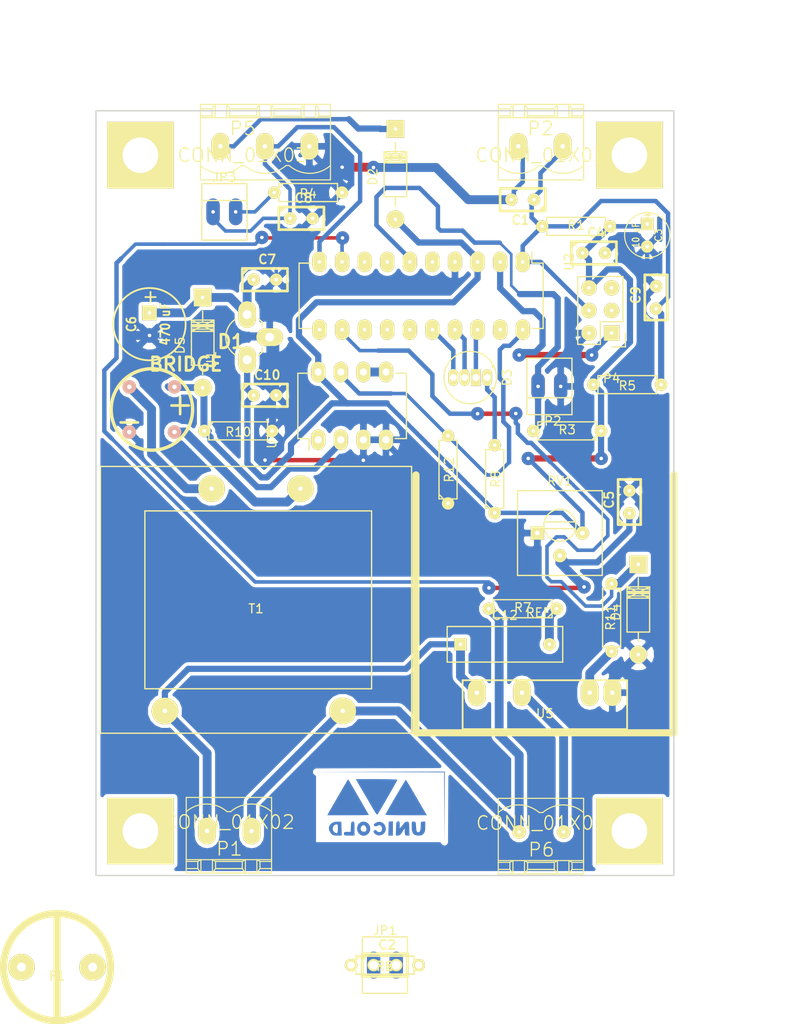
<source format=kicad_pcb>
(kicad_pcb (version 4) (host pcbnew 4.0.1-3.201512221402+6198~38~ubuntu15.04.1-stable)

  (general
    (links 84)
    (no_connects 24)
    (area 43.924999 49.924999 109.075001 136.075001)
    (thickness 1.6)
    (drawings 26)
    (tracks 447)
    (zones 0)
    (modules 49)
    (nets 39)
  )

  (page A4)
  (layers
    (0 F.Cu jumper)
    (31 B.Cu signal)
    (32 B.Adhes user)
    (33 F.Adhes user)
    (34 B.Paste user)
    (35 F.Paste user)
    (36 B.SilkS user)
    (37 F.SilkS user)
    (38 B.Mask user)
    (39 F.Mask user)
    (40 Dwgs.User user)
    (41 Cmts.User user)
    (42 Eco1.User user)
    (43 Eco2.User user)
    (44 Edge.Cuts user)
    (45 Margin user)
    (46 B.CrtYd user)
    (47 F.CrtYd user)
    (48 B.Fab user)
    (49 F.Fab user)
  )

  (setup
    (last_trace_width 0.5)
    (trace_clearance 0.4)
    (zone_clearance 0.4)
    (zone_45_only no)
    (trace_min 0.3)
    (segment_width 0.2)
    (edge_width 0.15)
    (via_size 1.5)
    (via_drill 0.4)
    (via_min_size 0.4)
    (via_min_drill 0.3)
    (uvia_size 0.3)
    (uvia_drill 0.1)
    (uvias_allowed no)
    (uvia_min_size 0.2)
    (uvia_min_drill 0.1)
    (pcb_text_width 0.3)
    (pcb_text_size 1.5 1.5)
    (mod_edge_width 0.15)
    (mod_text_size 1 1)
    (mod_text_width 0.15)
    (pad_size 1.397 1.397)
    (pad_drill 0.4)
    (pad_to_mask_clearance 0.2)
    (aux_axis_origin 0 0)
    (visible_elements FFFFFF7F)
    (pcbplotparams
      (layerselection 0x00100_80000000)
      (usegerberextensions false)
      (excludeedgelayer true)
      (linewidth 0.100000)
      (plotframeref false)
      (viasonmask false)
      (mode 1)
      (useauxorigin false)
      (hpglpennumber 1)
      (hpglpenspeed 20)
      (hpglpendiameter 15)
      (hpglpenoverlay 2)
      (psnegative false)
      (psa4output false)
      (plotreference true)
      (plotvalue true)
      (plotinvisibletext false)
      (padsonsilk false)
      (subtractmaskfromsilk false)
      (outputformat 4)
      (mirror false)
      (drillshape 1)
      (scaleselection 1)
      (outputdirectory out/prototipo1.0))
  )

  (net 0 "")
  (net 1 GND)
  (net 2 /vreg)
  (net 3 /ST)
  (net 4 "Net-(C6-Pad1)")
  (net 5 "Net-(C8-Pad1)")
  (net 6 /RESET)
  (net 7 /L)
  (net 8 "Net-(C12-Pad2)")
  (net 9 "Net-(D1-Pad2)")
  (net 10 /IZC)
  (net 11 "Net-(D1-Pad4)")
  (net 12 "Net-(D2-Pad1)")
  (net 13 "Net-(D3-Pad1)")
  (net 14 "Net-(D3-Pad2)")
  (net 15 "Net-(D3-Pad3)")
  (net 16 "Net-(D3-Pad4)")
  (net 17 /AcOut)
  (net 18 "Net-(JP2-Pad2)")
  (net 19 "Net-(JP3-Pad2)")
  (net 20 /N)
  (net 21 /BDM)
  (net 22 "Net-(P4-Pad3)")
  (net 23 "Net-(P4-Pad5)")
  (net 24 "Net-(R11-Pad2)")
  (net 25 "Net-(U2-Pad7)")
  (net 26 "Net-(U2-Pad8)")
  (net 27 "Net-(U2-Pad13)")
  (net 28 "Net-(U2-Pad14)")
  (net 29 "Net-(U2-Pad15)")
  (net 30 "Net-(U2-Pad19)")
  (net 31 /ZC)
  (net 32 "Net-(U4-Pad5)")
  (net 33 "Net-(U4-Pad1)")
  (net 34 /NM)
  (net 35 "Net-(D4-Pad1)")
  (net 36 "Net-(F1-Pad1)")
  (net 37 "Net-(F1-Pad2)")
  (net 38 "Net-(JP1-Pad2)")

  (net_class Default "This is the default net class."
    (clearance 0.4)
    (trace_width 0.5)
    (via_dia 1.5)
    (via_drill 0.4)
    (uvia_dia 0.3)
    (uvia_drill 0.1)
    (add_net /AcOut)
    (add_net /BDM)
    (add_net /L)
    (add_net /N)
    (add_net /NM)
    (add_net /RESET)
    (add_net /ST)
    (add_net /ZC)
    (add_net "Net-(C12-Pad2)")
    (add_net "Net-(C6-Pad1)")
    (add_net "Net-(C8-Pad1)")
    (add_net "Net-(D1-Pad2)")
    (add_net "Net-(D1-Pad4)")
    (add_net "Net-(D2-Pad1)")
    (add_net "Net-(D3-Pad1)")
    (add_net "Net-(D3-Pad2)")
    (add_net "Net-(D3-Pad3)")
    (add_net "Net-(D3-Pad4)")
    (add_net "Net-(D4-Pad1)")
    (add_net "Net-(F1-Pad1)")
    (add_net "Net-(F1-Pad2)")
    (add_net "Net-(JP1-Pad2)")
    (add_net "Net-(JP2-Pad2)")
    (add_net "Net-(JP3-Pad2)")
    (add_net "Net-(P4-Pad3)")
    (add_net "Net-(P4-Pad5)")
    (add_net "Net-(R11-Pad2)")
    (add_net "Net-(U2-Pad13)")
    (add_net "Net-(U2-Pad14)")
    (add_net "Net-(U2-Pad15)")
    (add_net "Net-(U2-Pad19)")
    (add_net "Net-(U2-Pad7)")
    (add_net "Net-(U2-Pad8)")
    (add_net "Net-(U4-Pad1)")
    (add_net "Net-(U4-Pad5)")
  )

  (net_class PW ""
    (clearance 0.4)
    (trace_width 1)
    (via_dia 1.5)
    (via_drill 0.4)
    (uvia_dia 0.3)
    (uvia_drill 0.1)
    (add_net /IZC)
    (add_net /vreg)
    (add_net GND)
  )

  (module Discret:R3 (layer F.Cu) (tedit 5698F5C5) (tstamp 5698F563)
    (at 83.6 90.35 90)
    (descr "Resitance 3 pas")
    (tags R)
    (path /5698FBE3)
    (fp_text reference R12 (at 0 0.127 90) (layer F.SilkS)
      (effects (font (size 1 1) (thickness 0.15)))
    )
    (fp_text value "1 M" (at 0 0.127 90) (layer F.Fab)
      (effects (font (size 1 1) (thickness 0.15)))
    )
    (fp_line (start -3.81 0) (end -3.302 0) (layer F.SilkS) (width 0.15))
    (fp_line (start 3.81 0) (end 3.302 0) (layer F.SilkS) (width 0.15))
    (fp_line (start 3.302 0) (end 3.302 -1.016) (layer F.SilkS) (width 0.15))
    (fp_line (start 3.302 -1.016) (end -3.302 -1.016) (layer F.SilkS) (width 0.15))
    (fp_line (start -3.302 -1.016) (end -3.302 1.016) (layer F.SilkS) (width 0.15))
    (fp_line (start -3.302 1.016) (end 3.302 1.016) (layer F.SilkS) (width 0.15))
    (fp_line (start 3.302 1.016) (end 3.302 0) (layer F.SilkS) (width 0.15))
    (fp_line (start -3.302 -0.508) (end -2.794 -1.016) (layer F.SilkS) (width 0.15))
    (pad 1 thru_hole circle (at -3.81 0 90) (size 1.397 1.397) (drill 0.4) (layers *.Cu *.Mask F.SilkS)
      (net 31 /ZC))
    (pad 2 thru_hole circle (at 3.81 0 90) (size 1.397 1.397) (drill 0.4) (layers *.Cu *.Mask F.SilkS)
      (net 1 GND))
    (model Discret.3dshapes/R3.wrl
      (at (xyz 0 0 0))
      (scale (xyz 0.3 0.3 0.3))
      (rotate (xyz 0 0 0))
    )
  )

  (module locales:DISIPADOR2 (layer F.Cu) (tedit 565D89F1) (tstamp 565C4EDB)
    (at 94.49 105.45)
    (fp_text reference REF** (at 0 1) (layer F.SilkS)
      (effects (font (size 1 1) (thickness 0.15)))
    )
    (fp_text value DISIPADOR (at 0 -1) (layer F.Fab)
      (effects (font (size 1 1) (thickness 0.15)))
    )
    (fp_line (start 14.5 0) (end 14.5 -14.5) (layer F.SilkS) (width 0.8))
    (fp_line (start 14.5 -14.5) (end 14.5 14.5) (layer F.SilkS) (width 0.8))
    (fp_line (start 14.5 14.5) (end -14.5 14.5) (layer F.SilkS) (width 0.8))
    (fp_line (start -14.5 14.5) (end -14.5 -14.5) (layer F.SilkS) (width 0.8))
  )

  (module Housings_DIP:DIP-20_W7.62mm_LongPads (layer F.Cu) (tedit 565DB3B1) (tstamp 565C4DD6)
    (at 92 67 270)
    (descr "20-lead dip package, row spacing 7.62 mm (300 mils), longer pads")
    (tags "dil dip 2.54 300")
    (path /5652FB51)
    (fp_text reference U2 (at 0 -5.22 270) (layer F.SilkS)
      (effects (font (size 1 1) (thickness 0.15)))
    )
    (fp_text value MC9S08SH8 (at 0 -3.72 270) (layer F.Fab)
      (effects (font (size 1 1) (thickness 0.15)))
    )
    (fp_line (start -1.4 -2.45) (end -1.4 25.35) (layer F.CrtYd) (width 0.05))
    (fp_line (start 9 -2.45) (end 9 25.35) (layer F.CrtYd) (width 0.05))
    (fp_line (start -1.4 -2.45) (end 9 -2.45) (layer F.CrtYd) (width 0.05))
    (fp_line (start -1.4 25.35) (end 9 25.35) (layer F.CrtYd) (width 0.05))
    (fp_line (start 0.135 -2.295) (end 0.135 -1.025) (layer F.SilkS) (width 0.15))
    (fp_line (start 7.485 -2.295) (end 7.485 -1.025) (layer F.SilkS) (width 0.15))
    (fp_line (start 7.485 25.155) (end 7.485 23.885) (layer F.SilkS) (width 0.15))
    (fp_line (start 0.135 25.155) (end 0.135 23.885) (layer F.SilkS) (width 0.15))
    (fp_line (start 0.135 -2.295) (end 7.485 -2.295) (layer F.SilkS) (width 0.15))
    (fp_line (start 0.135 25.155) (end 7.485 25.155) (layer F.SilkS) (width 0.15))
    (fp_line (start 0.135 -1.025) (end -1.15 -1.025) (layer F.SilkS) (width 0.15))
    (pad 1 thru_hole oval (at 0 0 270) (size 2.3 1.6) (drill 0.4) (layers *.Cu *.Mask F.SilkS)
      (net 6 /RESET))
    (pad 2 thru_hole oval (at 0 2.54 270) (size 2.3 1.6) (drill 0.4) (layers *.Cu *.Mask F.SilkS)
      (net 21 /BDM))
    (pad 3 thru_hole oval (at 0 5.08 270) (size 2.3 1.6) (drill 0.4) (layers *.Cu *.Mask F.SilkS)
      (net 2 /vreg))
    (pad 4 thru_hole oval (at 0 7.62 270) (size 2.3 1.6) (drill 0.4) (layers *.Cu *.Mask F.SilkS)
      (net 1 GND))
    (pad 5 thru_hole oval (at 0 10.16 270) (size 2.3 1.6) (drill 0.4) (layers *.Cu *.Mask F.SilkS)
      (net 34 /NM))
    (pad 6 thru_hole oval (at 0 12.7 270) (size 2.3 1.6) (drill 0.4) (layers *.Cu *.Mask F.SilkS)
      (net 18 "Net-(JP2-Pad2)"))
    (pad 7 thru_hole oval (at 0 15.24 270) (size 2.3 1.6) (drill 0.4) (layers *.Cu *.Mask F.SilkS)
      (net 25 "Net-(U2-Pad7)"))
    (pad 8 thru_hole oval (at 0 17.78 270) (size 2.3 1.6) (drill 0.4) (layers *.Cu *.Mask F.SilkS)
      (net 26 "Net-(U2-Pad8)"))
    (pad 9 thru_hole oval (at 0 20.32 270) (size 2.3 1.6) (drill 0.4) (layers *.Cu *.Mask F.SilkS)
      (net 3 /ST))
    (pad 10 thru_hole oval (at 0 22.86 270) (size 2.3 1.6) (drill 0.4) (layers *.Cu *.Mask F.SilkS)
      (net 5 "Net-(C8-Pad1)"))
    (pad 11 thru_hole oval (at 7.62 22.86 270) (size 2.3 1.6) (drill 0.4) (layers *.Cu *.Mask F.SilkS)
      (net 38 "Net-(JP1-Pad2)"))
    (pad 12 thru_hole oval (at 7.62 20.32 270) (size 2.3 1.6) (drill 0.4) (layers *.Cu *.Mask F.SilkS)
      (net 17 /AcOut))
    (pad 13 thru_hole oval (at 7.62 17.78 270) (size 2.3 1.6) (drill 0.4) (layers *.Cu *.Mask F.SilkS)
      (net 27 "Net-(U2-Pad13)"))
    (pad 14 thru_hole oval (at 7.62 15.24 270) (size 2.3 1.6) (drill 0.4) (layers *.Cu *.Mask F.SilkS)
      (net 28 "Net-(U2-Pad14)"))
    (pad 15 thru_hole oval (at 7.62 12.7 270) (size 2.3 1.6) (drill 0.4) (layers *.Cu *.Mask F.SilkS)
      (net 29 "Net-(U2-Pad15)"))
    (pad 16 thru_hole oval (at 7.62 10.16 270) (size 2.3 1.6) (drill 0.4) (layers *.Cu *.Mask F.SilkS)
      (net 16 "Net-(D3-Pad4)"))
    (pad 17 thru_hole oval (at 7.62 7.62 270) (size 2.3 1.6) (drill 0.4) (layers *.Cu *.Mask F.SilkS)
      (net 15 "Net-(D3-Pad3)"))
    (pad 18 thru_hole oval (at 7.62 5.08 270) (size 2.3 1.6) (drill 0.4) (layers *.Cu *.Mask F.SilkS)
      (net 14 "Net-(D3-Pad2)"))
    (pad 19 thru_hole oval (at 7.62 2.54 270) (size 2.3 1.6) (drill 0.4) (layers *.Cu *.Mask F.SilkS)
      (net 30 "Net-(U2-Pad19)"))
    (pad 20 thru_hole oval (at 7.62 0 270) (size 2.3 1.6) (drill 0.4) (layers *.Cu *.Mask F.SilkS)
      (net 31 /ZC))
    (model Housings_DIP.3dshapes/DIP-20_W7.62mm_LongPads.wrl
      (at (xyz 0 0 0))
      (scale (xyz 1 1 1))
      (rotate (xyz 0 0 0))
    )
  )

  (module Potentiometers:Potentiometer_Trimmer-Suntan-TSR-3386P (layer F.Cu) (tedit 565F8B59) (tstamp 565C4DAF)
    (at 93.64 97.49)
    (path /5652FB4E)
    (fp_text reference RV1 (at 2.54 -5.842) (layer F.SilkS)
      (effects (font (size 1 1) (thickness 0.15)))
    )
    (fp_text value POT (at 2.54 6.096) (layer F.Fab)
      (effects (font (size 1 1) (thickness 0.15)))
    )
    (fp_line (start 0.84 -1.255) (end 4.24 -1.255) (layer F.SilkS) (width 0.15))
    (fp_line (start 0.84 -0.495) (end 4.24 -0.495) (layer F.SilkS) (width 0.15))
    (fp_line (start -2.225 -4.765) (end 7.305 -4.765) (layer F.SilkS) (width 0.15))
    (fp_line (start 7.305 -4.765) (end 7.305 4.765) (layer F.SilkS) (width 0.15))
    (fp_line (start 7.305 4.765) (end -2.225 4.765) (layer F.SilkS) (width 0.15))
    (fp_line (start -2.225 4.765) (end -2.225 -4.765) (layer F.SilkS) (width 0.15))
    (fp_circle (center 2.54 -0.875) (end 4.115 0) (layer F.SilkS) (width 0.15))
    (pad 3 thru_hole circle (at 5.08 0) (size 1.51 1.51) (drill 0.51) (layers *.Cu *.Mask F.SilkS)
      (net 1 GND))
    (pad 1 thru_hole rect (at 0 0) (size 1.51 1.51) (drill 0.51) (layers *.Cu *.Mask F.SilkS)
      (net 2 /vreg))
    (pad 2 thru_hole circle (at 2.54 2.54) (size 1.51 1.51) (drill 0.51) (layers *.Cu *.Mask F.SilkS)
      (net 3 /ST))
  )

  (module Housings_TO-92:TO-92_Rugged_Reverse (layer F.Cu) (tedit 565DF0FE) (tstamp 565F941A)
    (at 61 78 90)
    (descr "TO-92 rugged, leads molded, wide, reverse, drill 1mm (see NXP sot054_po.pdf)")
    (tags "to-92 sc-43 sc-43a sot54 PA33 transistor")
    (path /5652FB48)
    (fp_text reference U1 (at 0 -4 90) (layer F.SilkS)
      (effects (font (size 1 1) (thickness 0.15)))
    )
    (fp_text value 78L05 (at 0 6 90) (layer F.Fab)
      (effects (font (size 1 1) (thickness 0.15)))
    )
    (fp_arc (start 2.54 0) (end 0.49 -1.25) (angle 58.62699486) (layer F.SilkS) (width 0.15))
    (fp_arc (start 2.54 0) (end 4.59 -1.25) (angle -58.62699486) (layer F.SilkS) (width 0.15))
    (fp_arc (start 2.54 0) (end 0.84 1.7) (angle 12.99463195) (layer F.SilkS) (width 0.15))
    (fp_arc (start 2.54 0) (end 4.24 1.7) (angle -12.99463195) (layer F.SilkS) (width 0.15))
    (fp_line (start -1.75 4.3) (end -1.75 -2.65) (layer F.CrtYd) (width 0.05))
    (fp_line (start -1.75 4.3) (end 6.85 4.3) (layer F.CrtYd) (width 0.05))
    (fp_line (start 3.74 1.7) (end 4.24 1.7) (layer F.SilkS) (width 0.15))
    (fp_line (start -1.75 -2.65) (end 6.85 -2.65) (layer F.CrtYd) (width 0.05))
    (fp_line (start 6.85 4.3) (end 6.85 -2.65) (layer F.CrtYd) (width 0.05))
    (fp_line (start 0.84 1.7) (end 1.34 1.7) (layer F.SilkS) (width 0.15))
    (pad 2 thru_hole oval (at 2.54 2.54 180) (size 2.99974 1.99898) (drill 1) (layers *.Cu *.Mask F.SilkS))
    (pad 1 thru_hole oval (at 0 0 180) (size 1.99898 2.99974) (drill 1) (layers *.Cu *.Mask F.SilkS))
    (pad 3 thru_hole oval (at 5.08 0 180) (size 1.99898 2.99974) (drill 1) (layers *.Cu *.Mask F.SilkS))
    (model Housings_TO-92.3dshapes/TO-92_Rugged_Reverse.wrl
      (at (xyz 0.1 0 0))
      (scale (xyz 1 1 1))
      (rotate (xyz 0 0 -90))
    )
    (model TO_SOT_Packages_THT.3dshapes/TO-92_Rugged.wrl
      (at (xyz 0 0 0))
      (scale (xyz 1 1 1))
      (rotate (xyz 0 0 0))
    )
  )

  (module Discret:R3 (layer F.Cu) (tedit 569CF178) (tstamp 565C4D78)
    (at 98 63 180)
    (descr "Resitance 3 pas")
    (tags R)
    (path /56539ACD)
    (fp_text reference R1 (at 0 0.127 180) (layer F.SilkS)
      (effects (font (size 1 1) (thickness 0.15)))
    )
    (fp_text value 10k (at 0 0.127 180) (layer F.Fab)
      (effects (font (size 1 1) (thickness 0.15)))
    )
    (fp_line (start -3.81 0) (end -3.302 0) (layer F.SilkS) (width 0.15))
    (fp_line (start 3.81 0) (end 3.302 0) (layer F.SilkS) (width 0.15))
    (fp_line (start 3.302 0) (end 3.302 -1.016) (layer F.SilkS) (width 0.15))
    (fp_line (start 3.302 -1.016) (end -3.302 -1.016) (layer F.SilkS) (width 0.15))
    (fp_line (start -3.302 -1.016) (end -3.302 1.016) (layer F.SilkS) (width 0.15))
    (fp_line (start -3.302 1.016) (end 3.302 1.016) (layer F.SilkS) (width 0.15))
    (fp_line (start 3.302 1.016) (end 3.302 0) (layer F.SilkS) (width 0.15))
    (fp_line (start -3.302 -0.508) (end -2.794 -1.016) (layer F.SilkS) (width 0.15))
    (pad 1 thru_hole circle (at -3.81 0 180) (size 1.397 1.397) (drill 0.4) (layers *.Cu *.Mask F.SilkS)
      (net 2 /vreg))
    (pad 2 thru_hole circle (at 3.81 0 180) (size 1.397 1.397) (drill 0.4) (layers *.Cu *.Mask F.SilkS)
      (net 6 /RESET))
    (model Discret.3dshapes/R3.wrl
      (at (xyz 0 0 0))
      (scale (xyz 0.3 0.3 0.3))
      (rotate (xyz 0 0 0))
    )
  )

  (module locales:PHOENIX_MSTBA2,54-G_2 (layer F.Cu) (tedit 569CF166) (tstamp 565C4D55)
    (at 94 54)
    (path /56B1F353)
    (attr virtual)
    (fp_text reference P2 (at 0 -2) (layer F.SilkS)
      (effects (font (thickness 0.15)))
    )
    (fp_text value CONN_01X03 (at 0 1) (layer F.SilkS)
      (effects (font (thickness 0.15)))
    )
    (fp_line (start 4.85 -4.72) (end 4.85 3.78) (layer F.SilkS) (width 0.127))
    (fp_line (start -4.75 -4.72) (end -4.75 3.78) (layer F.SilkS) (width 0.127))
    (fp_line (start -0.15 2.18) (end 0.25 2.18) (layer F.SilkS) (width 0.127))
    (fp_arc (start 2.55 -0.46958) (end 4.8487 2.17964) (angle 81.9) (layer F.SilkS) (width 0.127))
    (fp_line (start 1.55178 -3.41852) (end 1.9023 -3.21786) (layer F.SilkS) (width 0.127))
    (fp_line (start 3.54822 -3.41852) (end 3.1977 -3.21786) (layer F.SilkS) (width 0.127))
    (fp_line (start 3.54822 -3.41852) (end 4.85 -3.41852) (layer F.SilkS) (width 0.127))
    (fp_line (start 1.55178 -3.41852) (end -1.3489 -3.41852) (layer F.SilkS) (width 0.127))
    (fp_line (start 1.9023 -4.719) (end 1.9023 -3.21786) (layer F.SilkS) (width 0.127))
    (fp_line (start 3.1977 -4.719) (end 3.1977 -3.21786) (layer F.SilkS) (width 0.127))
    (fp_line (start 3.1977 -3.21786) (end 3.54822 -3.21786) (layer F.SilkS) (width 0.127))
    (fp_line (start 1.9023 -3.21786) (end 3.1977 -3.21786) (layer F.SilkS) (width 0.127))
    (fp_line (start 1.55178 -3.21786) (end 1.9023 -3.21786) (layer F.SilkS) (width 0.127))
    (fp_line (start 4.85 3.77984) (end -4.7489 3.77984) (layer F.SilkS) (width 0.127))
    (fp_line (start 3.54822 -4.21862) (end 4.85 -4.21862) (layer F.SilkS) (width 0.127))
    (fp_line (start 1.55178 -4.21862) (end -1.3489 -4.21862) (layer F.SilkS) (width 0.127))
    (fp_line (start 3.1977 -4.719) (end 4.85 -4.719) (layer F.SilkS) (width 0.127))
    (fp_line (start 1.9023 -4.719) (end 3.1977 -4.719) (layer F.SilkS) (width 0.127))
    (fp_line (start -1.3489 -4.719) (end 1.9023 -4.719) (layer F.SilkS) (width 0.127))
    (fp_line (start 3.54822 -4.21862) (end 3.54822 -3.41852) (layer F.SilkS) (width 0.127))
    (fp_line (start 3.1977 -4.719) (end 3.54822 -4.21862) (layer F.SilkS) (width 0.127))
    (fp_line (start 1.55178 -4.21862) (end 1.9023 -4.719) (layer F.SilkS) (width 0.127))
    (fp_line (start 1.55178 -3.41852) (end 1.55178 -4.21862) (layer F.SilkS) (width 0.127))
    (fp_line (start 1.55178 -3.21786) (end -1.3489 -3.21786) (layer F.SilkS) (width 0.127))
    (fp_line (start 3.54822 -3.21786) (end 4.85 -3.21786) (layer F.SilkS) (width 0.127))
    (fp_line (start -1.45178 -3.21786) (end 1.4489 -3.21786) (layer F.SilkS) (width 0.127))
    (fp_line (start -3.44822 -3.21786) (end -4.75 -3.21786) (layer F.SilkS) (width 0.127))
    (fp_line (start -3.44822 -3.41852) (end -3.44822 -4.21862) (layer F.SilkS) (width 0.127))
    (fp_line (start -3.44822 -4.21862) (end -3.0977 -4.719) (layer F.SilkS) (width 0.127))
    (fp_line (start -1.8023 -4.719) (end -1.45178 -4.21862) (layer F.SilkS) (width 0.127))
    (fp_line (start -1.45178 -4.21862) (end -1.45178 -3.41852) (layer F.SilkS) (width 0.127))
    (fp_line (start -4.75 -4.719) (end -3.0977 -4.719) (layer F.SilkS) (width 0.127))
    (fp_line (start -3.0977 -4.719) (end -1.8023 -4.719) (layer F.SilkS) (width 0.127))
    (fp_line (start -1.8023 -4.719) (end 1.4489 -4.719) (layer F.SilkS) (width 0.127))
    (fp_line (start -3.44822 -4.21862) (end -4.75 -4.21862) (layer F.SilkS) (width 0.127))
    (fp_line (start -1.45178 -4.21862) (end 1.4489 -4.21862) (layer F.SilkS) (width 0.127))
    (fp_line (start -3.44822 -3.21786) (end -3.0977 -3.21786) (layer F.SilkS) (width 0.127))
    (fp_line (start -3.0977 -3.21786) (end -1.8023 -3.21786) (layer F.SilkS) (width 0.127))
    (fp_line (start -1.8023 -3.21786) (end -1.45178 -3.21786) (layer F.SilkS) (width 0.127))
    (fp_line (start -1.8023 -4.719) (end -1.8023 -3.21786) (layer F.SilkS) (width 0.127))
    (fp_line (start -3.0977 -4.719) (end -3.0977 -3.21786) (layer F.SilkS) (width 0.127))
    (fp_line (start -3.44822 -3.41852) (end -4.75 -3.41852) (layer F.SilkS) (width 0.127))
    (fp_line (start -1.45178 -3.41852) (end 1.4489 -3.41852) (layer F.SilkS) (width 0.127))
    (fp_line (start -1.45178 -3.41852) (end -1.8023 -3.21786) (layer F.SilkS) (width 0.127))
    (fp_line (start -3.44822 -3.41852) (end -3.0977 -3.21786) (layer F.SilkS) (width 0.127))
    (fp_arc (start -2.45 -0.46958) (end -0.1513 2.17964) (angle 81.9) (layer F.SilkS) (width 0.127))
    (pad 1 thru_hole oval (at -2.5 0) (size 2 3) (drill 0.5) (layers *.Cu *.Mask F.SilkS)
      (net 1 GND))
    (pad 2 thru_hole oval (at 2.5 0) (size 2 3) (drill 0.5) (layers *.Cu *.Mask F.SilkS)
      (net 34 /NM))
  )

  (module locales:PHOENIX_MSTBA2,54-G_3 (layer F.Cu) (tedit 565DA4FC) (tstamp 565C4D6C)
    (at 63 54)
    (path /5653DEDA)
    (attr virtual)
    (fp_text reference P5 (at -2.5 -2) (layer F.SilkS)
      (effects (font (thickness 0.15)))
    )
    (fp_text value CONN_01X03 (at -2.5 1) (layer F.SilkS)
      (effects (font (thickness 0.15)))
    )
    (fp_line (start 7.375 3.77984) (end 7.375 -4.719) (layer F.SilkS) (width 0.127))
    (fp_line (start 2.38 3.78) (end 2.7 3.78) (layer F.SilkS) (width 0.127))
    (fp_line (start 2.36 2.16) (end 2.72 2.16) (layer F.SilkS) (width 0.127))
    (fp_line (start 2.36 -3.22) (end 2.73 -3.22) (layer F.SilkS) (width 0.127))
    (fp_line (start 2.36 -3.42) (end 2.7 -3.42) (layer F.SilkS) (width 0.127))
    (fp_line (start 2.38 -4.22) (end 2.7 -4.22) (layer F.SilkS) (width 0.127))
    (fp_line (start 2.38 -4.72) (end 2.71 -4.72) (layer F.SilkS) (width 0.127))
    (fp_line (start 5.6977 -4.719) (end 7.375 -4.719) (layer F.SilkS) (width 0.127))
    (fp_line (start 6.04822 -3.21786) (end 7.375 -3.21786) (layer F.SilkS) (width 0.127))
    (fp_line (start 4.05178 -3.21786) (end 2.75 -3.21786) (layer F.SilkS) (width 0.127))
    (fp_line (start 4.05178 -3.41852) (end 4.05178 -4.21862) (layer F.SilkS) (width 0.127))
    (fp_line (start 4.05178 -4.21862) (end 4.4023 -4.719) (layer F.SilkS) (width 0.127))
    (fp_line (start 5.6977 -4.719) (end 6.04822 -4.21862) (layer F.SilkS) (width 0.127))
    (fp_line (start 6.04822 -4.21862) (end 6.04822 -3.41852) (layer F.SilkS) (width 0.127))
    (fp_line (start 2.75 -4.719) (end 4.4023 -4.719) (layer F.SilkS) (width 0.127))
    (fp_line (start 4.4023 -4.719) (end 5.6977 -4.719) (layer F.SilkS) (width 0.127))
    (fp_line (start 4.05178 -4.21862) (end 2.75 -4.21862) (layer F.SilkS) (width 0.127))
    (fp_line (start 4.05178 -3.21786) (end 4.4023 -3.21786) (layer F.SilkS) (width 0.127))
    (fp_line (start 4.4023 -3.21786) (end 5.6977 -3.21786) (layer F.SilkS) (width 0.127))
    (fp_line (start 5.6977 -3.21786) (end 6.04822 -3.21786) (layer F.SilkS) (width 0.127))
    (fp_line (start 5.6977 -4.719) (end 5.6977 -3.21786) (layer F.SilkS) (width 0.127))
    (fp_line (start 4.4023 -4.719) (end 4.4023 -3.21786) (layer F.SilkS) (width 0.127))
    (fp_line (start 4.05178 -3.41852) (end 2.75 -3.41852) (layer F.SilkS) (width 0.127))
    (fp_line (start 6.04822 -3.41852) (end 7.375 -3.41852) (layer F.SilkS) (width 0.127))
    (fp_line (start 6.04822 -3.41852) (end 5.6977 -3.21786) (layer F.SilkS) (width 0.127))
    (fp_line (start 4.05178 -3.41852) (end 4.4023 -3.21786) (layer F.SilkS) (width 0.127))
    (fp_arc (start 5.05 -0.46958) (end 7.3487 2.17964) (angle 81.9) (layer F.SilkS) (width 0.127))
    (fp_line (start -7.25 -4.72) (end -7.25 3.78) (layer F.SilkS) (width 0.127))
    (fp_line (start -2.65 2.18) (end -2.25 2.18) (layer F.SilkS) (width 0.127))
    (fp_arc (start 0.05 -0.46958) (end 2.3487 2.17964) (angle 81.9) (layer F.SilkS) (width 0.127))
    (fp_line (start -0.94822 -3.41852) (end -0.5977 -3.21786) (layer F.SilkS) (width 0.127))
    (fp_line (start 1.04822 -3.41852) (end 0.6977 -3.21786) (layer F.SilkS) (width 0.127))
    (fp_line (start 1.04822 -3.41852) (end 2.35 -3.41852) (layer F.SilkS) (width 0.127))
    (fp_line (start -0.94822 -3.41852) (end -3.8489 -3.41852) (layer F.SilkS) (width 0.127))
    (fp_line (start -0.5977 -4.719) (end -0.5977 -3.21786) (layer F.SilkS) (width 0.127))
    (fp_line (start 0.6977 -4.719) (end 0.6977 -3.21786) (layer F.SilkS) (width 0.127))
    (fp_line (start 0.6977 -3.21786) (end 1.04822 -3.21786) (layer F.SilkS) (width 0.127))
    (fp_line (start -0.5977 -3.21786) (end 0.6977 -3.21786) (layer F.SilkS) (width 0.127))
    (fp_line (start -0.94822 -3.21786) (end -0.5977 -3.21786) (layer F.SilkS) (width 0.127))
    (fp_line (start 7.375 3.77984) (end -7.2489 3.77984) (layer F.SilkS) (width 0.127))
    (fp_line (start 1.04822 -4.21862) (end 2.35 -4.21862) (layer F.SilkS) (width 0.127))
    (fp_line (start -0.94822 -4.21862) (end -3.8489 -4.21862) (layer F.SilkS) (width 0.127))
    (fp_line (start 0.6977 -4.719) (end 2.35 -4.719) (layer F.SilkS) (width 0.127))
    (fp_line (start -0.5977 -4.719) (end 0.6977 -4.719) (layer F.SilkS) (width 0.127))
    (fp_line (start -3.8489 -4.719) (end -0.5977 -4.719) (layer F.SilkS) (width 0.127))
    (fp_line (start 1.04822 -4.21862) (end 1.04822 -3.41852) (layer F.SilkS) (width 0.127))
    (fp_line (start 0.6977 -4.719) (end 1.04822 -4.21862) (layer F.SilkS) (width 0.127))
    (fp_line (start -0.94822 -4.21862) (end -0.5977 -4.719) (layer F.SilkS) (width 0.127))
    (fp_line (start -0.94822 -3.41852) (end -0.94822 -4.21862) (layer F.SilkS) (width 0.127))
    (fp_line (start -0.94822 -3.21786) (end -3.8489 -3.21786) (layer F.SilkS) (width 0.127))
    (fp_line (start 1.04822 -3.21786) (end 2.35 -3.21786) (layer F.SilkS) (width 0.127))
    (fp_line (start -3.95178 -3.21786) (end -1.0511 -3.21786) (layer F.SilkS) (width 0.127))
    (fp_line (start -5.94822 -3.21786) (end -7.25 -3.21786) (layer F.SilkS) (width 0.127))
    (fp_line (start -5.94822 -3.41852) (end -5.94822 -4.21862) (layer F.SilkS) (width 0.127))
    (fp_line (start -5.94822 -4.21862) (end -5.5977 -4.719) (layer F.SilkS) (width 0.127))
    (fp_line (start -4.3023 -4.719) (end -3.95178 -4.21862) (layer F.SilkS) (width 0.127))
    (fp_line (start -3.95178 -4.21862) (end -3.95178 -3.41852) (layer F.SilkS) (width 0.127))
    (fp_line (start -7.25 -4.719) (end -5.5977 -4.719) (layer F.SilkS) (width 0.127))
    (fp_line (start -5.5977 -4.719) (end -4.3023 -4.719) (layer F.SilkS) (width 0.127))
    (fp_line (start -4.3023 -4.719) (end -1.0511 -4.719) (layer F.SilkS) (width 0.127))
    (fp_line (start -5.94822 -4.21862) (end -7.25 -4.21862) (layer F.SilkS) (width 0.127))
    (fp_line (start -3.95178 -4.21862) (end -1.0511 -4.21862) (layer F.SilkS) (width 0.127))
    (fp_line (start -5.94822 -3.21786) (end -5.5977 -3.21786) (layer F.SilkS) (width 0.127))
    (fp_line (start -5.5977 -3.21786) (end -4.3023 -3.21786) (layer F.SilkS) (width 0.127))
    (fp_line (start -4.3023 -3.21786) (end -3.95178 -3.21786) (layer F.SilkS) (width 0.127))
    (fp_line (start -4.3023 -4.719) (end -4.3023 -3.21786) (layer F.SilkS) (width 0.127))
    (fp_line (start -5.5977 -4.719) (end -5.5977 -3.21786) (layer F.SilkS) (width 0.127))
    (fp_line (start -5.94822 -3.41852) (end -7.25 -3.41852) (layer F.SilkS) (width 0.127))
    (fp_line (start -3.95178 -3.41852) (end -1.0511 -3.41852) (layer F.SilkS) (width 0.127))
    (fp_line (start -3.95178 -3.41852) (end -4.3023 -3.21786) (layer F.SilkS) (width 0.127))
    (fp_line (start -5.94822 -3.41852) (end -5.5977 -3.21786) (layer F.SilkS) (width 0.127))
    (fp_arc (start -4.95 -0.46958) (end -2.6513 2.17964) (angle 81.9) (layer F.SilkS) (width 0.127))
    (pad 1 thru_hole oval (at -5 0) (size 2 3) (drill 0.5) (layers *.Cu *.Mask F.SilkS)
      (net 12 "Net-(D2-Pad1)"))
    (pad 2 thru_hole oval (at 0 0) (size 2 3) (drill 0.5) (layers *.Cu *.Mask F.SilkS)
      (net 5 "Net-(C8-Pad1)"))
    (pad 3 thru_hole oval (at 5 0) (size 2 3) (drill 0.5) (layers *.Cu *.Mask F.SilkS)
      (net 1 GND))
  )

  (module locales:C1 (layer F.Cu) (tedit 569CF170) (tstamp 565C4CD9)
    (at 92 60 180)
    (descr "Condensateur e = 1 pas")
    (tags C)
    (path /5653A4FA)
    (fp_text reference C1 (at 0.254 -2.286 180) (layer F.SilkS)
      (effects (font (size 1.016 1.016) (thickness 0.2032)))
    )
    (fp_text value "0.1 uF" (at 0 -2.286 180) (layer F.SilkS) hide
      (effects (font (size 1.016 1.016) (thickness 0.2032)))
    )
    (fp_line (start -2.4892 -1.27) (end 2.54 -1.27) (layer F.SilkS) (width 0.3048))
    (fp_line (start 2.54 -1.27) (end 2.54 1.27) (layer F.SilkS) (width 0.3048))
    (fp_line (start 2.54 1.27) (end -2.54 1.27) (layer F.SilkS) (width 0.3048))
    (fp_line (start -2.54 1.27) (end -2.54 -1.27) (layer F.SilkS) (width 0.3048))
    (fp_line (start -2.54 -0.635) (end -1.905 -1.27) (layer F.SilkS) (width 0.3048))
    (pad 1 thru_hole circle (at -1.27 0 180) (size 1.397 1.397) (drill 0.4) (layers *.Cu *.Mask F.SilkS)
      (net 6 /RESET))
    (pad 2 thru_hole circle (at 1.27 0 180) (size 1.397 1.397) (drill 0.4) (layers *.Cu *.Mask F.SilkS)
      (net 1 GND))
    (model discret/capa_1_pas.wrl
      (at (xyz 0 0 0))
      (scale (xyz 1 1 1))
      (rotate (xyz 0 0 0))
    )
  )

  (module locales:C1V5 (layer F.Cu) (tedit 564E0361) (tstamp 565C4CE5)
    (at 106 64 270)
    (descr "Condensateur e = 1 pas")
    (tags C)
    (path /5652FB46)
    (fp_text reference C3 (at 0 -1.26746 270) (layer F.SilkS)
      (effects (font (size 0.762 0.762) (thickness 0.127)))
    )
    (fp_text value "10 uF" (at 0 1.27 270) (layer F.SilkS)
      (effects (font (size 0.762 0.635) (thickness 0.127)))
    )
    (fp_text user + (at -2.286 0 270) (layer F.SilkS)
      (effects (font (size 0.762 0.762) (thickness 0.1905)))
    )
    (fp_circle (center 0 0) (end 0.127 -2.54) (layer F.SilkS) (width 0.127))
    (pad 1 thru_hole rect (at -1.27 0 270) (size 1.397 1.397) (drill 0.4) (layers *.Cu *.Mask F.SilkS)
      (net 2 /vreg))
    (pad 2 thru_hole circle (at 1.27 0 270) (size 1.397 1.397) (drill 0.4) (layers *.Cu *.Mask F.SilkS)
      (net 1 GND))
    (model discret/c_vert_c1v5.wrl
      (at (xyz 0 0 0))
      (scale (xyz 1 1 1))
      (rotate (xyz 0 0 0))
    )
  )

  (module locales:C1 (layer F.Cu) (tedit 564E0249) (tstamp 565C4CEB)
    (at 100 66)
    (descr "Condensateur e = 1 pas")
    (tags C)
    (path /5652FB47)
    (fp_text reference C4 (at 0.254 -2.286) (layer F.SilkS)
      (effects (font (size 1.016 1.016) (thickness 0.2032)))
    )
    (fp_text value "0,1 uF" (at 0 -2.286) (layer F.SilkS) hide
      (effects (font (size 1.016 1.016) (thickness 0.2032)))
    )
    (fp_line (start -2.4892 -1.27) (end 2.54 -1.27) (layer F.SilkS) (width 0.3048))
    (fp_line (start 2.54 -1.27) (end 2.54 1.27) (layer F.SilkS) (width 0.3048))
    (fp_line (start 2.54 1.27) (end -2.54 1.27) (layer F.SilkS) (width 0.3048))
    (fp_line (start -2.54 1.27) (end -2.54 -1.27) (layer F.SilkS) (width 0.3048))
    (fp_line (start -2.54 -0.635) (end -1.905 -1.27) (layer F.SilkS) (width 0.3048))
    (pad 1 thru_hole circle (at -1.27 0) (size 1.397 1.397) (drill 0.4) (layers *.Cu *.Mask F.SilkS)
      (net 2 /vreg))
    (pad 2 thru_hole circle (at 1.27 0) (size 1.397 1.397) (drill 0.4) (layers *.Cu *.Mask F.SilkS)
      (net 1 GND))
    (model discret/capa_1_pas.wrl
      (at (xyz 0 0 0))
      (scale (xyz 1 1 1))
      (rotate (xyz 0 0 0))
    )
  )

  (module locales:C1 (layer F.Cu) (tedit 564E0249) (tstamp 565C4CF1)
    (at 104 94 90)
    (descr "Condensateur e = 1 pas")
    (tags C)
    (path /5652FB50)
    (fp_text reference C5 (at 0.254 -2.286 90) (layer F.SilkS)
      (effects (font (size 1.016 1.016) (thickness 0.2032)))
    )
    (fp_text value "0,1 uF" (at 0 -2.286 90) (layer F.SilkS) hide
      (effects (font (size 1.016 1.016) (thickness 0.2032)))
    )
    (fp_line (start -2.4892 -1.27) (end 2.54 -1.27) (layer F.SilkS) (width 0.3048))
    (fp_line (start 2.54 -1.27) (end 2.54 1.27) (layer F.SilkS) (width 0.3048))
    (fp_line (start 2.54 1.27) (end -2.54 1.27) (layer F.SilkS) (width 0.3048))
    (fp_line (start -2.54 1.27) (end -2.54 -1.27) (layer F.SilkS) (width 0.3048))
    (fp_line (start -2.54 -0.635) (end -1.905 -1.27) (layer F.SilkS) (width 0.3048))
    (pad 1 thru_hole circle (at -1.27 0 90) (size 1.397 1.397) (drill 0.4) (layers *.Cu *.Mask F.SilkS)
      (net 3 /ST))
    (pad 2 thru_hole circle (at 1.27 0 90) (size 1.397 1.397) (drill 0.4) (layers *.Cu *.Mask F.SilkS)
      (net 1 GND))
    (model discret/capa_1_pas.wrl
      (at (xyz 0 0 0))
      (scale (xyz 1 1 1))
      (rotate (xyz 0 0 0))
    )
  )

  (module locales:C1V8 (layer F.Cu) (tedit 564E030C) (tstamp 565C4CF7)
    (at 50.02 74 270)
    (path /5652FB49)
    (fp_text reference C6 (at 0 2.032 270) (layer F.SilkS)
      (effects (font (size 1.016 0.889) (thickness 0.2032)))
    )
    (fp_text value "470 uF" (at 0 -1.77546 270) (layer F.SilkS)
      (effects (font (size 1.016 0.889) (thickness 0.2032)))
    )
    (fp_text user + (at -3.04546 0 270) (layer F.SilkS)
      (effects (font (thickness 0.2032)))
    )
    (fp_circle (center 0 0) (end 4.064 0) (layer F.SilkS) (width 0.2032))
    (pad 1 thru_hole rect (at -1.27 0 270) (size 1.651 1.651) (drill 0.4) (layers *.Cu *.Mask F.SilkS)
      (net 4 "Net-(C6-Pad1)"))
    (pad 2 thru_hole circle (at 1.27 0 270) (size 1.651 1.651) (drill 0.4) (layers *.Cu *.Mask B.Paste)
      (net 1 GND))
    (model discret/c_vert_c1v8.wrl
      (at (xyz 0 0 0))
      (scale (xyz 1 1 1))
      (rotate (xyz 0 0 0))
    )
  )

  (module locales:C1 (layer F.Cu) (tedit 564E0249) (tstamp 565C4CFD)
    (at 63 69)
    (descr "Condensateur e = 1 pas")
    (tags C)
    (path /5652FB4B)
    (fp_text reference C7 (at 0.254 -2.286) (layer F.SilkS)
      (effects (font (size 1.016 1.016) (thickness 0.2032)))
    )
    (fp_text value "0.33 uF" (at 0 -2.286) (layer F.SilkS) hide
      (effects (font (size 1.016 1.016) (thickness 0.2032)))
    )
    (fp_line (start -2.4892 -1.27) (end 2.54 -1.27) (layer F.SilkS) (width 0.3048))
    (fp_line (start 2.54 -1.27) (end 2.54 1.27) (layer F.SilkS) (width 0.3048))
    (fp_line (start 2.54 1.27) (end -2.54 1.27) (layer F.SilkS) (width 0.3048))
    (fp_line (start -2.54 1.27) (end -2.54 -1.27) (layer F.SilkS) (width 0.3048))
    (fp_line (start -2.54 -0.635) (end -1.905 -1.27) (layer F.SilkS) (width 0.3048))
    (pad 1 thru_hole circle (at -1.27 0) (size 1.397 1.397) (drill 0.4) (layers *.Cu *.Mask F.SilkS)
      (net 4 "Net-(C6-Pad1)"))
    (pad 2 thru_hole circle (at 1.27 0) (size 1.397 1.397) (drill 0.4) (layers *.Cu *.Mask F.SilkS)
      (net 1 GND))
    (model discret/capa_1_pas.wrl
      (at (xyz 0 0 0))
      (scale (xyz 1 1 1))
      (rotate (xyz 0 0 0))
    )
  )

  (module locales:C1 (layer F.Cu) (tedit 564E0249) (tstamp 565C4D03)
    (at 67.1 62.1)
    (descr "Condensateur e = 1 pas")
    (tags C)
    (path /5653FAB7)
    (fp_text reference C8 (at 0.254 -2.286) (layer F.SilkS)
      (effects (font (size 1.016 1.016) (thickness 0.2032)))
    )
    (fp_text value "0,1 uF" (at 0 -2.286) (layer F.SilkS) hide
      (effects (font (size 1.016 1.016) (thickness 0.2032)))
    )
    (fp_line (start -2.4892 -1.27) (end 2.54 -1.27) (layer F.SilkS) (width 0.3048))
    (fp_line (start 2.54 -1.27) (end 2.54 1.27) (layer F.SilkS) (width 0.3048))
    (fp_line (start 2.54 1.27) (end -2.54 1.27) (layer F.SilkS) (width 0.3048))
    (fp_line (start -2.54 1.27) (end -2.54 -1.27) (layer F.SilkS) (width 0.3048))
    (fp_line (start -2.54 -0.635) (end -1.905 -1.27) (layer F.SilkS) (width 0.3048))
    (pad 1 thru_hole circle (at -1.27 0) (size 1.397 1.397) (drill 0.4) (layers *.Cu *.Mask F.SilkS)
      (net 5 "Net-(C8-Pad1)"))
    (pad 2 thru_hole circle (at 1.27 0) (size 1.397 1.397) (drill 0.4) (layers *.Cu *.Mask F.SilkS)
      (net 1 GND))
    (model discret/capa_1_pas.wrl
      (at (xyz 0 0 0))
      (scale (xyz 1 1 1))
      (rotate (xyz 0 0 0))
    )
  )

  (module locales:C1 (layer F.Cu) (tedit 564E0249) (tstamp 565C4D09)
    (at 107 71 90)
    (descr "Condensateur e = 1 pas")
    (tags C)
    (path /5652FB41)
    (fp_text reference C9 (at 0.254 -2.286 90) (layer F.SilkS)
      (effects (font (size 1.016 1.016) (thickness 0.2032)))
    )
    (fp_text value "0.1 uF" (at 0 -2.286 90) (layer F.SilkS) hide
      (effects (font (size 1.016 1.016) (thickness 0.2032)))
    )
    (fp_line (start -2.4892 -1.27) (end 2.54 -1.27) (layer F.SilkS) (width 0.3048))
    (fp_line (start 2.54 -1.27) (end 2.54 1.27) (layer F.SilkS) (width 0.3048))
    (fp_line (start 2.54 1.27) (end -2.54 1.27) (layer F.SilkS) (width 0.3048))
    (fp_line (start -2.54 1.27) (end -2.54 -1.27) (layer F.SilkS) (width 0.3048))
    (fp_line (start -2.54 -0.635) (end -1.905 -1.27) (layer F.SilkS) (width 0.3048))
    (pad 1 thru_hole circle (at -1.27 0 90) (size 1.397 1.397) (drill 0.4) (layers *.Cu *.Mask F.SilkS)
      (net 6 /RESET))
    (pad 2 thru_hole circle (at 1.27 0 90) (size 1.397 1.397) (drill 0.4) (layers *.Cu *.Mask F.SilkS)
      (net 1 GND))
    (model discret/capa_1_pas.wrl
      (at (xyz 0 0 0))
      (scale (xyz 1 1 1))
      (rotate (xyz 0 0 0))
    )
  )

  (module locales:C1 (layer F.Cu) (tedit 564E0249) (tstamp 565C4D0F)
    (at 63 82)
    (descr "Condensateur e = 1 pas")
    (tags C)
    (path /5652FB4C)
    (fp_text reference C10 (at 0.254 -2.286) (layer F.SilkS)
      (effects (font (size 1.016 1.016) (thickness 0.2032)))
    )
    (fp_text value "0.01 uF" (at 0 -2.286) (layer F.SilkS) hide
      (effects (font (size 1.016 1.016) (thickness 0.2032)))
    )
    (fp_line (start -2.4892 -1.27) (end 2.54 -1.27) (layer F.SilkS) (width 0.3048))
    (fp_line (start 2.54 -1.27) (end 2.54 1.27) (layer F.SilkS) (width 0.3048))
    (fp_line (start 2.54 1.27) (end -2.54 1.27) (layer F.SilkS) (width 0.3048))
    (fp_line (start -2.54 1.27) (end -2.54 -1.27) (layer F.SilkS) (width 0.3048))
    (fp_line (start -2.54 -0.635) (end -1.905 -1.27) (layer F.SilkS) (width 0.3048))
    (pad 1 thru_hole circle (at -1.27 0) (size 1.397 1.397) (drill 0.4) (layers *.Cu *.Mask F.SilkS)
      (net 2 /vreg))
    (pad 2 thru_hole circle (at 1.27 0) (size 1.397 1.397) (drill 0.4) (layers *.Cu *.Mask F.SilkS)
      (net 1 GND))
    (model discret/capa_1_pas.wrl
      (at (xyz 0 0 0))
      (scale (xyz 1 1 1))
      (rotate (xyz 0 0 0))
    )
  )

  (module locales:Bridge-rond (layer F.Cu) (tedit 565DBA2D) (tstamp 565C4D1D)
    (at 47.75 81.05)
    (path /5652FB55)
    (fp_text reference D1 (at 11.43 -5.08) (layer F.SilkS)
      (effects (font (thickness 0.3048)))
    )
    (fp_text value BRIDGE (at 6.35 -2.54) (layer F.SilkS)
      (effects (font (thickness 0.3048)))
    )
    (fp_circle (center 2.54 2.54) (end 6.35 5.08) (layer F.SilkS) (width 0.381))
    (fp_text user + (at 5.715 1.905) (layer F.SilkS)
      (effects (font (size 2.54 2.54) (thickness 0.3048)))
    )
    (fp_text user - (at 0 3.81) (layer F.SilkS)
      (effects (font (size 2.54 2.54) (thickness 0.3048)))
    )
    (pad 1 thru_hole circle (at 0 5.08) (size 1.524 1.524) (drill 0.508) (layers *.Cu *.SilkS *.Mask)
      (net 1 GND))
    (pad 2 thru_hole circle (at 5.08 5.08) (size 1.524 1.524) (drill 0.508) (layers *.Cu *.SilkS *.Mask)
      (net 9 "Net-(D1-Pad2)"))
    (pad 3 thru_hole circle (at 5.08 0) (size 1.524 1.524) (drill 0.508) (layers *.Cu *.SilkS *.Mask)
      (net 10 /IZC))
    (pad 4 thru_hole circle (at 0 0) (size 1.524 1.524) (drill 0.508) (layers *.Cu *.SilkS *.Mask)
      (net 11 "Net-(D1-Pad4)"))
    (model perso/bridge-rond.wrl
      (at (xyz 0 0 0))
      (scale (xyz 1 1 1))
      (rotate (xyz 0 0 0))
    )
  )

  (module Diodes_ThroughHole:Diode_DO-41_SOD81_Horizontal_RM10 (layer F.Cu) (tedit 565DB353) (tstamp 565C4D23)
    (at 77.67746 52.05 270)
    (descr "Diode, DO-41, SOD81, Horizontal, RM 10mm,")
    (tags "Diode, DO-41, SOD81, Horizontal, RM 10mm, 1N4007, SB140,")
    (path /5653E32C)
    (fp_text reference D2 (at 5.38734 2.53746 270) (layer F.SilkS)
      (effects (font (size 1 1) (thickness 0.15)))
    )
    (fp_text value 1N4007 (at 4.37134 -3.55854 270) (layer F.Fab)
      (effects (font (size 1 1) (thickness 0.15)))
    )
    (fp_line (start 7.62 -0.00254) (end 8.636 -0.00254) (layer F.SilkS) (width 0.15))
    (fp_line (start 2.794 -0.00254) (end 1.524 -0.00254) (layer F.SilkS) (width 0.15))
    (fp_line (start 3.048 -1.27254) (end 3.048 1.26746) (layer F.SilkS) (width 0.15))
    (fp_line (start 3.302 -1.27254) (end 3.302 1.26746) (layer F.SilkS) (width 0.15))
    (fp_line (start 3.556 -1.27254) (end 3.556 1.26746) (layer F.SilkS) (width 0.15))
    (fp_line (start 2.794 -1.27254) (end 2.794 1.26746) (layer F.SilkS) (width 0.15))
    (fp_line (start 3.81 -1.27254) (end 2.54 1.26746) (layer F.SilkS) (width 0.15))
    (fp_line (start 2.54 -1.27254) (end 3.81 1.26746) (layer F.SilkS) (width 0.15))
    (fp_line (start 3.81 -1.27254) (end 3.81 1.26746) (layer F.SilkS) (width 0.15))
    (fp_line (start 3.175 -1.27254) (end 3.175 1.26746) (layer F.SilkS) (width 0.15))
    (fp_line (start 2.54 1.26746) (end 2.54 -1.27254) (layer F.SilkS) (width 0.15))
    (fp_line (start 2.54 -1.27254) (end 7.62 -1.27254) (layer F.SilkS) (width 0.15))
    (fp_line (start 7.62 -1.27254) (end 7.62 1.26746) (layer F.SilkS) (width 0.15))
    (fp_line (start 7.62 1.26746) (end 2.54 1.26746) (layer F.SilkS) (width 0.15))
    (pad 2 thru_hole circle (at 10.16 -0.00254 90) (size 1.99898 1.99898) (drill 0.4) (layers *.Cu *.Mask F.SilkS)
      (net 2 /vreg))
    (pad 1 thru_hole rect (at 0 -0.00254 90) (size 1.99898 1.99898) (drill 0.4) (layers *.Cu *.Mask F.SilkS)
      (net 12 "Net-(D2-Pad1)"))
  )

  (module LEDs:LED-RGB-5MM_Common_Cathode (layer F.Cu) (tedit 55A0859C) (tstamp 565C4D2B)
    (at 88 80 270)
    (descr "5mm common cathode RGB LED")
    (tags "RGB LED 5mm Common Cathode")
    (path /5652FB8E)
    (fp_text reference D3 (at 0 -2.25 270) (layer F.SilkS)
      (effects (font (size 1 1) (thickness 0.15)))
    )
    (fp_text value Led_RGB_CA (at 0 6.25 270) (layer F.Fab)
      (effects (font (size 1 1) (thickness 0.15)))
    )
    (fp_circle (center 0 1.905) (end 3.2 1.905) (layer F.CrtYd) (width 0.05))
    (fp_line (start -1.1 -0.595) (end -1.55 -0.595) (layer F.SilkS) (width 0.15))
    (fp_circle (center 0 1.905) (end 2.95 1.905) (layer F.SilkS) (width 0.15))
    (fp_line (start 1.1 -0.595) (end 1.55 -0.595) (layer F.SilkS) (width 0.15))
    (pad 1 thru_hole oval (at 0 0 270) (size 1.905 1.1176) (drill 0.762) (layers *.Cu *.Mask F.SilkS)
      (net 13 "Net-(D3-Pad1)"))
    (pad 2 thru_hole rect (at 0 1.27 270) (size 1.905 1.1176) (drill 0.762) (layers *.Cu *.Mask F.SilkS)
      (net 14 "Net-(D3-Pad2)"))
    (pad 3 thru_hole oval (at 0 2.54 270) (size 1.905 1.1176) (drill 0.762) (layers *.Cu *.Mask F.SilkS)
      (net 15 "Net-(D3-Pad3)"))
    (pad 4 thru_hole oval (at 0 3.81 270) (size 1.905 1.1176) (drill 0.762) (layers *.Cu *.Mask F.SilkS)
      (net 16 "Net-(D3-Pad4)"))
    (model LEDs.3dshapes/LED-5MM-3.wrl
      (at (xyz 0 0 0))
      (scale (xyz 1 1 1))
      (rotate (xyz 0 0 0))
    )
    (model LEDs.3dshapes/LED-10MM.wrl
      (at (xyz 0 0 0))
      (scale (xyz 1 1 1))
      (rotate (xyz 0 0 0))
    )
  )

  (module Diodes_ThroughHole:Diode_DO-41_SOD81_Horizontal_RM10 (layer F.Cu) (tedit 552FFCCE) (tstamp 565C4D31)
    (at 105 101 270)
    (descr "Diode, DO-41, SOD81, Horizontal, RM 10mm,")
    (tags "Diode, DO-41, SOD81, Horizontal, RM 10mm, 1N4007, SB140,")
    (path /56B26519)
    (fp_text reference D4 (at 5.38734 2.53746 270) (layer F.SilkS)
      (effects (font (size 1 1) (thickness 0.15)))
    )
    (fp_text value LED (at 4.37134 -3.55854 270) (layer F.Fab)
      (effects (font (size 1 1) (thickness 0.15)))
    )
    (fp_line (start 7.62 -0.00254) (end 8.636 -0.00254) (layer F.SilkS) (width 0.15))
    (fp_line (start 2.794 -0.00254) (end 1.524 -0.00254) (layer F.SilkS) (width 0.15))
    (fp_line (start 3.048 -1.27254) (end 3.048 1.26746) (layer F.SilkS) (width 0.15))
    (fp_line (start 3.302 -1.27254) (end 3.302 1.26746) (layer F.SilkS) (width 0.15))
    (fp_line (start 3.556 -1.27254) (end 3.556 1.26746) (layer F.SilkS) (width 0.15))
    (fp_line (start 2.794 -1.27254) (end 2.794 1.26746) (layer F.SilkS) (width 0.15))
    (fp_line (start 3.81 -1.27254) (end 2.54 1.26746) (layer F.SilkS) (width 0.15))
    (fp_line (start 2.54 -1.27254) (end 3.81 1.26746) (layer F.SilkS) (width 0.15))
    (fp_line (start 3.81 -1.27254) (end 3.81 1.26746) (layer F.SilkS) (width 0.15))
    (fp_line (start 3.175 -1.27254) (end 3.175 1.26746) (layer F.SilkS) (width 0.15))
    (fp_line (start 2.54 1.26746) (end 2.54 -1.27254) (layer F.SilkS) (width 0.15))
    (fp_line (start 2.54 -1.27254) (end 7.62 -1.27254) (layer F.SilkS) (width 0.15))
    (fp_line (start 7.62 -1.27254) (end 7.62 1.26746) (layer F.SilkS) (width 0.15))
    (fp_line (start 7.62 1.26746) (end 2.54 1.26746) (layer F.SilkS) (width 0.15))
    (pad 2 thru_hole circle (at 10.16 -0.00254 90) (size 1.99898 1.99898) (drill 0.4) (layers *.Cu *.Mask F.SilkS)
      (net 4 "Net-(C6-Pad1)"))
    (pad 1 thru_hole rect (at 0 -0.00254 90) (size 1.99898 1.99898) (drill 0.4) (layers *.Cu *.Mask F.SilkS)
      (net 35 "Net-(D4-Pad1)"))
  )

  (module Diodes_ThroughHole:Diode_DO-41_SOD81_Horizontal_RM10 (layer F.Cu) (tedit 565DA36E) (tstamp 565C4D37)
    (at 56 71 270)
    (descr "Diode, DO-41, SOD81, Horizontal, RM 10mm,")
    (tags "Diode, DO-41, SOD81, Horizontal, RM 10mm, 1N4007, SB140,")
    (path /56546A98)
    (fp_text reference D5 (at 5.38734 2.53746 270) (layer F.SilkS)
      (effects (font (size 1 1) (thickness 0.15)))
    )
    (fp_text value DIODE (at 4.37134 -3.55854 270) (layer F.Fab)
      (effects (font (size 1 1) (thickness 0.15)))
    )
    (fp_line (start 7.62 -0.00254) (end 8.636 -0.00254) (layer F.SilkS) (width 0.15))
    (fp_line (start 2.794 -0.00254) (end 1.524 -0.00254) (layer F.SilkS) (width 0.15))
    (fp_line (start 3.048 -1.27254) (end 3.048 1.26746) (layer F.SilkS) (width 0.15))
    (fp_line (start 3.302 -1.27254) (end 3.302 1.26746) (layer F.SilkS) (width 0.15))
    (fp_line (start 3.556 -1.27254) (end 3.556 1.26746) (layer F.SilkS) (width 0.15))
    (fp_line (start 2.794 -1.27254) (end 2.794 1.26746) (layer F.SilkS) (width 0.15))
    (fp_line (start 3.81 -1.27254) (end 2.54 1.26746) (layer F.SilkS) (width 0.15))
    (fp_line (start 2.54 -1.27254) (end 3.81 1.26746) (layer F.SilkS) (width 0.15))
    (fp_line (start 3.81 -1.27254) (end 3.81 1.26746) (layer F.SilkS) (width 0.15))
    (fp_line (start 3.175 -1.27254) (end 3.175 1.26746) (layer F.SilkS) (width 0.15))
    (fp_line (start 2.54 1.26746) (end 2.54 -1.27254) (layer F.SilkS) (width 0.15))
    (fp_line (start 2.54 -1.27254) (end 7.62 -1.27254) (layer F.SilkS) (width 0.15))
    (fp_line (start 7.62 -1.27254) (end 7.62 1.26746) (layer F.SilkS) (width 0.15))
    (fp_line (start 7.62 1.26746) (end 2.54 1.26746) (layer F.SilkS) (width 0.15))
    (pad 2 thru_hole circle (at 10.16 -0.00254 90) (size 1.99898 1.99898) (drill 0.4) (layers *.Cu *.Mask F.SilkS)
      (net 4 "Net-(C6-Pad1)"))
    (pad 1 thru_hole rect (at 0 -0.00254 90) (size 1.99898 1.99898) (drill 0.4) (layers *.Cu *.Mask F.SilkS)
      (net 10 /IZC))
  )

  (module Connect:PINHEAD1-2 (layer F.Cu) (tedit 565DB388) (tstamp 565C4D43)
    (at 95 81 180)
    (path /565407C1)
    (attr virtual)
    (fp_text reference JP2 (at 0 -3.9 180) (layer F.SilkS)
      (effects (font (size 1 1) (thickness 0.15)))
    )
    (fp_text value JUMPER (at 0 3.81 180) (layer F.Fab)
      (effects (font (size 1 1) (thickness 0.15)))
    )
    (fp_line (start 2.54 -1.27) (end -2.54 -1.27) (layer F.SilkS) (width 0.15))
    (fp_line (start 2.54 3.175) (end -2.54 3.175) (layer F.SilkS) (width 0.15))
    (fp_line (start -2.54 -3.175) (end 2.54 -3.175) (layer F.SilkS) (width 0.15))
    (fp_line (start -2.54 -3.175) (end -2.54 3.175) (layer F.SilkS) (width 0.15))
    (fp_line (start 2.54 -3.175) (end 2.54 3.175) (layer F.SilkS) (width 0.15))
    (pad 1 thru_hole oval (at -1.27 0 180) (size 1.50622 3.01498) (drill 0.4) (layers *.Cu *.Mask)
      (net 1 GND))
    (pad 2 thru_hole oval (at 1.27 0 180) (size 1.50622 3.01498) (drill 0.4) (layers *.Cu *.Mask)
      (net 18 "Net-(JP2-Pad2)"))
  )

  (module Connect:PINHEAD1-2 (layer F.Cu) (tedit 0) (tstamp 565C4D49)
    (at 58.44 61.37)
    (path /5653F0A6)
    (attr virtual)
    (fp_text reference JP3 (at 0 -3.9) (layer F.SilkS)
      (effects (font (size 1 1) (thickness 0.15)))
    )
    (fp_text value JUMPER (at 0 3.81) (layer F.Fab)
      (effects (font (size 1 1) (thickness 0.15)))
    )
    (fp_line (start 2.54 -1.27) (end -2.54 -1.27) (layer F.SilkS) (width 0.15))
    (fp_line (start 2.54 3.175) (end -2.54 3.175) (layer F.SilkS) (width 0.15))
    (fp_line (start -2.54 -3.175) (end 2.54 -3.175) (layer F.SilkS) (width 0.15))
    (fp_line (start -2.54 -3.175) (end -2.54 3.175) (layer F.SilkS) (width 0.15))
    (fp_line (start 2.54 -3.175) (end 2.54 3.175) (layer F.SilkS) (width 0.15))
    (pad 1 thru_hole oval (at -1.27 0) (size 1.50622 3.01498) (drill 0.4) (layers *.Cu *.Mask)
      (net 5 "Net-(C8-Pad1)"))
    (pad 2 thru_hole oval (at 1.27 0) (size 1.50622 3.01498) (drill 0.4) (layers *.Cu *.Mask)
      (net 19 "Net-(JP3-Pad2)"))
  )

  (module locales:PHOENIX_MSTBA2,54-G_2 (layer F.Cu) (tedit 565DA53D) (tstamp 565C4D4F)
    (at 59 131 180)
    (path /5652FB53)
    (attr virtual)
    (fp_text reference P1 (at 0 -2 180) (layer F.SilkS)
      (effects (font (thickness 0.15)))
    )
    (fp_text value CONN_01X02 (at 0 1 180) (layer F.SilkS)
      (effects (font (thickness 0.15)))
    )
    (fp_line (start 4.85 -4.72) (end 4.85 3.78) (layer F.SilkS) (width 0.127))
    (fp_line (start -4.75 -4.72) (end -4.75 3.78) (layer F.SilkS) (width 0.127))
    (fp_line (start -0.15 2.18) (end 0.25 2.18) (layer F.SilkS) (width 0.127))
    (fp_arc (start 2.55 -0.46958) (end 4.8487 2.17964) (angle 81.9) (layer F.SilkS) (width 0.127))
    (fp_line (start 1.55178 -3.41852) (end 1.9023 -3.21786) (layer F.SilkS) (width 0.127))
    (fp_line (start 3.54822 -3.41852) (end 3.1977 -3.21786) (layer F.SilkS) (width 0.127))
    (fp_line (start 3.54822 -3.41852) (end 4.85 -3.41852) (layer F.SilkS) (width 0.127))
    (fp_line (start 1.55178 -3.41852) (end -1.3489 -3.41852) (layer F.SilkS) (width 0.127))
    (fp_line (start 1.9023 -4.719) (end 1.9023 -3.21786) (layer F.SilkS) (width 0.127))
    (fp_line (start 3.1977 -4.719) (end 3.1977 -3.21786) (layer F.SilkS) (width 0.127))
    (fp_line (start 3.1977 -3.21786) (end 3.54822 -3.21786) (layer F.SilkS) (width 0.127))
    (fp_line (start 1.9023 -3.21786) (end 3.1977 -3.21786) (layer F.SilkS) (width 0.127))
    (fp_line (start 1.55178 -3.21786) (end 1.9023 -3.21786) (layer F.SilkS) (width 0.127))
    (fp_line (start 4.85 3.77984) (end -4.7489 3.77984) (layer F.SilkS) (width 0.127))
    (fp_line (start 3.54822 -4.21862) (end 4.85 -4.21862) (layer F.SilkS) (width 0.127))
    (fp_line (start 1.55178 -4.21862) (end -1.3489 -4.21862) (layer F.SilkS) (width 0.127))
    (fp_line (start 3.1977 -4.719) (end 4.85 -4.719) (layer F.SilkS) (width 0.127))
    (fp_line (start 1.9023 -4.719) (end 3.1977 -4.719) (layer F.SilkS) (width 0.127))
    (fp_line (start -1.3489 -4.719) (end 1.9023 -4.719) (layer F.SilkS) (width 0.127))
    (fp_line (start 3.54822 -4.21862) (end 3.54822 -3.41852) (layer F.SilkS) (width 0.127))
    (fp_line (start 3.1977 -4.719) (end 3.54822 -4.21862) (layer F.SilkS) (width 0.127))
    (fp_line (start 1.55178 -4.21862) (end 1.9023 -4.719) (layer F.SilkS) (width 0.127))
    (fp_line (start 1.55178 -3.41852) (end 1.55178 -4.21862) (layer F.SilkS) (width 0.127))
    (fp_line (start 1.55178 -3.21786) (end -1.3489 -3.21786) (layer F.SilkS) (width 0.127))
    (fp_line (start 3.54822 -3.21786) (end 4.85 -3.21786) (layer F.SilkS) (width 0.127))
    (fp_line (start -1.45178 -3.21786) (end 1.4489 -3.21786) (layer F.SilkS) (width 0.127))
    (fp_line (start -3.44822 -3.21786) (end -4.75 -3.21786) (layer F.SilkS) (width 0.127))
    (fp_line (start -3.44822 -3.41852) (end -3.44822 -4.21862) (layer F.SilkS) (width 0.127))
    (fp_line (start -3.44822 -4.21862) (end -3.0977 -4.719) (layer F.SilkS) (width 0.127))
    (fp_line (start -1.8023 -4.719) (end -1.45178 -4.21862) (layer F.SilkS) (width 0.127))
    (fp_line (start -1.45178 -4.21862) (end -1.45178 -3.41852) (layer F.SilkS) (width 0.127))
    (fp_line (start -4.75 -4.719) (end -3.0977 -4.719) (layer F.SilkS) (width 0.127))
    (fp_line (start -3.0977 -4.719) (end -1.8023 -4.719) (layer F.SilkS) (width 0.127))
    (fp_line (start -1.8023 -4.719) (end 1.4489 -4.719) (layer F.SilkS) (width 0.127))
    (fp_line (start -3.44822 -4.21862) (end -4.75 -4.21862) (layer F.SilkS) (width 0.127))
    (fp_line (start -1.45178 -4.21862) (end 1.4489 -4.21862) (layer F.SilkS) (width 0.127))
    (fp_line (start -3.44822 -3.21786) (end -3.0977 -3.21786) (layer F.SilkS) (width 0.127))
    (fp_line (start -3.0977 -3.21786) (end -1.8023 -3.21786) (layer F.SilkS) (width 0.127))
    (fp_line (start -1.8023 -3.21786) (end -1.45178 -3.21786) (layer F.SilkS) (width 0.127))
    (fp_line (start -1.8023 -4.719) (end -1.8023 -3.21786) (layer F.SilkS) (width 0.127))
    (fp_line (start -3.0977 -4.719) (end -3.0977 -3.21786) (layer F.SilkS) (width 0.127))
    (fp_line (start -3.44822 -3.41852) (end -4.75 -3.41852) (layer F.SilkS) (width 0.127))
    (fp_line (start -1.45178 -3.41852) (end 1.4489 -3.41852) (layer F.SilkS) (width 0.127))
    (fp_line (start -1.45178 -3.41852) (end -1.8023 -3.21786) (layer F.SilkS) (width 0.127))
    (fp_line (start -3.44822 -3.41852) (end -3.0977 -3.21786) (layer F.SilkS) (width 0.127))
    (fp_arc (start -2.45 -0.46958) (end -0.1513 2.17964) (angle 81.9) (layer F.SilkS) (width 0.127))
    (pad 1 thru_hole oval (at -2.5 0 180) (size 2 3) (drill 0.5) (layers *.Cu *.Mask F.SilkS)
      (net 20 /N))
    (pad 2 thru_hole oval (at 2.5 0 180) (size 2 3) (drill 0.5) (layers *.Cu *.Mask F.SilkS)
      (net 7 /L))
  )

  (module Pin_Headers:Pin_Header_Straight_2x03 (layer F.Cu) (tedit 565DB3CD) (tstamp 565C4D65)
    (at 102 75 180)
    (descr "Through hole pin header")
    (tags "pin header")
    (path /5652FB44)
    (fp_text reference P4 (at 0 -5.1 180) (layer F.SilkS)
      (effects (font (size 1 1) (thickness 0.15)))
    )
    (fp_text value BDM (at 0 -3.1 180) (layer F.Fab)
      (effects (font (size 1 1) (thickness 0.15)))
    )
    (fp_line (start -1.27 1.27) (end -1.27 6.35) (layer F.SilkS) (width 0.15))
    (fp_line (start -1.55 -1.55) (end 0 -1.55) (layer F.SilkS) (width 0.15))
    (fp_line (start -1.75 -1.75) (end -1.75 6.85) (layer F.CrtYd) (width 0.05))
    (fp_line (start 4.3 -1.75) (end 4.3 6.85) (layer F.CrtYd) (width 0.05))
    (fp_line (start -1.75 -1.75) (end 4.3 -1.75) (layer F.CrtYd) (width 0.05))
    (fp_line (start -1.75 6.85) (end 4.3 6.85) (layer F.CrtYd) (width 0.05))
    (fp_line (start 1.27 -1.27) (end 1.27 1.27) (layer F.SilkS) (width 0.15))
    (fp_line (start 1.27 1.27) (end -1.27 1.27) (layer F.SilkS) (width 0.15))
    (fp_line (start -1.27 6.35) (end 3.81 6.35) (layer F.SilkS) (width 0.15))
    (fp_line (start 3.81 6.35) (end 3.81 1.27) (layer F.SilkS) (width 0.15))
    (fp_line (start -1.55 -1.55) (end -1.55 0) (layer F.SilkS) (width 0.15))
    (fp_line (start 3.81 -1.27) (end 1.27 -1.27) (layer F.SilkS) (width 0.15))
    (fp_line (start 3.81 1.27) (end 3.81 -1.27) (layer F.SilkS) (width 0.15))
    (pad 1 thru_hole rect (at 0 0 180) (size 1.7272 1.7272) (drill 0.4) (layers *.Cu *.Mask F.SilkS)
      (net 21 /BDM))
    (pad 2 thru_hole oval (at 2.54 0 180) (size 1.7272 1.7272) (drill 0.4) (layers *.Cu *.Mask F.SilkS)
      (net 1 GND))
    (pad 3 thru_hole oval (at 0 2.54 180) (size 1.7272 1.7272) (drill 0.4) (layers *.Cu *.Mask F.SilkS)
      (net 22 "Net-(P4-Pad3)"))
    (pad 4 thru_hole oval (at 2.54 2.54 180) (size 1.7272 1.7272) (drill 0.4) (layers *.Cu *.Mask F.SilkS)
      (net 6 /RESET))
    (pad 5 thru_hole oval (at 0 5.08 180) (size 1.7272 1.7272) (drill 0.4) (layers *.Cu *.Mask F.SilkS)
      (net 23 "Net-(P4-Pad5)"))
    (pad 6 thru_hole oval (at 2.54 5.08 180) (size 1.7272 1.7272) (drill 0.4) (layers *.Cu *.Mask F.SilkS)
      (net 2 /vreg))
    (model Pin_Headers.3dshapes/Pin_Header_Straight_2x03.wrl
      (at (xyz 0.05 -0.1 0))
      (scale (xyz 1 1 1))
      (rotate (xyz 0 0 90))
    )
  )

  (module Discret:R3 (layer F.Cu) (tedit 0) (tstamp 565C4D84)
    (at 97 86 180)
    (descr "Resitance 3 pas")
    (tags R)
    (path /56540E52)
    (fp_text reference R3 (at 0 0.127 180) (layer F.SilkS)
      (effects (font (size 1 1) (thickness 0.15)))
    )
    (fp_text value 10k (at 0 0.127 180) (layer F.Fab)
      (effects (font (size 1 1) (thickness 0.15)))
    )
    (fp_line (start -3.81 0) (end -3.302 0) (layer F.SilkS) (width 0.15))
    (fp_line (start 3.81 0) (end 3.302 0) (layer F.SilkS) (width 0.15))
    (fp_line (start 3.302 0) (end 3.302 -1.016) (layer F.SilkS) (width 0.15))
    (fp_line (start 3.302 -1.016) (end -3.302 -1.016) (layer F.SilkS) (width 0.15))
    (fp_line (start -3.302 -1.016) (end -3.302 1.016) (layer F.SilkS) (width 0.15))
    (fp_line (start -3.302 1.016) (end 3.302 1.016) (layer F.SilkS) (width 0.15))
    (fp_line (start 3.302 1.016) (end 3.302 0) (layer F.SilkS) (width 0.15))
    (fp_line (start -3.302 -0.508) (end -2.794 -1.016) (layer F.SilkS) (width 0.15))
    (pad 1 thru_hole circle (at -3.81 0 180) (size 1.397 1.397) (drill 0.4) (layers *.Cu *.Mask F.SilkS)
      (net 2 /vreg))
    (pad 2 thru_hole circle (at 3.81 0 180) (size 1.397 1.397) (drill 0.4) (layers *.Cu *.Mask F.SilkS)
      (net 18 "Net-(JP2-Pad2)"))
    (model Discret.3dshapes/R3.wrl
      (at (xyz 0 0 0))
      (scale (xyz 0.3 0.3 0.3))
      (rotate (xyz 0 0 0))
    )
  )

  (module Discret:R3 (layer F.Cu) (tedit 565DB316) (tstamp 565C4D8A)
    (at 67.86 59.2)
    (descr "Resitance 3 pas")
    (tags R)
    (path /5653F285)
    (fp_text reference R4 (at 0 0.127) (layer F.SilkS)
      (effects (font (size 1 1) (thickness 0.15)))
    )
    (fp_text value 10k (at 0 0.127) (layer F.Fab)
      (effects (font (size 1 1) (thickness 0.15)))
    )
    (fp_line (start -3.81 0) (end -3.302 0) (layer F.SilkS) (width 0.15))
    (fp_line (start 3.81 0) (end 3.302 0) (layer F.SilkS) (width 0.15))
    (fp_line (start 3.302 0) (end 3.302 -1.016) (layer F.SilkS) (width 0.15))
    (fp_line (start 3.302 -1.016) (end -3.302 -1.016) (layer F.SilkS) (width 0.15))
    (fp_line (start -3.302 -1.016) (end -3.302 1.016) (layer F.SilkS) (width 0.15))
    (fp_line (start -3.302 1.016) (end 3.302 1.016) (layer F.SilkS) (width 0.15))
    (fp_line (start 3.302 1.016) (end 3.302 0) (layer F.SilkS) (width 0.15))
    (fp_line (start -3.302 -0.508) (end -2.794 -1.016) (layer F.SilkS) (width 0.15))
    (pad 1 thru_hole circle (at -3.81 0) (size 1.397 1.397) (drill 0.4) (layers *.Cu *.Mask F.SilkS)
      (net 19 "Net-(JP3-Pad2)"))
    (pad 2 thru_hole circle (at 3.81 0) (size 1.397 1.397) (drill 0.4) (layers *.Cu *.Mask F.SilkS)
      (net 1 GND))
    (model Discret.3dshapes/R3.wrl
      (at (xyz 0 0 0))
      (scale (xyz 0.3 0.3 0.3))
      (rotate (xyz 0 0 0))
    )
  )

  (module Discret:R3 (layer F.Cu) (tedit 0) (tstamp 565C4D90)
    (at 103.76 80.8)
    (descr "Resitance 3 pas")
    (tags R)
    (path /5652FB42)
    (fp_text reference R5 (at 0 0.127) (layer F.SilkS)
      (effects (font (size 1 1) (thickness 0.15)))
    )
    (fp_text value 10k (at 0 0.127) (layer F.Fab)
      (effects (font (size 1 1) (thickness 0.15)))
    )
    (fp_line (start -3.81 0) (end -3.302 0) (layer F.SilkS) (width 0.15))
    (fp_line (start 3.81 0) (end 3.302 0) (layer F.SilkS) (width 0.15))
    (fp_line (start 3.302 0) (end 3.302 -1.016) (layer F.SilkS) (width 0.15))
    (fp_line (start 3.302 -1.016) (end -3.302 -1.016) (layer F.SilkS) (width 0.15))
    (fp_line (start -3.302 -1.016) (end -3.302 1.016) (layer F.SilkS) (width 0.15))
    (fp_line (start -3.302 1.016) (end 3.302 1.016) (layer F.SilkS) (width 0.15))
    (fp_line (start 3.302 1.016) (end 3.302 0) (layer F.SilkS) (width 0.15))
    (fp_line (start -3.302 -0.508) (end -2.794 -1.016) (layer F.SilkS) (width 0.15))
    (pad 1 thru_hole circle (at -3.81 0) (size 1.397 1.397) (drill 0.4) (layers *.Cu *.Mask F.SilkS)
      (net 2 /vreg))
    (pad 2 thru_hole circle (at 3.81 0) (size 1.397 1.397) (drill 0.4) (layers *.Cu *.Mask F.SilkS)
      (net 6 /RESET))
    (model Discret.3dshapes/R3.wrl
      (at (xyz 0 0 0))
      (scale (xyz 0.3 0.3 0.3))
      (rotate (xyz 0 0 0))
    )
  )

  (module Discret:R3 (layer F.Cu) (tedit 0) (tstamp 565C4D96)
    (at 92 106 180)
    (descr "Resitance 3 pas")
    (tags R)
    (path /565364CA)
    (fp_text reference R7 (at 0 0.127 180) (layer F.SilkS)
      (effects (font (size 1 1) (thickness 0.15)))
    )
    (fp_text value 47 (at 0 0.127 180) (layer F.Fab)
      (effects (font (size 1 1) (thickness 0.15)))
    )
    (fp_line (start -3.81 0) (end -3.302 0) (layer F.SilkS) (width 0.15))
    (fp_line (start 3.81 0) (end 3.302 0) (layer F.SilkS) (width 0.15))
    (fp_line (start 3.302 0) (end 3.302 -1.016) (layer F.SilkS) (width 0.15))
    (fp_line (start 3.302 -1.016) (end -3.302 -1.016) (layer F.SilkS) (width 0.15))
    (fp_line (start -3.302 -1.016) (end -3.302 1.016) (layer F.SilkS) (width 0.15))
    (fp_line (start -3.302 1.016) (end 3.302 1.016) (layer F.SilkS) (width 0.15))
    (fp_line (start 3.302 1.016) (end 3.302 0) (layer F.SilkS) (width 0.15))
    (fp_line (start -3.302 -0.508) (end -2.794 -1.016) (layer F.SilkS) (width 0.15))
    (pad 1 thru_hole circle (at -3.81 0 180) (size 1.397 1.397) (drill 0.4) (layers *.Cu *.Mask F.SilkS)
      (net 8 "Net-(C12-Pad2)"))
    (pad 2 thru_hole circle (at 3.81 0 180) (size 1.397 1.397) (drill 0.4) (layers *.Cu *.Mask F.SilkS)
      (net 20 /N))
    (model Discret.3dshapes/R3.wrl
      (at (xyz 0 0 0))
      (scale (xyz 0.3 0.3 0.3))
      (rotate (xyz 0 0 0))
    )
    (model Resistors_ThroughHole.3dshapes/Resistor_Horizontal_RM20mm.wrl
      (at (xyz 0 0 0))
      (scale (xyz 1 1 1))
      (rotate (xyz 0 0 0))
    )
    (model unused_3d.3dshapes/discret.resistors.vertical.r_v_27K.wrl
      (at (xyz 0 0 0))
      (scale (xyz 1 1 1))
      (rotate (xyz 0 0 0))
    )
    (model Discret.3dshapes/R1.wrl
      (at (xyz 0 0 0))
      (scale (xyz 1 1 1))
      (rotate (xyz 0 0 0))
    )
    (model Discret.3dshapes/R3.wrl
      (at (xyz 0 0 0))
      (scale (xyz 1 1 1))
      (rotate (xyz 0 0 0))
    )
  )

  (module Discret:R3 (layer F.Cu) (tedit 0) (tstamp 565C4D9C)
    (at 88.85 91.41 90)
    (descr "Resitance 3 pas")
    (tags R)
    (path /5652FB8A)
    (fp_text reference R8 (at 0 0.127 90) (layer F.SilkS)
      (effects (font (size 1 1) (thickness 0.15)))
    )
    (fp_text value 1k (at 0 0.127 90) (layer F.Fab)
      (effects (font (size 1 1) (thickness 0.15)))
    )
    (fp_line (start -3.81 0) (end -3.302 0) (layer F.SilkS) (width 0.15))
    (fp_line (start 3.81 0) (end 3.302 0) (layer F.SilkS) (width 0.15))
    (fp_line (start 3.302 0) (end 3.302 -1.016) (layer F.SilkS) (width 0.15))
    (fp_line (start 3.302 -1.016) (end -3.302 -1.016) (layer F.SilkS) (width 0.15))
    (fp_line (start -3.302 -1.016) (end -3.302 1.016) (layer F.SilkS) (width 0.15))
    (fp_line (start -3.302 1.016) (end 3.302 1.016) (layer F.SilkS) (width 0.15))
    (fp_line (start 3.302 1.016) (end 3.302 0) (layer F.SilkS) (width 0.15))
    (fp_line (start -3.302 -0.508) (end -2.794 -1.016) (layer F.SilkS) (width 0.15))
    (pad 1 thru_hole circle (at -3.81 0 90) (size 1.397 1.397) (drill 0.4) (layers *.Cu *.Mask F.SilkS)
      (net 2 /vreg))
    (pad 2 thru_hole circle (at 3.81 0 90) (size 1.397 1.397) (drill 0.4) (layers *.Cu *.Mask F.SilkS)
      (net 13 "Net-(D3-Pad1)"))
    (model Discret.3dshapes/R3.wrl
      (at (xyz 0 0 0))
      (scale (xyz 0.3 0.3 0.3))
      (rotate (xyz 0 0 0))
    )
  )

  (module Discret:R3 (layer F.Cu) (tedit 0) (tstamp 565C4DA2)
    (at 60 86)
    (descr "Resitance 3 pas")
    (tags R)
    (path /565489AE)
    (fp_text reference R10 (at 0 0.127) (layer F.SilkS)
      (effects (font (size 1 1) (thickness 0.15)))
    )
    (fp_text value 10k (at 0 0.127) (layer F.Fab)
      (effects (font (size 1 1) (thickness 0.15)))
    )
    (fp_line (start -3.81 0) (end -3.302 0) (layer F.SilkS) (width 0.15))
    (fp_line (start 3.81 0) (end 3.302 0) (layer F.SilkS) (width 0.15))
    (fp_line (start 3.302 0) (end 3.302 -1.016) (layer F.SilkS) (width 0.15))
    (fp_line (start 3.302 -1.016) (end -3.302 -1.016) (layer F.SilkS) (width 0.15))
    (fp_line (start -3.302 -1.016) (end -3.302 1.016) (layer F.SilkS) (width 0.15))
    (fp_line (start -3.302 1.016) (end 3.302 1.016) (layer F.SilkS) (width 0.15))
    (fp_line (start 3.302 1.016) (end 3.302 0) (layer F.SilkS) (width 0.15))
    (fp_line (start -3.302 -0.508) (end -2.794 -1.016) (layer F.SilkS) (width 0.15))
    (pad 1 thru_hole circle (at -3.81 0) (size 1.397 1.397) (drill 0.4) (layers *.Cu *.Mask F.SilkS)
      (net 10 /IZC))
    (pad 2 thru_hole circle (at 3.81 0) (size 1.397 1.397) (drill 0.4) (layers *.Cu *.Mask F.SilkS)
      (net 1 GND))
    (model Discret.3dshapes/R3.wrl
      (at (xyz 0 0 0))
      (scale (xyz 0.3 0.3 0.3))
      (rotate (xyz 0 0 0))
    )
  )

  (module Discret:R3 (layer F.Cu) (tedit 0) (tstamp 565C4DA8)
    (at 102 107 270)
    (descr "Resitance 3 pas")
    (tags R)
    (path /565376F6)
    (fp_text reference R11 (at 0 0.127 270) (layer F.SilkS)
      (effects (font (size 1 1) (thickness 0.15)))
    )
    (fp_text value 220 (at 0 0.127 270) (layer F.Fab)
      (effects (font (size 1 1) (thickness 0.15)))
    )
    (fp_line (start -3.81 0) (end -3.302 0) (layer F.SilkS) (width 0.15))
    (fp_line (start 3.81 0) (end 3.302 0) (layer F.SilkS) (width 0.15))
    (fp_line (start 3.302 0) (end 3.302 -1.016) (layer F.SilkS) (width 0.15))
    (fp_line (start 3.302 -1.016) (end -3.302 -1.016) (layer F.SilkS) (width 0.15))
    (fp_line (start -3.302 -1.016) (end -3.302 1.016) (layer F.SilkS) (width 0.15))
    (fp_line (start -3.302 1.016) (end 3.302 1.016) (layer F.SilkS) (width 0.15))
    (fp_line (start 3.302 1.016) (end 3.302 0) (layer F.SilkS) (width 0.15))
    (fp_line (start -3.302 -0.508) (end -2.794 -1.016) (layer F.SilkS) (width 0.15))
    (pad 1 thru_hole circle (at -3.81 0 270) (size 1.397 1.397) (drill 0.4) (layers *.Cu *.Mask F.SilkS)
      (net 17 /AcOut))
    (pad 2 thru_hole circle (at 3.81 0 270) (size 1.397 1.397) (drill 0.4) (layers *.Cu *.Mask F.SilkS)
      (net 24 "Net-(R11-Pad2)"))
    (model Discret.3dshapes/R3.wrl
      (at (xyz 0 0 0))
      (scale (xyz 0.3 0.3 0.3))
      (rotate (xyz 0 0 0))
    )
    (model Discret.3dshapes/R3-5.wrl
      (at (xyz 0 0 0))
      (scale (xyz 1 1 1))
      (rotate (xyz 0 0 0))
    )
    (model Discret.3dshapes/R3.wrl
      (at (xyz 0 0 0))
      (scale (xyz 1 1 1))
      (rotate (xyz 0 0 0))
    )
  )

  (module locales:TFCOBSIL2209VCA200mA (layer F.Cu) (tedit 565DBAA0) (tstamp 565C4DB7)
    (at 62 105)
    (path /5652FB52)
    (fp_text reference T1 (at 0 1) (layer F.SilkS)
      (effects (font (size 1 1) (thickness 0.15)))
    )
    (fp_text value TRANSFO (at 0 -1.5) (layer F.Fab)
      (effects (font (size 1 1) (thickness 0.15)))
    )
    (fp_line (start 13 -10) (end 13 10) (layer F.SilkS) (width 0.15))
    (fp_line (start 13 10) (end -12.5 10) (layer F.SilkS) (width 0.15))
    (fp_line (start -12.5 10) (end -12.5 -10) (layer F.SilkS) (width 0.15))
    (fp_line (start -12.5 -10) (end 13 -10) (layer F.SilkS) (width 0.15))
    (fp_line (start 17.5 -15) (end -17.5 -15) (layer F.SilkS) (width 0.15))
    (fp_line (start -17.5 -15) (end -17.5 3.5) (layer F.SilkS) (width 0.15))
    (fp_line (start -17.5 3.5) (end -17.5 15) (layer F.SilkS) (width 0.15))
    (fp_line (start -17.5 15) (end 17.5 15) (layer F.SilkS) (width 0.15))
    (fp_line (start 17.5 15) (end 17.5 0) (layer F.SilkS) (width 0.15))
    (fp_line (start 17.5 0) (end 17.5 -15) (layer F.SilkS) (width 0.15))
    (pad 1 thru_hole circle (at -10.25 12.5) (size 3 3) (drill 0.5) (layers *.Cu *.Mask F.SilkS)
      (net 7 /L))
    (pad 2 thru_hole circle (at 9.75 12.5) (size 3 3) (drill 0.5) (layers *.Cu *.Mask F.SilkS)
      (net 20 /N))
    (pad 3 thru_hole circle (at -5 -12.5) (size 3 3) (drill 0.5) (layers *.Cu *.Mask F.SilkS)
      (net 9 "Net-(D1-Pad2)"))
    (pad 4 thru_hole circle (at 5 -12.5) (size 3 3) (drill 0.5) (layers *.Cu *.Mask F.SilkS)
      (net 11 "Net-(D1-Pad4)"))
  )

  (module Housings_DIP:DIP-8_W7.62mm_LongPads (layer F.Cu) (tedit 54130A77) (tstamp 565C4DE2)
    (at 69 87 90)
    (descr "8-lead dip package, row spacing 7.62 mm (300 mils), longer pads")
    (tags "dil dip 2.54 300")
    (path /56544D13)
    (fp_text reference U4 (at 0 -5.22 90) (layer F.SilkS)
      (effects (font (size 1 1) (thickness 0.15)))
    )
    (fp_text value LM311N (at 0 -3.72 90) (layer F.Fab)
      (effects (font (size 1 1) (thickness 0.15)))
    )
    (fp_line (start -1.4 -2.45) (end -1.4 10.1) (layer F.CrtYd) (width 0.05))
    (fp_line (start 9 -2.45) (end 9 10.1) (layer F.CrtYd) (width 0.05))
    (fp_line (start -1.4 -2.45) (end 9 -2.45) (layer F.CrtYd) (width 0.05))
    (fp_line (start -1.4 10.1) (end 9 10.1) (layer F.CrtYd) (width 0.05))
    (fp_line (start 0.135 -2.295) (end 0.135 -1.025) (layer F.SilkS) (width 0.15))
    (fp_line (start 7.485 -2.295) (end 7.485 -1.025) (layer F.SilkS) (width 0.15))
    (fp_line (start 7.485 9.915) (end 7.485 8.645) (layer F.SilkS) (width 0.15))
    (fp_line (start 0.135 9.915) (end 0.135 8.645) (layer F.SilkS) (width 0.15))
    (fp_line (start 0.135 -2.295) (end 7.485 -2.295) (layer F.SilkS) (width 0.15))
    (fp_line (start 0.135 9.915) (end 7.485 9.915) (layer F.SilkS) (width 0.15))
    (fp_line (start 0.135 -1.025) (end -1.15 -1.025) (layer F.SilkS) (width 0.15))
    (pad 1 thru_hole oval (at 0 0 90) (size 2.3 1.6) (drill 0.8) (layers *.Cu *.Mask F.SilkS)
      (net 33 "Net-(U4-Pad1)"))
    (pad 2 thru_hole oval (at 0 2.54 90) (size 2.3 1.6) (drill 0.8) (layers *.Cu *.Mask F.SilkS)
      (net 10 /IZC))
    (pad 3 thru_hole oval (at 0 5.08 90) (size 2.3 1.6) (drill 0.8) (layers *.Cu *.Mask F.SilkS)
      (net 1 GND))
    (pad 4 thru_hole oval (at 0 7.62 90) (size 2.3 1.6) (drill 0.8) (layers *.Cu *.Mask F.SilkS)
      (net 1 GND))
    (pad 5 thru_hole oval (at 7.62 7.62 90) (size 2.3 1.6) (drill 0.8) (layers *.Cu *.Mask F.SilkS)
      (net 32 "Net-(U4-Pad5)"))
    (pad 6 thru_hole oval (at 7.62 5.08 90) (size 2.3 1.6) (drill 0.8) (layers *.Cu *.Mask F.SilkS)
      (net 32 "Net-(U4-Pad5)"))
    (pad 7 thru_hole oval (at 7.62 2.54 90) (size 2.3 1.6) (drill 0.8) (layers *.Cu *.Mask F.SilkS)
      (net 31 /ZC))
    (pad 8 thru_hole oval (at 7.62 0 90) (size 2.3 1.6) (drill 0.8) (layers *.Cu *.Mask F.SilkS)
      (net 2 /vreg))
    (model Housings_DIP.3dshapes/DIP-8_W7.62mm_LongPads.wrl
      (at (xyz 0 0 0))
      (scale (xyz 1 1 1))
      (rotate (xyz 0 0 0))
    )
  )

  (module locales:PAD locked (layer F.Cu) (tedit 565C5274) (tstamp 566293DF)
    (at 104 55)
    (fp_text reference REF** (at 0 0.5) (layer F.SilkS) hide
      (effects (font (size 1 1) (thickness 0.15)))
    )
    (fp_text value PAD (at 0 -0.5) (layer F.Fab) hide
      (effects (font (size 1 1) (thickness 0.15)))
    )
    (pad 1 thru_hole rect (at 0 0) (size 7.5 7.5) (drill 4) (layers *.Cu *.Mask F.SilkS))
  )

  (module locales:PAD locked (layer F.Cu) (tedit 565C5274) (tstamp 566293ED)
    (at 49 55)
    (fp_text reference REF** (at 0 0.5) (layer F.SilkS) hide
      (effects (font (size 1 1) (thickness 0.15)))
    )
    (fp_text value PAD (at 0 -0.5) (layer F.Fab) hide
      (effects (font (size 1 1) (thickness 0.15)))
    )
    (pad 1 thru_hole rect (at 0 0) (size 7.5 7.5) (drill 4) (layers *.Cu *.Mask F.SilkS))
  )

  (module locales:PAD locked (layer F.Cu) (tedit 565C5274) (tstamp 566293F6)
    (at 49 131)
    (fp_text reference REF** (at 0 0.5) (layer F.SilkS) hide
      (effects (font (size 1 1) (thickness 0.15)))
    )
    (fp_text value PAD (at 0 -0.5) (layer F.Fab) hide
      (effects (font (size 1 1) (thickness 0.15)))
    )
    (pad 1 thru_hole rect (at 0 0) (size 7.5 7.5) (drill 4) (layers *.Cu *.Mask F.SilkS))
  )

  (module locales:PAD locked (layer F.Cu) (tedit 565C5274) (tstamp 566293FF)
    (at 104 131)
    (fp_text reference REF** (at 0 0.5) (layer F.SilkS) hide
      (effects (font (size 1 1) (thickness 0.15)))
    )
    (fp_text value PAD (at 0 -0.5) (layer F.Fab) hide
      (effects (font (size 1 1) (thickness 0.15)))
    )
    (pad 1 thru_hole rect (at 0 0) (size 7.5 7.5) (drill 4) (layers *.Cu *.Mask F.SilkS))
  )

  (module locales:SSR2 (layer F.Cu) (tedit 565D9C18) (tstamp 565C4DEA)
    (at 94.49 116.79)
    (path /56531DBF)
    (fp_text reference U5 (at 0 1) (layer F.SilkS)
      (effects (font (size 1 1) (thickness 0.15)))
    )
    (fp_text value SSR_SHARP (at 0.1 -1) (layer F.Fab)
      (effects (font (size 1 1) (thickness 0.15)))
    )
    (fp_line (start 9.25 0) (end 9.25 -2.75) (layer F.SilkS) (width 0.2))
    (fp_line (start 9.25 -2.75) (end -9.25 -2.75) (layer F.SilkS) (width 0.2))
    (fp_line (start -9.25 -2.75) (end -9.25 2.75) (layer F.SilkS) (width 0.2))
    (fp_line (start -9.25 2.75) (end 9.25 2.75) (layer F.SilkS) (width 0.2))
    (fp_line (start 9.25 2.75) (end 9.25 0) (layer F.SilkS) (width 0.2))
    (pad 1 thru_hole oval (at -7.65 -1.35) (size 2 3) (drill 0.5) (layers *.Cu *.Mask F.SilkS)
      (net 7 /L))
    (pad 2 thru_hole oval (at -2.57 -1.35) (size 2 3) (drill 0.5) (layers *.Cu *.Mask F.SilkS)
      (net 36 "Net-(F1-Pad1)"))
    (pad 4 thru_hole oval (at 7.59 -1.35) (size 2 3) (drill 0.5) (layers *.Cu *.Mask F.SilkS)
      (net 1 GND))
    (pad 3 thru_hole oval (at 5.05 -1.35) (size 2 3) (drill 0.5) (layers *.Cu *.Mask F.SilkS)
      (net 24 "Net-(R11-Pad2)"))
  )

  (module Capacitors_ThroughHole:C_Rect_L13_W4_P10 (layer F.Cu) (tedit 565DB376) (tstamp 565C4D15)
    (at 85 110)
    (descr "Film Capacitor Length 13 x Width 4mm, Pitch 10mm")
    (tags Capacitor)
    (path /56536527)
    (fp_text reference C12 (at 5 -3.25) (layer F.SilkS)
      (effects (font (size 1 1) (thickness 0.15)))
    )
    (fp_text value "0.022 uF" (at 5 3.25) (layer F.Fab)
      (effects (font (size 1 1) (thickness 0.15)))
    )
    (fp_line (start -1.75 -2.25) (end 11.75 -2.25) (layer F.CrtYd) (width 0.05))
    (fp_line (start 11.75 -2.25) (end 11.75 2.25) (layer F.CrtYd) (width 0.05))
    (fp_line (start 11.75 2.25) (end -1.75 2.25) (layer F.CrtYd) (width 0.05))
    (fp_line (start -1.75 2.25) (end -1.75 -2.25) (layer F.CrtYd) (width 0.05))
    (fp_line (start -1.5 -2) (end 11.5 -2) (layer F.SilkS) (width 0.15))
    (fp_line (start 11.5 -2) (end 11.5 2) (layer F.SilkS) (width 0.15))
    (fp_line (start 11.5 2) (end -1.5 2) (layer F.SilkS) (width 0.15))
    (fp_line (start -1.5 2) (end -1.5 -2) (layer F.SilkS) (width 0.15))
    (pad 1 thru_hole rect (at 0 0) (size 1.4 1.4) (drill 0.4) (layers *.Cu *.Mask F.SilkS)
      (net 7 /L))
    (pad 2 thru_hole circle (at 10 0) (size 1.4 1.4) (drill 0.4) (layers *.Cu *.Mask F.SilkS)
      (net 8 "Net-(C12-Pad2)"))
    (model Capacitors_ThroughHole.3dshapes/C_Rect_L13_W4_P10.wrl
      (at (xyz 0 0 0))
      (scale (xyz 1 1 1))
      (rotate (xyz 0 0 0))
    )
  )

  (module locales:PHOENIX_MSTBA2,54-G_2 (layer F.Cu) (tedit 564EF862) (tstamp 565C4D72)
    (at 94.1 131.1 180)
    (path /56532EF0)
    (attr virtual)
    (fp_text reference P6 (at 0 -2 180) (layer F.SilkS)
      (effects (font (thickness 0.15)))
    )
    (fp_text value CONN_01X02 (at 0 1 180) (layer F.SilkS)
      (effects (font (thickness 0.15)))
    )
    (fp_line (start 4.85 -4.72) (end 4.85 3.78) (layer F.SilkS) (width 0.127))
    (fp_line (start -4.75 -4.72) (end -4.75 3.78) (layer F.SilkS) (width 0.127))
    (fp_line (start -0.15 2.18) (end 0.25 2.18) (layer F.SilkS) (width 0.127))
    (fp_arc (start 2.55 -0.46958) (end 4.8487 2.17964) (angle 81.9) (layer F.SilkS) (width 0.127))
    (fp_line (start 1.55178 -3.41852) (end 1.9023 -3.21786) (layer F.SilkS) (width 0.127))
    (fp_line (start 3.54822 -3.41852) (end 3.1977 -3.21786) (layer F.SilkS) (width 0.127))
    (fp_line (start 3.54822 -3.41852) (end 4.85 -3.41852) (layer F.SilkS) (width 0.127))
    (fp_line (start 1.55178 -3.41852) (end -1.3489 -3.41852) (layer F.SilkS) (width 0.127))
    (fp_line (start 1.9023 -4.719) (end 1.9023 -3.21786) (layer F.SilkS) (width 0.127))
    (fp_line (start 3.1977 -4.719) (end 3.1977 -3.21786) (layer F.SilkS) (width 0.127))
    (fp_line (start 3.1977 -3.21786) (end 3.54822 -3.21786) (layer F.SilkS) (width 0.127))
    (fp_line (start 1.9023 -3.21786) (end 3.1977 -3.21786) (layer F.SilkS) (width 0.127))
    (fp_line (start 1.55178 -3.21786) (end 1.9023 -3.21786) (layer F.SilkS) (width 0.127))
    (fp_line (start 4.85 3.77984) (end -4.7489 3.77984) (layer F.SilkS) (width 0.127))
    (fp_line (start 3.54822 -4.21862) (end 4.85 -4.21862) (layer F.SilkS) (width 0.127))
    (fp_line (start 1.55178 -4.21862) (end -1.3489 -4.21862) (layer F.SilkS) (width 0.127))
    (fp_line (start 3.1977 -4.719) (end 4.85 -4.719) (layer F.SilkS) (width 0.127))
    (fp_line (start 1.9023 -4.719) (end 3.1977 -4.719) (layer F.SilkS) (width 0.127))
    (fp_line (start -1.3489 -4.719) (end 1.9023 -4.719) (layer F.SilkS) (width 0.127))
    (fp_line (start 3.54822 -4.21862) (end 3.54822 -3.41852) (layer F.SilkS) (width 0.127))
    (fp_line (start 3.1977 -4.719) (end 3.54822 -4.21862) (layer F.SilkS) (width 0.127))
    (fp_line (start 1.55178 -4.21862) (end 1.9023 -4.719) (layer F.SilkS) (width 0.127))
    (fp_line (start 1.55178 -3.41852) (end 1.55178 -4.21862) (layer F.SilkS) (width 0.127))
    (fp_line (start 1.55178 -3.21786) (end -1.3489 -3.21786) (layer F.SilkS) (width 0.127))
    (fp_line (start 3.54822 -3.21786) (end 4.85 -3.21786) (layer F.SilkS) (width 0.127))
    (fp_line (start -1.45178 -3.21786) (end 1.4489 -3.21786) (layer F.SilkS) (width 0.127))
    (fp_line (start -3.44822 -3.21786) (end -4.75 -3.21786) (layer F.SilkS) (width 0.127))
    (fp_line (start -3.44822 -3.41852) (end -3.44822 -4.21862) (layer F.SilkS) (width 0.127))
    (fp_line (start -3.44822 -4.21862) (end -3.0977 -4.719) (layer F.SilkS) (width 0.127))
    (fp_line (start -1.8023 -4.719) (end -1.45178 -4.21862) (layer F.SilkS) (width 0.127))
    (fp_line (start -1.45178 -4.21862) (end -1.45178 -3.41852) (layer F.SilkS) (width 0.127))
    (fp_line (start -4.75 -4.719) (end -3.0977 -4.719) (layer F.SilkS) (width 0.127))
    (fp_line (start -3.0977 -4.719) (end -1.8023 -4.719) (layer F.SilkS) (width 0.127))
    (fp_line (start -1.8023 -4.719) (end 1.4489 -4.719) (layer F.SilkS) (width 0.127))
    (fp_line (start -3.44822 -4.21862) (end -4.75 -4.21862) (layer F.SilkS) (width 0.127))
    (fp_line (start -1.45178 -4.21862) (end 1.4489 -4.21862) (layer F.SilkS) (width 0.127))
    (fp_line (start -3.44822 -3.21786) (end -3.0977 -3.21786) (layer F.SilkS) (width 0.127))
    (fp_line (start -3.0977 -3.21786) (end -1.8023 -3.21786) (layer F.SilkS) (width 0.127))
    (fp_line (start -1.8023 -3.21786) (end -1.45178 -3.21786) (layer F.SilkS) (width 0.127))
    (fp_line (start -1.8023 -4.719) (end -1.8023 -3.21786) (layer F.SilkS) (width 0.127))
    (fp_line (start -3.0977 -4.719) (end -3.0977 -3.21786) (layer F.SilkS) (width 0.127))
    (fp_line (start -3.44822 -3.41852) (end -4.75 -3.41852) (layer F.SilkS) (width 0.127))
    (fp_line (start -1.45178 -3.41852) (end 1.4489 -3.41852) (layer F.SilkS) (width 0.127))
    (fp_line (start -1.45178 -3.41852) (end -1.8023 -3.21786) (layer F.SilkS) (width 0.127))
    (fp_line (start -3.44822 -3.41852) (end -3.0977 -3.21786) (layer F.SilkS) (width 0.127))
    (fp_arc (start -2.45 -0.46958) (end -0.1513 2.17964) (angle 81.9) (layer F.SilkS) (width 0.127))
    (pad 1 thru_hole circle (at -2.5 0 180) (size 1.524 1.524) (drill 0.4) (layers *.Cu *.Mask F.SilkS)
      (net 37 "Net-(F1-Pad2)"))
    (pad 2 thru_hole circle (at 2.5 0 180) (size 1.524 1.524) (drill 0.4) (layers *.Cu *.Mask F.SilkS)
      (net 20 /N))
  )

  (module locales:LOGO (layer B.Cu) (tedit 0) (tstamp 56604905)
    (at 76.04 128.21 180)
    (fp_text reference G*** (at 0 -4.65582 180) (layer B.SilkS) hide
      (effects (font (thickness 0.3048)) (justify mirror))
    )
    (fp_text value LOGO (at 0 4.65582 180) (layer B.SilkS) hide
      (effects (font (thickness 0.3048)) (justify mirror))
    )
    (fp_poly (pts (xy 7.239 3.85318) (xy 0.0635 3.83286) (xy -7.112 3.81) (xy -7.13486 -0.10668)
      (xy -7.15772 -4.02082) (xy -7.17804 -0.0635) (xy -7.19582 3.89382) (xy 0.02032 3.8735)
      (xy 7.239 3.85318) (xy 7.239 3.85318)) (layer B.Cu) (width 0.00254))
    (fp_poly (pts (xy 2.6797 -2.4511) (xy 2.6416 -2.7686) (xy 2.49682 -3.04038) (xy 2.27838 -3.2258)
      (xy 2.27838 -2.56286) (xy 2.2479 -2.3622) (xy 2.1336 -2.20218) (xy 1.97104 -2.12598)
      (xy 1.79832 -2.16662) (xy 1.66116 -2.34188) (xy 1.61036 -2.58572) (xy 1.64084 -2.75844)
      (xy 1.75514 -2.85242) (xy 1.9431 -2.87274) (xy 2.13106 -2.81178) (xy 2.1971 -2.7559)
      (xy 2.27838 -2.56286) (xy 2.27838 -3.2258) (xy 2.26822 -3.23596) (xy 1.98374 -3.3274)
      (xy 1.6891 -3.28422) (xy 1.40462 -3.0988) (xy 1.22936 -2.80162) (xy 1.18618 -2.52984)
      (xy 1.24968 -2.19202) (xy 1.4224 -1.93802) (xy 1.66878 -1.77546) (xy 1.95072 -1.71958)
      (xy 2.23266 -1.778) (xy 2.4765 -1.96088) (xy 2.58572 -2.12344) (xy 2.6797 -2.4511)
      (xy 2.6797 -2.4511)) (layer B.Cu) (width 0.00254))
    (fp_poly (pts (xy -3.47218 -2.286) (xy -3.50012 -2.7305) (xy -3.59918 -3.03276) (xy -3.78206 -3.2131)
      (xy -4.06146 -3.29438) (xy -4.23418 -3.302) (xy -4.5085 -3.28422) (xy -4.68122 -3.21818)
      (xy -4.82092 -3.07848) (xy -4.92252 -2.90576) (xy -4.9784 -2.68224) (xy -4.99618 -2.35458)
      (xy -4.99618 -2.28346) (xy -4.99618 -1.71196) (xy -4.74218 -1.72212) (xy -4.60248 -1.73482)
      (xy -4.52628 -1.78562) (xy -4.4958 -1.91262) (xy -4.48818 -2.15646) (xy -4.48818 -2.25298)
      (xy -4.46024 -2.63652) (xy -4.37388 -2.86258) (xy -4.22656 -2.93624) (xy -4.12242 -2.91338)
      (xy -4.04114 -2.83464) (xy -3.99034 -2.64668) (xy -3.9624 -2.3241) (xy -3.9624 -2.2987)
      (xy -3.94462 -1.99898) (xy -3.91668 -1.8288) (xy -3.8608 -1.7526) (xy -3.75666 -1.72974)
      (xy -3.70332 -1.7272) (xy -3.5814 -1.72974) (xy -3.51028 -1.77038) (xy -3.4798 -1.8923)
      (xy -3.47218 -2.12598) (xy -3.47218 -2.286) (xy -3.47218 -2.286)) (layer B.Cu) (width 0.00254))
    (fp_poly (pts (xy -1.68656 -3.302) (xy -1.92278 -3.302) (xy -2.08534 -3.27152) (xy -2.23012 -3.15468)
      (xy -2.4003 -2.921) (xy -2.413 -2.89814) (xy -2.667 -2.49682) (xy -2.6924 -2.90068)
      (xy -2.71526 -3.14198) (xy -2.76352 -3.26136) (xy -2.86766 -3.29946) (xy -2.9718 -3.302)
      (xy -3.22326 -3.302) (xy -3.2004 -2.5273) (xy -3.18516 -2.16154) (xy -3.16484 -1.9304)
      (xy -3.12928 -1.8034) (xy -3.06832 -1.74498) (xy -2.9845 -1.72212) (xy -2.76606 -1.76784)
      (xy -2.64414 -1.87452) (xy -2.48158 -2.07264) (xy -2.3114 -2.27584) (xy -2.12344 -2.49682)
      (xy -2.1209 -2.09042) (xy -2.11074 -1.84404) (xy -2.07518 -1.72974) (xy -1.99136 -1.7018)
      (xy -1.92532 -1.70942) (xy -1.83642 -1.73228) (xy -1.778 -1.79324) (xy -1.74498 -1.92532)
      (xy -1.72466 -2.16408) (xy -1.71196 -2.51968) (xy -1.68656 -3.302) (xy -1.68656 -3.302)) (layer B.Cu) (width 0.00254))
    (fp_poly (pts (xy -0.84074 -3.302) (xy -1.09728 -3.302) (xy -1.35382 -3.302) (xy -1.35382 -2.49174)
      (xy -1.35382 -1.68148) (xy -1.12268 -1.70942) (xy -0.889 -1.73482) (xy -0.86614 -2.51968)
      (xy -0.84074 -3.302) (xy -0.84074 -3.302)) (layer B.Cu) (width 0.00254))
    (fp_poly (pts (xy 0.82296 -2.77368) (xy 0.8128 -2.921) (xy 0.65024 -3.11658) (xy 0.37338 -3.27152)
      (xy 0.05588 -3.28422) (xy -0.24892 -3.15214) (xy -0.2794 -3.13182) (xy -0.48768 -2.88036)
      (xy -0.56642 -2.5908) (xy -0.53086 -2.30124) (xy -0.39624 -2.03962) (xy -0.18542 -1.84658)
      (xy 0.0889 -1.75006) (xy 0.40894 -1.78562) (xy 0.41402 -1.78816) (xy 0.64516 -1.905)
      (xy 0.77216 -2.04216) (xy 0.77724 -2.16916) (xy 0.66802 -2.24536) (xy 0.48768 -2.25298)
      (xy 0.39624 -2.2098) (xy 0.20828 -2.1209) (xy 0.01524 -2.17424) (xy -0.0889 -2.29362)
      (xy -0.14478 -2.52222) (xy -0.10414 -2.74828) (xy 0.02032 -2.89814) (xy 0.04826 -2.91084)
      (xy 0.21082 -2.91592) (xy 0.38608 -2.84988) (xy 0.49784 -2.75082) (xy 0.508 -2.71272)
      (xy 0.57404 -2.67208) (xy 0.67818 -2.68478) (xy 0.82296 -2.77368) (xy 0.82296 -2.77368)) (layer B.Cu) (width 0.00254))
    (fp_poly (pts (xy 4.14782 -3.09118) (xy 4.1402 -3.2004) (xy 4.0894 -3.2639) (xy 3.95986 -3.29184)
      (xy 3.71348 -3.302) (xy 3.556 -3.302) (xy 2.96418 -3.302) (xy 2.96418 -2.50952)
      (xy 2.96418 -2.13868) (xy 2.97688 -1.90754) (xy 3.00228 -1.78308) (xy 3.05562 -1.73228)
      (xy 3.13944 -1.72466) (xy 3.15468 -1.72466) (xy 3.25628 -1.74498) (xy 3.3147 -1.8161)
      (xy 3.34772 -1.97612) (xy 3.36804 -2.26314) (xy 3.36804 -2.30632) (xy 3.39344 -2.87782)
      (xy 3.7719 -2.87782) (xy 4.00558 -2.88798) (xy 4.1148 -2.93116) (xy 4.14782 -3.0353)
      (xy 4.14782 -3.09118) (xy 4.14782 -3.09118)) (layer B.Cu) (width 0.00254))
    (fp_poly (pts (xy 5.83946 -2.37236) (xy 5.81914 -2.68478) (xy 5.64896 -3.00736) (xy 5.62356 -3.04038)
      (xy 5.48132 -3.19024) (xy 5.41528 -3.22326) (xy 5.41528 -2.49174) (xy 5.34924 -2.26314)
      (xy 5.1943 -2.09296) (xy 4.98856 -2.032) (xy 4.89204 -2.05486) (xy 4.84378 -2.14884)
      (xy 4.826 -2.35712) (xy 4.826 -2.48412) (xy 4.8387 -2.81432) (xy 4.8895 -2.99466)
      (xy 4.9911 -3.04038) (xy 5.15874 -2.96418) (xy 5.22986 -2.91592) (xy 5.37972 -2.72542)
      (xy 5.41528 -2.49174) (xy 5.41528 -3.22326) (xy 5.33654 -3.26644) (xy 5.12826 -3.29692)
      (xy 4.89966 -3.302) (xy 4.39674 -3.302) (xy 4.4196 -2.5273) (xy 4.445 -1.75514)
      (xy 4.74218 -1.72974) (xy 5.15874 -1.75006) (xy 5.49402 -1.8796) (xy 5.72516 -2.0955)
      (xy 5.83946 -2.37236) (xy 5.83946 -2.37236)) (layer B.Cu) (width 0.00254))
    (fp_poly (pts (xy -0.508 -0.96266) (xy -0.58928 -0.97536) (xy -0.81788 -0.98806) (xy -1.17348 -0.99822)
      (xy -1.63322 -1.00838) (xy -2.17424 -1.01346) (xy -2.77876 -1.016) (xy -2.8448 -1.016)
      (xy -5.17906 -1.016) (xy -5.01396 -0.74168) (xy -4.92506 -0.58928) (xy -4.76504 -0.31496)
      (xy -4.54914 0.05334) (xy -4.2926 0.4953) (xy -4.00812 0.98552) (xy -3.85318 1.24968)
      (xy -3.57124 1.73228) (xy -3.3147 2.16408) (xy -3.0988 2.52222) (xy -2.9337 2.78638)
      (xy -2.8321 2.93624) (xy -2.8067 2.96164) (xy -2.75336 2.89052) (xy -2.6289 2.69748)
      (xy -2.44856 2.40284) (xy -2.22504 2.032) (xy -1.97358 1.60528) (xy -1.70434 1.14808)
      (xy -1.43256 0.6858) (xy -1.17348 0.23622) (xy -0.93726 -0.17272) (xy -0.74168 -0.51816)
      (xy -0.5969 -0.77978) (xy -0.51816 -0.93472) (xy -0.508 -0.96266) (xy -0.508 -0.96266)) (layer B.Cu) (width 0.00254))
    (fp_poly (pts (xy 2.8067 3.048) (xy 2.53238 2.56032) (xy 2.33172 2.20726) (xy 2.1082 1.82118)
      (xy 1.98374 1.60782) (xy 1.83896 1.36398) (xy 1.63322 1.01092) (xy 1.39192 0.59944)
      (xy 1.14046 0.1651) (xy 1.07442 0.05334) (xy 0.83058 -0.36576) (xy 0.65532 -0.65532)
      (xy 0.5334 -0.83312) (xy 0.45212 -0.91948) (xy 0.3937 -0.92964) (xy 0.34544 -0.88138)
      (xy 0.31496 -0.83566) (xy 0.17018 -0.59944) (xy -0.02286 -0.26924) (xy -0.25654 0.12954)
      (xy -0.51562 0.57404) (xy -0.78232 1.03886) (xy -1.04902 1.50368) (xy -1.29794 1.9431)
      (xy -1.51638 2.33172) (xy -1.69418 2.64922) (xy -1.81356 2.8702) (xy -1.86182 2.9718)
      (xy -1.86182 2.97434) (xy -1.78308 2.99466) (xy -1.55448 3.0099) (xy -1.19888 3.02514)
      (xy -0.73914 3.03784) (xy -0.19558 3.04546) (xy 0.40894 3.048) (xy 0.47244 3.048)
      (xy 2.8067 3.048) (xy 2.8067 3.048)) (layer B.Cu) (width 0.00254))
    (fp_poly (pts (xy 6.01472 -1.016) (xy 3.68554 -1.016) (xy 3.07594 -1.01346) (xy 2.5273 -1.01092)
      (xy 2.05994 -1.00584) (xy 1.69418 -0.99822) (xy 1.45034 -0.9906) (xy 1.35382 -0.98044)
      (xy 1.39446 -0.90424) (xy 1.50622 -0.70358) (xy 1.67894 -0.40132) (xy 1.89484 -0.0254)
      (xy 2.14376 0.4064) (xy 2.41046 0.86868) (xy 2.68224 1.33604) (xy 2.94386 1.7907)
      (xy 3.1877 2.20472) (xy 3.39344 2.56032) (xy 3.55346 2.82702) (xy 3.64998 2.98958)
      (xy 3.67284 3.02514) (xy 3.7211 2.96418) (xy 3.83286 2.78384) (xy 3.99542 2.51206)
      (xy 4.191 2.17932) (xy 4.45262 1.72212) (xy 4.75742 1.19888) (xy 5.0546 0.68834)
      (xy 5.20954 0.42164) (xy 5.42798 0.04826) (xy 5.6261 -0.29972) (xy 5.78612 -0.57912)
      (xy 5.87248 -0.74168) (xy 6.01472 -1.016) (xy 6.01472 -1.016)) (layer B.Cu) (width 0.00254))
  )

  (module locales:C1 (layer F.Cu) (tedit 564E0249) (tstamp 56B21C05)
    (at 76.5 146.075001)
    (descr "Condensateur e = 1 pas")
    (tags C)
    (path /56B212E7)
    (fp_text reference C2 (at 0.254 -2.286) (layer F.SilkS)
      (effects (font (size 1.016 1.016) (thickness 0.2032)))
    )
    (fp_text value "0.1 uF" (at 0 -2.286) (layer F.SilkS) hide
      (effects (font (size 1.016 1.016) (thickness 0.2032)))
    )
    (fp_line (start -2.4892 -1.27) (end 2.54 -1.27) (layer F.SilkS) (width 0.3048))
    (fp_line (start 2.54 -1.27) (end 2.54 1.27) (layer F.SilkS) (width 0.3048))
    (fp_line (start 2.54 1.27) (end -2.54 1.27) (layer F.SilkS) (width 0.3048))
    (fp_line (start -2.54 1.27) (end -2.54 -1.27) (layer F.SilkS) (width 0.3048))
    (fp_line (start -2.54 -0.635) (end -1.905 -1.27) (layer F.SilkS) (width 0.3048))
    (pad 1 thru_hole circle (at -1.27 0) (size 1.397 1.397) (drill 0.4) (layers *.Cu *.Mask F.SilkS)
      (net 34 /NM))
    (pad 2 thru_hole circle (at 1.27 0) (size 1.397 1.397) (drill 0.4) (layers *.Cu *.Mask F.SilkS)
      (net 1 GND))
    (model discret/capa_1_pas.wrl
      (at (xyz 0 0 0))
      (scale (xyz 1 1 1))
      (rotate (xyz 0 0 0))
    )
  )

  (module locales:portafusible (layer F.Cu) (tedit 56B215D2) (tstamp 56B21C0D)
    (at 39.624 146.304)
    (path /56B2746C)
    (fp_text reference F1 (at 0 1) (layer F.SilkS)
      (effects (font (size 1 1) (thickness 0.15)))
    )
    (fp_text value FUSE (at 0 -1) (layer F.Fab)
      (effects (font (size 1 1) (thickness 0.15)))
    )
    (fp_line (start 0 -6) (end 0 6) (layer F.SilkS) (width 0.8))
    (fp_circle (center 0 0) (end 6 0.5) (layer F.SilkS) (width 0.8))
    (pad 1 thru_hole circle (at 4 0) (size 3 3) (drill 1) (layers *.Cu *.Mask F.SilkS)
      (net 36 "Net-(F1-Pad1)"))
    (pad 2 thru_hole circle (at -4 0) (size 3 3) (drill 1) (layers *.Cu *.Mask F.SilkS)
      (net 37 "Net-(F1-Pad2)"))
  )

  (module Connect:PINHEAD1-2 (layer F.Cu) (tedit 0) (tstamp 56B21C18)
    (at 76.5 146.075001)
    (path /56B22B13)
    (attr virtual)
    (fp_text reference JP1 (at 0 -3.9) (layer F.SilkS)
      (effects (font (size 1 1) (thickness 0.15)))
    )
    (fp_text value JUMPER (at 0 3.81) (layer F.Fab)
      (effects (font (size 1 1) (thickness 0.15)))
    )
    (fp_line (start 2.54 -1.27) (end -2.54 -1.27) (layer F.SilkS) (width 0.15))
    (fp_line (start 2.54 3.175) (end -2.54 3.175) (layer F.SilkS) (width 0.15))
    (fp_line (start -2.54 -3.175) (end 2.54 -3.175) (layer F.SilkS) (width 0.15))
    (fp_line (start -2.54 -3.175) (end -2.54 3.175) (layer F.SilkS) (width 0.15))
    (fp_line (start 2.54 -3.175) (end 2.54 3.175) (layer F.SilkS) (width 0.15))
    (pad 1 thru_hole oval (at -1.27 0) (size 1.50622 3.01498) (drill 0.99822) (layers *.Cu *.Mask)
      (net 1 GND))
    (pad 2 thru_hole oval (at 1.27 0) (size 1.50622 3.01498) (drill 0.99822) (layers *.Cu *.Mask)
      (net 38 "Net-(JP1-Pad2)"))
  )

  (module Discret:R3 (layer F.Cu) (tedit 0) (tstamp 56B21C26)
    (at 76.5 146.075001)
    (descr "Resitance 3 pas")
    (tags R)
    (path /56B212E1)
    (fp_text reference R2 (at 0 0.127) (layer F.SilkS)
      (effects (font (size 1 1) (thickness 0.15)))
    )
    (fp_text value 10k (at 0 0.127) (layer F.Fab)
      (effects (font (size 1 1) (thickness 0.15)))
    )
    (fp_line (start -3.81 0) (end -3.302 0) (layer F.SilkS) (width 0.15))
    (fp_line (start 3.81 0) (end 3.302 0) (layer F.SilkS) (width 0.15))
    (fp_line (start 3.302 0) (end 3.302 -1.016) (layer F.SilkS) (width 0.15))
    (fp_line (start 3.302 -1.016) (end -3.302 -1.016) (layer F.SilkS) (width 0.15))
    (fp_line (start -3.302 -1.016) (end -3.302 1.016) (layer F.SilkS) (width 0.15))
    (fp_line (start -3.302 1.016) (end 3.302 1.016) (layer F.SilkS) (width 0.15))
    (fp_line (start 3.302 1.016) (end 3.302 0) (layer F.SilkS) (width 0.15))
    (fp_line (start -3.302 -0.508) (end -2.794 -1.016) (layer F.SilkS) (width 0.15))
    (pad 1 thru_hole circle (at -3.81 0) (size 1.397 1.397) (drill 0.8128) (layers *.Cu *.Mask F.SilkS)
      (net 2 /vreg))
    (pad 2 thru_hole circle (at 3.81 0) (size 1.397 1.397) (drill 0.8128) (layers *.Cu *.Mask F.SilkS)
      (net 34 /NM))
    (model Discret.3dshapes/R3.wrl
      (at (xyz 0 0 0))
      (scale (xyz 0.3 0.3 0.3))
      (rotate (xyz 0 0 0))
    )
  )

  (module Discret:R3 (layer F.Cu) (tedit 0) (tstamp 56B21C34)
    (at 76.5 146.075001)
    (descr "Resitance 3 pas")
    (tags R)
    (path /56B22B19)
    (fp_text reference R6 (at 0 0.127) (layer F.SilkS)
      (effects (font (size 1 1) (thickness 0.15)))
    )
    (fp_text value 10k (at 0 0.127) (layer F.Fab)
      (effects (font (size 1 1) (thickness 0.15)))
    )
    (fp_line (start -3.81 0) (end -3.302 0) (layer F.SilkS) (width 0.15))
    (fp_line (start 3.81 0) (end 3.302 0) (layer F.SilkS) (width 0.15))
    (fp_line (start 3.302 0) (end 3.302 -1.016) (layer F.SilkS) (width 0.15))
    (fp_line (start 3.302 -1.016) (end -3.302 -1.016) (layer F.SilkS) (width 0.15))
    (fp_line (start -3.302 -1.016) (end -3.302 1.016) (layer F.SilkS) (width 0.15))
    (fp_line (start -3.302 1.016) (end 3.302 1.016) (layer F.SilkS) (width 0.15))
    (fp_line (start 3.302 1.016) (end 3.302 0) (layer F.SilkS) (width 0.15))
    (fp_line (start -3.302 -0.508) (end -2.794 -1.016) (layer F.SilkS) (width 0.15))
    (pad 1 thru_hole circle (at -3.81 0) (size 1.397 1.397) (drill 0.8128) (layers *.Cu *.Mask F.SilkS)
      (net 2 /vreg))
    (pad 2 thru_hole circle (at 3.81 0) (size 1.397 1.397) (drill 0.8128) (layers *.Cu *.Mask F.SilkS)
      (net 38 "Net-(JP1-Pad2)"))
    (model Discret.3dshapes/R3.wrl
      (at (xyz 0 0 0))
      (scale (xyz 0.3 0.3 0.3))
      (rotate (xyz 0 0 0))
    )
  )

  (module Discret:R3 (layer F.Cu) (tedit 0) (tstamp 56B21C42)
    (at 76.5 146.075001)
    (descr "Resitance 3 pas")
    (tags R)
    (path /56B261BC)
    (fp_text reference R9 (at 0 0.127) (layer F.SilkS)
      (effects (font (size 1 1) (thickness 0.15)))
    )
    (fp_text value 390 (at 0 0.127) (layer F.Fab)
      (effects (font (size 1 1) (thickness 0.15)))
    )
    (fp_line (start -3.81 0) (end -3.302 0) (layer F.SilkS) (width 0.15))
    (fp_line (start 3.81 0) (end 3.302 0) (layer F.SilkS) (width 0.15))
    (fp_line (start 3.302 0) (end 3.302 -1.016) (layer F.SilkS) (width 0.15))
    (fp_line (start 3.302 -1.016) (end -3.302 -1.016) (layer F.SilkS) (width 0.15))
    (fp_line (start -3.302 -1.016) (end -3.302 1.016) (layer F.SilkS) (width 0.15))
    (fp_line (start -3.302 1.016) (end 3.302 1.016) (layer F.SilkS) (width 0.15))
    (fp_line (start 3.302 1.016) (end 3.302 0) (layer F.SilkS) (width 0.15))
    (fp_line (start -3.302 -0.508) (end -2.794 -1.016) (layer F.SilkS) (width 0.15))
    (pad 1 thru_hole circle (at -3.81 0) (size 1.397 1.397) (drill 0.8128) (layers *.Cu *.Mask F.SilkS)
      (net 35 "Net-(D4-Pad1)"))
    (pad 2 thru_hole circle (at 3.81 0) (size 1.397 1.397) (drill 0.8128) (layers *.Cu *.Mask F.SilkS)
      (net 1 GND))
    (model Discret.3dshapes/R3.wrl
      (at (xyz 0 0 0))
      (scale (xyz 0.3 0.3 0.3))
      (rotate (xyz 0 0 0))
    )
  )

  (dimension 86 (width 0.3) (layer Dwgs.User)
    (gr_text 86,000mm (at 120.85 93 270) (layer Dwgs.User)
      (effects (font (size 1.5 1.5) (thickness 0.3)))
    )
    (feature1 (pts (xy 109 136) (xy 122.2 136)))
    (feature2 (pts (xy 109 50) (xy 122.2 50)))
    (crossbar (pts (xy 119.5 50) (xy 119.5 136)))
    (arrow1a (pts (xy 119.5 136) (xy 118.913579 134.873496)))
    (arrow1b (pts (xy 119.5 136) (xy 120.086421 134.873496)))
    (arrow2a (pts (xy 119.5 50) (xy 118.913579 51.126504)))
    (arrow2b (pts (xy 119.5 50) (xy 120.086421 51.126504)))
  )
  (dimension 65 (width 0.3) (layer Dwgs.User)
    (gr_text 65,000mm (at 76.5 39.4) (layer Dwgs.User)
      (effects (font (size 1.5 1.5) (thickness 0.3)))
    )
    (feature1 (pts (xy 109 50) (xy 109 38.05)))
    (feature2 (pts (xy 44 50) (xy 44 38.05)))
    (crossbar (pts (xy 44 40.75) (xy 109 40.75)))
    (arrow1a (pts (xy 109 40.75) (xy 107.873496 41.336421)))
    (arrow1b (pts (xy 109 40.75) (xy 107.873496 40.163579)))
    (arrow2a (pts (xy 44 40.75) (xy 45.126504 41.336421)))
    (arrow2b (pts (xy 44 40.75) (xy 45.126504 40.163579)))
  )
  (gr_line (start 44 121) (end 109 121) (angle 90) (layer Dwgs.User) (width 0.2) (tstamp 565F7841))
  (gr_line (start 44 65) (end 109 65) (angle 90) (layer Dwgs.User) (width 0.2))
  (gr_line (start 96.5 135) (end 96.5 136.75) (angle 90) (layer Dwgs.User) (width 2) (tstamp 5665F56B))
  (gr_line (start 91.5 135) (end 91.5 136.75) (angle 90) (layer Dwgs.User) (width 2) (tstamp 5665F56A))
  (gr_line (start 86.5 135) (end 86.5 136.75) (angle 90) (layer Dwgs.User) (width 2) (tstamp 5665F569))
  (gr_line (start 81.5 135) (end 81.5 136.75) (angle 90) (layer Dwgs.User) (width 2) (tstamp 5665F568))
  (gr_line (start 76.5 135) (end 76.5 136.75) (angle 90) (layer Dwgs.User) (width 2) (tstamp 5665F567))
  (gr_line (start 71.5 135) (end 71.5 136.75) (angle 90) (layer Dwgs.User) (width 2) (tstamp 5665F566))
  (gr_line (start 66.5 135) (end 66.5 136.75) (angle 90) (layer Dwgs.User) (width 2) (tstamp 5665F565))
  (gr_line (start 61.5 135) (end 61.5 136.75) (angle 90) (layer Dwgs.User) (width 2) (tstamp 5665F564))
  (gr_line (start 56.5 135) (end 56.5 136.75) (angle 90) (layer Dwgs.User) (width 2) (tstamp 5665F561))
  (gr_line (start 96.5 48.75) (end 96.5 50.5) (angle 90) (layer Dwgs.User) (width 2) (tstamp 5665F552))
  (gr_line (start 91.5 48.75) (end 91.5 50.5) (angle 90) (layer Dwgs.User) (width 2) (tstamp 5665F551))
  (gr_line (start 86.5 48.75) (end 86.5 50.5) (angle 90) (layer Dwgs.User) (width 2) (tstamp 5665F550))
  (gr_line (start 81.5 48.75) (end 81.5 50.5) (angle 90) (layer Dwgs.User) (width 2) (tstamp 5665F54F))
  (gr_line (start 76.5 48.75) (end 76.5 50.5) (angle 90) (layer Dwgs.User) (width 2) (tstamp 5665F54E))
  (gr_line (start 71.5 48.75) (end 71.5 50.5) (angle 90) (layer Dwgs.User) (width 2) (tstamp 5665F54D))
  (gr_line (start 66.5 48.75) (end 66.5 50.5) (angle 90) (layer Dwgs.User) (width 2) (tstamp 5665F54C))
  (gr_line (start 61.5 48.75) (end 61.5 50.5) (angle 90) (layer Dwgs.User) (width 2) (tstamp 5665F54B))
  (gr_line (start 56.5 48.75) (end 56.5 50.5) (angle 90) (layer Dwgs.User) (width 2))
  (gr_line (start 44 136) (end 109 136) (angle 90) (layer Edge.Cuts) (width 0.15))
  (gr_line (start 44 136) (end 44 50) (angle 90) (layer Edge.Cuts) (width 0.15))
  (gr_line (start 109 50) (end 109 136) (angle 90) (layer Edge.Cuts) (width 0.15))
  (gr_line (start 44 50) (end 109 50) (angle 90) (layer Edge.Cuts) (width 0.15))

  (segment (start 90.73 60) (end 85.87 60) (width 1) (layer B.Cu) (net 1))
  (via (at 71.69 56.35) (size 1.5) (drill 0.4) (layers F.Cu B.Cu) (net 1))
  (segment (start 75.18 56.35) (end 71.69 56.35) (width 1) (layer F.Cu) (net 1) (tstamp 569CF1F3))
  (segment (start 75.21 56.38) (end 75.18 56.35) (width 1) (layer F.Cu) (net 1) (tstamp 569CF1F2))
  (via (at 75.21 56.38) (size 1.5) (drill 0.4) (layers F.Cu B.Cu) (net 1))
  (segment (start 82.25 56.38) (end 75.21 56.38) (width 1) (layer B.Cu) (net 1) (tstamp 569CF1E6))
  (segment (start 85.87 60) (end 82.25 56.38) (width 1) (layer B.Cu) (net 1) (tstamp 569CF1DF))
  (segment (start 91.5 54) (end 92 54) (width 0.5) (layer B.Cu) (net 1) (status 80000))
  (segment (start 92 54) (end 92 58) (width 0.5) (layer B.Cu) (net 1) (status 80000))
  (segment (start 92 58) (end 91 59) (width 0.5) (layer B.Cu) (net 1) (status 80000))
  (segment (start 91 59) (end 91 60) (width 0.5) (layer B.Cu) (net 1) (status 80000))
  (segment (start 91 60) (end 90.73 60) (width 0.5) (layer B.Cu) (net 1) (tstamp 565F804B) (status 80000))
  (segment (start 90.73 60) (end 91 60) (width 0.5) (layer B.Cu) (net 1) (status 80000))
  (segment (start 102.08 115.44) (end 102.08 114.08254) (width 1) (layer B.Cu) (net 1))
  (segment (start 102.08 114.08254) (end 105.00254 111.16) (width 1) (layer B.Cu) (net 1))
  (segment (start 63.01 89.29) (end 74.05 89.29) (width 0.5) (layer F.Cu) (net 1))
  (segment (start 74.05 89.29) (end 74.07 89.31) (width 0.5) (layer F.Cu) (net 1))
  (segment (start 63.01 89.29) (end 63.01 86.8) (width 0.5) (layer B.Cu) (net 1))
  (segment (start 63.01 86.8) (end 63.81 86) (width 0.5) (layer B.Cu) (net 1))
  (segment (start 74.08 87) (end 74.08 89.3) (width 0.5) (layer B.Cu) (net 1))
  (segment (start 74.08 89.3) (end 74.07 89.31) (width 0.5) (layer B.Cu) (net 1))
  (via (at 63.01 89.29) (size 1.5) (drill 0.4) (layers F.Cu B.Cu) (net 1))
  (via (at 74.07 89.31) (size 1.5) (drill 0.4) (layers F.Cu B.Cu) (net 1))
  (segment (start 83.47 69.76) (end 65.03 69.76) (width 0.7) (layer B.Cu) (net 1))
  (segment (start 65.03 69.76) (end 64.27 69) (width 0.7) (layer B.Cu) (net 1))
  (segment (start 84.38 68.85) (end 83.47 69.76) (width 0.7) (layer B.Cu) (net 1))
  (segment (start 84.38 68.85) (end 84.38 67) (width 0.7) (layer B.Cu) (net 1))
  (segment (start 47.832567 77.7) (end 46.087999 79.444568) (width 0.7) (layer B.Cu) (net 1))
  (segment (start 46.087999 79.444568) (end 46.087999 82.449998) (width 0.7) (layer B.Cu) (net 1))
  (segment (start 46.087999 82.449998) (end 46.988001 83.35) (width 0.7) (layer B.Cu) (net 1))
  (segment (start 46.988001 83.35) (end 46.988001 85.368001) (width 0.7) (layer B.Cu) (net 1))
  (segment (start 46.988001 85.368001) (end 47.75 86.13) (width 0.7) (layer B.Cu) (net 1))
  (segment (start 47.832567 77.7) (end 47.832567 75.27) (width 1) (layer B.Cu) (net 1))
  (segment (start 47.832567 75.27) (end 50.02 75.27) (width 1) (layer B.Cu) (net 1))
  (segment (start 64.27 69) (end 64.27 66.2) (width 0.4) (layer B.Cu) (net 1))
  (segment (start 64.27 66.2) (end 68.37 62.1) (width 0.4) (layer B.Cu) (net 1) (tstamp 566027F2))
  (segment (start 68.37 62.1) (end 68.77 62.1) (width 0.4) (layer B.Cu) (net 1))
  (segment (start 68.77 62.1) (end 71.67 59.2) (width 0.4) (layer B.Cu) (net 1) (tstamp 566027E6))
  (segment (start 103.012172 92.73) (end 104 92.73) (width 0.7) (layer B.Cu) (net 1))
  (segment (start 96.27 89.326482) (end 99.673518 92.73) (width 0.7) (layer B.Cu) (net 1))
  (segment (start 96.27 81) (end 96.27 89.326482) (width 0.7) (layer B.Cu) (net 1))
  (segment (start 99.673518 92.73) (end 103.012172 92.73) (width 0.7) (layer B.Cu) (net 1))
  (segment (start 107.119989 103.33) (end 107.119989 95.849989) (width 0.4) (layer B.Cu) (net 1))
  (segment (start 107.119989 95.849989) (end 104 92.73) (width 0.4) (layer B.Cu) (net 1))
  (segment (start 106.002029 104.44796) (end 107.119989 103.33) (width 0.4) (layer B.Cu) (net 1))
  (segment (start 86.76 97.49) (end 76.62 87.35) (width 0.7) (layer B.Cu) (net 1))
  (segment (start 76.62 87.35) (end 76.62 87) (width 0.7) (layer B.Cu) (net 1))
  (segment (start 104 92.73) (end 107.48 89.25) (width 0.7) (layer B.Cu) (net 1))
  (segment (start 106.301501 70.428499) (end 107 69.73) (width 0.7) (layer B.Cu) (net 1))
  (segment (start 107.48 89.25) (end 107.48 84.53) (width 0.7) (layer B.Cu) (net 1))
  (segment (start 107.48 84.53) (end 104 81.05) (width 0.7) (layer B.Cu) (net 1))
  (segment (start 104 81.05) (end 104 78.96) (width 0.7) (layer B.Cu) (net 1))
  (segment (start 104 78.96) (end 105.551499 77.408501) (width 0.7) (layer B.Cu) (net 1))
  (segment (start 105.551499 77.408501) (end 105.551499 71.178501) (width 0.7) (layer B.Cu) (net 1))
  (segment (start 105.551499 71.178501) (end 106.301501 70.428499) (width 0.7) (layer B.Cu) (net 1))
  (segment (start 74.08 87) (end 74.08 86.65) (width 0.7) (layer B.Cu) (net 1))
  (segment (start 63.81 86) (end 63.93 86) (width 0.7) (layer B.Cu) (net 1))
  (segment (start 74.08 87) (end 74.041 86.995) (width 0.7) (layer F.Cu) (net 1) (status 80000))
  (segment (start 63.754 85.979) (end 63.81 86) (width 0.7) (layer F.Cu) (net 1) (tstamp 566022F0) (status 80000))
  (segment (start 96.27 81) (end 96.27 78.19) (width 0.7) (layer B.Cu) (net 1))
  (segment (start 96.27 78.19) (end 99.46 75) (width 0.7) (layer B.Cu) (net 1))
  (segment (start 68 54) (end 68 54.5) (width 0.7) (layer B.Cu) (net 1))
  (segment (start 68 54.5) (end 71.81 58.31) (width 0.7) (layer B.Cu) (net 1))
  (segment (start 71.81 58.31) (end 71.81 59.012172) (width 0.7) (layer B.Cu) (net 1))
  (segment (start 74.08 87) (end 76.62 87) (width 0.7) (layer B.Cu) (net 1))
  (segment (start 63.54 75.46) (end 63.54 69.73) (width 0.7) (layer B.Cu) (net 1))
  (segment (start 63.54 69.73) (end 64.27 69) (width 0.7) (layer B.Cu) (net 1))
  (segment (start 64.27 82) (end 64.27 76.19) (width 0.7) (layer B.Cu) (net 1))
  (segment (start 64.27 76.19) (end 63.54 75.46) (width 0.7) (layer B.Cu) (net 1))
  (segment (start 63.81 86) (end 63.81 82.46) (width 0.7) (layer B.Cu) (net 1))
  (segment (start 63.81 82.46) (end 64.27 82) (width 0.7) (layer B.Cu) (net 1))
  (segment (start 49 75.27) (end 63.35 75.27) (width 0.7) (layer B.Cu) (net 1))
  (segment (start 63.35 75.27) (end 63.54 75.46) (width 0.7) (layer B.Cu) (net 1))
  (segment (start 49 75.27) (end 47.832567 75.27) (width 0.7) (layer B.Cu) (net 1))
  (segment (start 104 92.73) (end 103.73 93) (width 1) (layer B.Cu) (net 1))
  (segment (start 96.27 81) (end 96 81) (width 0.5) (layer B.Cu) (net 1) (status 80000))
  (segment (start 63.54 75.46) (end 64 75) (width 0.5) (layer B.Cu) (net 1) (status 80000))
  (segment (start 49 75) (end 49 75.27) (width 0.5) (layer B.Cu) (net 1) (tstamp 565F8057) (status 80000))
  (segment (start 74.08 87) (end 74 87) (width 0.5) (layer B.Cu) (net 1) (status 80000))
  (segment (start 74 87) (end 74 86) (width 0.5) (layer B.Cu) (net 1) (status 80000))
  (segment (start 64 86) (end 63.81 86) (width 0.5) (layer B.Cu) (net 1) (tstamp 565F8054) (status 80000))
  (segment (start 67 55) (end 68 54) (width 0.5) (layer B.Cu) (net 1) (status 80000))
  (segment (start 101.27 66) (end 101 66) (width 0.5) (layer B.Cu) (net 1) (status 80000))
  (segment (start 101 66) (end 102 65) (width 0.5) (layer B.Cu) (net 1) (status 80000))
  (segment (start 102 65) (end 106 65) (width 0.5) (layer B.Cu) (net 1) (status 80000))
  (segment (start 106 65) (end 106 65.27) (width 0.5) (layer B.Cu) (net 1) (tstamp 565F804A) (status 80000))
  (segment (start 106 65.27) (end 106 69) (width 0.5) (layer B.Cu) (net 1) (status 80000))
  (segment (start 106 69) (end 107 70) (width 0.5) (layer B.Cu) (net 1) (status 80000))
  (segment (start 107 70) (end 107 69.73) (width 0.5) (layer B.Cu) (net 1) (tstamp 565F8045) (status 80000))
  (segment (start 64.27 82) (end 64 82) (width 0.5) (layer B.Cu) (net 1) (status 80000))
  (segment (start 64 82) (end 64 75) (width 0.5) (layer B.Cu) (net 1) (status 80000))
  (segment (start 64 75) (end 63.54 75.46) (width 0.5) (layer B.Cu) (net 1) (tstamp 565F8042) (status 80000))
  (segment (start 63.54 75.46) (end 64 75) (width 0.5) (layer B.Cu) (net 1) (status 80000))
  (segment (start 64 69) (end 64.27 69) (width 0.5) (layer B.Cu) (net 1) (tstamp 565F8040) (status 80000))
  (segment (start 104 93) (end 104 92.73) (width 0.5) (layer B.Cu) (net 1) (tstamp 565F803E) (status 80000))
  (segment (start 63.81 86) (end 64 86) (width 0.5) (layer B.Cu) (net 1) (status 80000))
  (segment (start 64 86) (end 64 82) (width 0.5) (layer B.Cu) (net 1) (status 80000))
  (segment (start 64 82) (end 64.27 82) (width 0.5) (layer B.Cu) (net 1) (tstamp 565F803B) (status 80000))
  (segment (start 98.72 97.49) (end 98.72 95.2) (width 0.5) (layer B.Cu) (net 1))
  (segment (start 98.72 95.2) (end 92.62 89.1) (width 0.5) (layer B.Cu) (net 1) (tstamp 56603356))
  (via (at 92.62 89.1) (size 1.5) (drill 0.4) (layers F.Cu B.Cu) (net 1))
  (segment (start 96.45 95.22) (end 98.72 97.49) (width 0.5) (layer B.Cu) (net 1) (tstamp 56603337))
  (segment (start 100.83 89.1) (end 92.62 89.1) (width 0.7) (layer F.Cu) (net 1))
  (segment (start 106.002029 110.160511) (end 106.002029 104.44796) (width 0.4) (layer B.Cu) (net 1))
  (segment (start 93.64 97.49) (end 93.64 103.21) (width 0.4) (layer B.Cu) (net 2))
  (segment (start 93.64 103.21) (end 94.49 104.06) (width 0.4) (layer B.Cu) (net 2))
  (segment (start 94.49 104.06) (end 96.3 104.06) (width 0.4) (layer B.Cu) (net 2))
  (segment (start 93.64 97.49) (end 86.76 97.49) (width 0.7) (layer B.Cu) (net 2))
  (segment (start 100.81 89.08) (end 100.83 89.1) (width 0.7) (layer B.Cu) (net 2))
  (segment (start 100.81 86) (end 100.81 89.08) (width 0.7) (layer B.Cu) (net 2))
  (via (at 100.83 89.1) (size 1.5) (drill 0.4) (layers F.Cu B.Cu) (net 2))
  (segment (start 88.85 95.22) (end 88.85 95.03) (width 0.5) (layer B.Cu) (net 2))
  (segment (start 88.85 95.03) (end 76.719999 82.899999) (width 0.5) (layer B.Cu) (net 2) (tstamp 5660333C))
  (segment (start 88.85 95.22) (end 96.45 95.22) (width 0.5) (layer B.Cu) (net 2))
  (segment (start 70.540005 82.899999) (end 72.39 82.899999) (width 0.7) (layer B.Cu) (net 2))
  (segment (start 65.930011 87.509993) (end 70.540005 82.899999) (width 0.7) (layer B.Cu) (net 2))
  (segment (start 63.220002 91.230002) (end 65.930011 88.519993) (width 0.7) (layer B.Cu) (net 2))
  (segment (start 61.73 82) (end 61.031501 82.698499) (width 0.7) (layer B.Cu) (net 2))
  (segment (start 61.031501 82.698499) (end 61.031501 89.656067) (width 0.7) (layer B.Cu) (net 2))
  (segment (start 62.605436 91.230002) (end 63.220002 91.230002) (width 0.7) (layer B.Cu) (net 2))
  (segment (start 61.031501 89.656067) (end 62.605436 91.230002) (width 0.7) (layer B.Cu) (net 2))
  (segment (start 65.930011 88.519993) (end 65.930011 87.509993) (width 0.7) (layer B.Cu) (net 2))
  (segment (start 76.719999 82.899999) (end 72.39 82.899999) (width 0.7) (layer B.Cu) (net 2) (tstamp 56603340))
  (segment (start 77.68 62.21) (end 80.290011 64.820011) (width 0.7) (layer B.Cu) (net 2))
  (segment (start 80.290011 64.820011) (end 85.090011 64.820011) (width 0.7) (layer B.Cu) (net 2))
  (segment (start 85.090011 64.820011) (end 86.92 66.65) (width 0.7) (layer B.Cu) (net 2))
  (segment (start 86.92 66.65) (end 86.92 67) (width 0.7) (layer B.Cu) (net 2))
  (segment (start 69 79.38) (end 69 77.53) (width 0.7) (layer B.Cu) (net 2))
  (segment (start 69 77.53) (end 66.83 75.36) (width 0.7) (layer B.Cu) (net 2))
  (segment (start 66.83 75.36) (end 66.83 73.510011) (width 0.7) (layer B.Cu) (net 2))
  (segment (start 66.83 73.510011) (end 68.8 71.540011) (width 0.7) (layer B.Cu) (net 2))
  (segment (start 68.8 71.540011) (end 84.229989 71.540011) (width 0.7) (layer B.Cu) (net 2))
  (segment (start 84.229989 71.540011) (end 86.92 68.85) (width 0.7) (layer B.Cu) (net 2))
  (segment (start 86.92 68.85) (end 86.92 67) (width 0.7) (layer B.Cu) (net 2))
  (segment (start 72.169999 82.899999) (end 72.39 82.899999) (width 0.7) (layer B.Cu) (net 2))
  (segment (start 100.81 86) (end 100.81 86.11) (width 0.7) (layer B.Cu) (net 2))
  (segment (start 99.95 80.8) (end 99.95 80.127202) (width 0.7) (layer B.Cu) (net 2))
  (segment (start 99.95 80.127202) (end 100.125701 79.951501) (width 0.7) (layer B.Cu) (net 2) (tstamp 56602300))
  (segment (start 104.06361 76.013592) (end 104.06361 69.02361) (width 0.7) (layer B.Cu) (net 2))
  (segment (start 104.06361 69.02361) (end 102.88 67.84) (width 0.7) (layer B.Cu) (net 2))
  (segment (start 102.88 67.84) (end 101.54 67.84) (width 0.7) (layer B.Cu) (net 2))
  (segment (start 100.125701 79.951501) (end 104.06361 76.013592) (width 0.7) (layer B.Cu) (net 2))
  (segment (start 99.46 69.92) (end 101.54 67.84) (width 0.7) (layer B.Cu) (net 2))
  (segment (start 69 79.38) (end 69 79.73) (width 0.7) (layer B.Cu) (net 2))
  (segment (start 69 79.73) (end 72.169999 82.899999) (width 0.7) (layer B.Cu) (net 2))
  (segment (start 99.95 80.8) (end 99.949 80.772) (width 0.7) (layer F.Cu) (net 2) (status 80000))
  (segment (start 99.441 69.088) (end 99.441 69.977) (width 0.7) (layer F.Cu) (net 2) (status 80000))
  (segment (start 99.441 69.977) (end 99.46 69.92) (width 0.7) (layer F.Cu) (net 2) (tstamp 566022EF) (status 80000))
  (segment (start 100.81 86) (end 100.81 81.66) (width 0.7) (layer B.Cu) (net 2))
  (segment (start 100.81 81.66) (end 99.95 80.8) (width 0.7) (layer B.Cu) (net 2))
  (segment (start 98.73 66) (end 98.81 66) (width 0.7) (layer B.Cu) (net 2))
  (segment (start 98.81 66) (end 101.81 63) (width 0.7) (layer B.Cu) (net 2))
  (segment (start 99.46 69.92) (end 99.46 66.73) (width 0.7) (layer B.Cu) (net 2))
  (segment (start 99.46 66.73) (end 98.73 66) (width 0.7) (layer B.Cu) (net 2))
  (segment (start 100.81 86) (end 100.81 82.64) (width 0.7) (layer B.Cu) (net 2))
  (segment (start 61 78) (end 61 81.27) (width 0.7) (layer B.Cu) (net 2))
  (segment (start 61 81.27) (end 61.73 82) (width 0.7) (layer B.Cu) (net 2))
  (segment (start 100.81 86) (end 101 86) (width 0.5) (layer B.Cu) (net 2) (status 80000))
  (segment (start 86.92 67) (end 87 67) (width 0.5) (layer B.Cu) (net 2) (status 80000))
  (segment (start 101.81 63) (end 102 63) (width 0.5) (layer B.Cu) (net 2) (status 80000))
  (segment (start 102 63) (end 101 64) (width 0.5) (layer B.Cu) (net 2) (status 80000))
  (segment (start 99 66) (end 98.73 66) (width 0.5) (layer B.Cu) (net 2) (tstamp 565F805A) (status 80000))
  (segment (start 98.73 66) (end 99 66) (width 0.5) (layer B.Cu) (net 2) (status 80000))
  (segment (start 87 67) (end 86.92 67) (width 0.5) (layer B.Cu) (net 2) (tstamp 565F8055) (status 80000))
  (segment (start 99.46 69.92) (end 99 70) (width 0.5) (layer B.Cu) (net 2) (status 80000))
  (segment (start 101 86) (end 100.81 86) (width 0.5) (layer B.Cu) (net 2) (tstamp 565F804C) (status 80000))
  (segment (start 106 62.73) (end 106 63) (width 0.5) (layer B.Cu) (net 2) (status 80000))
  (segment (start 106 63) (end 101.81 63) (width 0.5) (layer B.Cu) (net 2) (status 80000))
  (segment (start 98.73 66) (end 99 66) (width 0.5) (layer B.Cu) (net 2) (status 80000))
  (segment (start 99 70) (end 99.46 69.92) (width 0.5) (layer B.Cu) (net 2) (tstamp 565F803A) (status 80000))
  (segment (start 100.31 108.07) (end 101.91254 108.07) (width 0.4) (layer B.Cu) (net 2))
  (segment (start 96.3 104.06) (end 100.31 108.07) (width 0.4) (layer B.Cu) (net 2))
  (segment (start 88.2 103.66) (end 98.79 103.66) (width 0.5) (layer F.Cu) (net 3))
  (segment (start 98.79 103.66) (end 98.9 103.55) (width 0.5) (layer F.Cu) (net 3))
  (segment (start 96.18 100.03) (end 96.18 100.83) (width 1) (layer B.Cu) (net 3))
  (segment (start 96.18 100.83) (end 98.9 103.55) (width 1) (layer B.Cu) (net 3))
  (segment (start 46.31 67.127265) (end 46.827265 66.61) (width 0.5) (layer B.Cu) (net 3))
  (segment (start 44.937988 79.180351) (end 46.31 77.808339) (width 0.5) (layer B.Cu) (net 3))
  (segment (start 46.31 77.808339) (end 46.31 67.127265) (width 0.5) (layer B.Cu) (net 3))
  (segment (start 45.754238 86.85) (end 44.937988 86.03375) (width 0.5) (layer B.Cu) (net 3))
  (segment (start 44.937988 86.03375) (end 44.937988 79.180351) (width 0.5) (layer B.Cu) (net 3))
  (segment (start 48.277265 65.16) (end 46.827265 66.61) (width 0.4) (layer B.Cu) (net 3))
  (segment (start 45.754238 86.85) (end 61.894238 102.99) (width 0.4) (layer B.Cu) (net 3))
  (segment (start 51.97 64.999999) (end 50.382734 64.999999) (width 0.4) (layer B.Cu) (net 3))
  (segment (start 61.910001 64.999999) (end 51.97 64.999999) (width 0.4) (layer B.Cu) (net 3))
  (segment (start 51.97 64.999999) (end 48.437266 64.999999) (width 0.4) (layer B.Cu) (net 3))
  (segment (start 48.437266 64.999999) (end 48.277265 65.16) (width 0.4) (layer B.Cu) (net 3))
  (segment (start 62.66 64.25) (end 61.910001 64.999999) (width 0.4) (layer B.Cu) (net 3))
  (segment (start 71.73 64.3) (end 62.71 64.3) (width 0.4) (layer F.Cu) (net 3))
  (segment (start 62.71 64.3) (end 62.66 64.25) (width 0.4) (layer F.Cu) (net 3))
  (via (at 62.66 64.25) (size 1.5) (drill 0.4) (layers F.Cu B.Cu) (net 3))
  (segment (start 71.68 67) (end 71.68 64.35) (width 0.4) (layer B.Cu) (net 3))
  (segment (start 71.68 64.35) (end 71.73 64.3) (width 0.4) (layer B.Cu) (net 3))
  (via (at 71.73 64.3) (size 1.5) (drill 0.4) (layers F.Cu B.Cu) (net 3))
  (segment (start 96.18 100.03) (end 96.18 100.75) (width 0.4) (layer B.Cu) (net 3))
  (via (at 98.9 103.55) (size 1.5) (drill 0.4) (layers F.Cu B.Cu) (net 3))
  (segment (start 61.894238 102.99) (end 88.2 102.99) (width 0.4) (layer B.Cu) (net 3))
  (via (at 88.2 103.66) (size 1.5) (drill 0.4) (layers F.Cu B.Cu) (net 3))
  (segment (start 71.68 67) (end 71.68 66.65) (width 0.4) (layer B.Cu) (net 3))
  (segment (start 104 96.257828) (end 104 95.27) (width 0.7) (layer B.Cu) (net 3))
  (segment (start 104 97.16) (end 104 96.257828) (width 0.7) (layer B.Cu) (net 3))
  (segment (start 100.375001 100.784999) (end 104 97.16) (width 0.7) (layer B.Cu) (net 3))
  (segment (start 96.934999 100.784999) (end 100.375001 100.784999) (width 0.7) (layer B.Cu) (net 3))
  (segment (start 96.18 100.03) (end 96.934999 100.784999) (width 0.7) (layer B.Cu) (net 3))
  (segment (start 71.628 67.056) (end 71.68 67) (width 0.7) (layer F.Cu) (net 3) (tstamp 566022F1) (status 80000))
  (segment (start 101.91254 108.07) (end 105.00254 111.16) (width 0.4) (layer B.Cu) (net 4))
  (segment (start 105.00254 111.16) (end 106.002029 110.160511) (width 0.4) (layer B.Cu) (net 4))
  (segment (start 105 111) (end 105.00254 111.16) (width 0.5) (layer B.Cu) (net 4) (tstamp 565F805C) (status 80000))
  (segment (start 105.00254 111.16) (end 105 111) (width 0.5) (layer B.Cu) (net 4) (status 80000))
  (segment (start 50.02 72.73) (end 54.27254 72.73) (width 1) (layer B.Cu) (net 4))
  (segment (start 61 72.92) (end 61 69.73) (width 1) (layer B.Cu) (net 4))
  (segment (start 61 69.73) (end 61.73 69) (width 1) (layer B.Cu) (net 4))
  (segment (start 59.08 71) (end 61 72.92) (width 1) (layer B.Cu) (net 4))
  (segment (start 56.19 86) (end 56.19 81.34746) (width 0.7) (layer B.Cu) (net 4))
  (segment (start 56.19 81.34746) (end 56.00254 81.16) (width 0.7) (layer B.Cu) (net 4))
  (segment (start 56 86) (end 56 81) (width 0.5) (layer B.Cu) (net 4) (status 80000))
  (segment (start 56 81) (end 56.00254 81.16) (width 0.5) (layer B.Cu) (net 4) (tstamp 565F803C) (status 80000))
  (segment (start 56.00254 81.16) (end 56 81) (width 0.5) (layer B.Cu) (net 4) (status 80000))
  (segment (start 69.14 65.35) (end 69.14 67) (width 0.5) (layer B.Cu) (net 5))
  (segment (start 70.76999 51.84999) (end 73.710046 54.790046) (width 0.5) (layer B.Cu) (net 5))
  (segment (start 63 54) (end 64.5 54) (width 0.5) (layer B.Cu) (net 5))
  (segment (start 64.5 54) (end 66.65001 51.84999) (width 0.5) (layer B.Cu) (net 5))
  (segment (start 69.14 64.739328) (end 69.14 65.35) (width 0.5) (layer B.Cu) (net 5))
  (segment (start 66.65001 51.84999) (end 70.76999 51.84999) (width 0.5) (layer B.Cu) (net 5))
  (segment (start 73.710046 54.790046) (end 73.710046 60.169282) (width 0.5) (layer B.Cu) (net 5))
  (segment (start 73.710046 60.169282) (end 69.14 64.739328) (width 0.5) (layer B.Cu) (net 5))
  (segment (start 64.842172 62.1) (end 65.83 62.1) (width 0.4) (layer B.Cu) (net 5))
  (segment (start 62.811998 62.1) (end 64.842172 62.1) (width 0.4) (layer B.Cu) (net 5))
  (segment (start 58.56562 63.52) (end 61.391998 63.52) (width 0.4) (layer B.Cu) (net 5))
  (segment (start 57.17 62.12438) (end 58.56562 63.52) (width 0.4) (layer B.Cu) (net 5))
  (segment (start 57.17 61.37) (end 57.17 62.12438) (width 0.4) (layer B.Cu) (net 5))
  (segment (start 61.391998 63.52) (end 62.811998 62.1) (width 0.4) (layer B.Cu) (net 5))
  (segment (start 63 56) (end 65.66 58.66) (width 0.5) (layer B.Cu) (net 5))
  (segment (start 65.83 62.1) (end 65.83 58.83) (width 0.4) (layer B.Cu) (net 5))
  (segment (start 65.83 58.83) (end 65.66 58.66) (width 0.4) (layer B.Cu) (net 5))
  (segment (start 63 54) (end 63 56) (width 0.5) (layer B.Cu) (net 5) (status 80000))
  (segment (start 57 62) (end 56.73 62) (width 0.5) (layer B.Cu) (net 5) (tstamp 565F804E) (status 80000))
  (segment (start 94.19 63) (end 97.96 63) (width 0.5) (layer B.Cu) (net 6))
  (segment (start 108.35 70.92) (end 107 72.27) (width 0.5) (layer B.Cu) (net 6) (tstamp 569CF1BD))
  (segment (start 108.35 61.55) (end 108.35 70.92) (width 0.5) (layer B.Cu) (net 6) (tstamp 569CF1BC))
  (segment (start 106.95 60.15) (end 108.35 61.55) (width 0.5) (layer B.Cu) (net 6) (tstamp 569CF1BB))
  (segment (start 100.81 60.15) (end 106.95 60.15) (width 0.5) (layer B.Cu) (net 6) (tstamp 569CF1B9))
  (segment (start 97.96 63) (end 100.81 60.15) (width 0.5) (layer B.Cu) (net 6) (tstamp 569CF1B7))
  (segment (start 92 67) (end 92 65.19) (width 0.5) (layer B.Cu) (net 6))
  (segment (start 92 65.19) (end 94.19 63) (width 0.5) (layer B.Cu) (net 6) (tstamp 569CF1B3))
  (segment (start 93.27 60) (end 93 60) (width 0.5) (layer B.Cu) (net 6) (status 80000))
  (segment (start 93 60) (end 94 59) (width 0.5) (layer B.Cu) (net 6) (status 80000))
  (segment (start 94 59) (end 94 57) (width 0.5) (layer B.Cu) (net 6) (status 80000))
  (segment (start 93.27 60) (end 93 60) (width 0.5) (layer B.Cu) (net 6) (status 80000))
  (segment (start 93 60) (end 93 62) (width 0.5) (layer B.Cu) (net 6) (status 80000))
  (segment (start 93 62) (end 94 63) (width 0.5) (layer B.Cu) (net 6) (status 80000))
  (segment (start 94 63) (end 94.19 63) (width 0.5) (layer B.Cu) (net 6) (tstamp 565F803F) (status 80000))
  (segment (start 107.57 80.8) (end 107.57 72.84) (width 0.7) (layer B.Cu) (net 6))
  (segment (start 107.57 72.84) (end 107 72.27) (width 0.7) (layer B.Cu) (net 6))
  (segment (start 92 67) (end 94 67) (width 0.5) (layer B.Cu) (net 6))
  (segment (start 94 67) (end 99.46 72.46) (width 0.5) (layer B.Cu) (net 6))
  (segment (start 107 72) (end 107 72.27) (width 0.5) (layer B.Cu) (net 6) (tstamp 565F804F) (status 80000))
  (segment (start 99 72) (end 99.46 72.46) (width 0.5) (layer B.Cu) (net 6) (tstamp 565F8047) (status 80000))
  (segment (start 85 110) (end 85 113.6) (width 1) (layer B.Cu) (net 7))
  (segment (start 85 113.6) (end 86.84 115.44) (width 1) (layer B.Cu) (net 7) (tstamp 566035B8))
  (segment (start 78.87 112.76) (end 81.63 110) (width 0.7) (layer B.Cu) (net 7))
  (segment (start 81.63 110) (end 85 110) (width 0.7) (layer B.Cu) (net 7))
  (segment (start 54.36868 112.76) (end 78.87 112.76) (width 0.7) (layer B.Cu) (net 7))
  (segment (start 51.75 117.5) (end 51.75 115.37868) (width 0.7) (layer B.Cu) (net 7))
  (segment (start 51.75 115.37868) (end 54.36868 112.76) (width 0.7) (layer B.Cu) (net 7))
  (segment (start 56.5 131) (end 56.5 122.25) (width 1) (layer B.Cu) (net 7))
  (segment (start 56.5 122.25) (end 51.75 117.5) (width 1) (layer B.Cu) (net 7))
  (segment (start 51.75 117.5) (end 52 118) (width 0.5) (layer B.Cu) (net 7) (status 80000))
  (segment (start 51.75 117.5) (end 52 118) (width 0.5) (layer B.Cu) (net 7) (status 80000))
  (segment (start 57 131) (end 56.5 131) (width 0.5) (layer B.Cu) (net 7) (tstamp 565F8060) (status 80000))
  (segment (start 95 110) (end 95 106.81) (width 1) (layer B.Cu) (net 8))
  (segment (start 95 106.81) (end 95.81 106) (width 1) (layer B.Cu) (net 8))
  (segment (start 54.16 92.5) (end 57 92.5) (width 1) (layer B.Cu) (net 9))
  (segment (start 52.83 86.13) (end 54.026564 86.13) (width 1) (layer B.Cu) (net 9))
  (segment (start 50.25 88.59) (end 54.16 92.5) (width 1) (layer B.Cu) (net 9))
  (segment (start 61.896563 93.999999) (end 65.500001 93.999999) (width 1) (layer B.Cu) (net 9))
  (segment (start 54.026564 86.13) (end 61.896563 93.999999) (width 1) (layer B.Cu) (net 9))
  (segment (start 54.27254 72.73) (end 56.00254 71) (width 1) (layer B.Cu) (net 10))
  (segment (start 56.00254 71) (end 59.08 71) (width 1) (layer B.Cu) (net 10))
  (segment (start 56.888499 86.698499) (end 56.19 86) (width 0.7) (layer B.Cu) (net 10))
  (segment (start 62.149797 92.330013) (end 56.888499 87.068715) (width 0.7) (layer B.Cu) (net 10))
  (segment (start 65.770013 90.235641) (end 63.675641 92.330013) (width 0.7) (layer B.Cu) (net 10))
  (segment (start 71.54 87.35) (end 68.654359 90.235641) (width 0.7) (layer B.Cu) (net 10))
  (segment (start 63.675641 92.330013) (end 62.149797 92.330013) (width 0.7) (layer B.Cu) (net 10))
  (segment (start 68.654359 90.235641) (end 65.770013 90.235641) (width 0.7) (layer B.Cu) (net 10))
  (segment (start 71.54 87) (end 71.54 87.35) (width 0.7) (layer B.Cu) (net 10))
  (segment (start 56.888499 87.068715) (end 56.888499 86.698499) (width 0.7) (layer B.Cu) (net 10))
  (segment (start 56.00254 81.16) (end 52.24 81.16) (width 0.7) (layer B.Cu) (net 10))
  (segment (start 52.24 81.16) (end 52.08 81) (width 0.7) (layer B.Cu) (net 10))
  (segment (start 56 86) (end 56.78636 86) (width 0.5) (layer B.Cu) (net 10))
  (segment (start 56.19 86) (end 56 86) (width 0.5) (layer B.Cu) (net 10) (status 80000))
  (segment (start 56.19 86) (end 56 86) (width 0.5) (layer B.Cu) (net 10) (status 80000))
  (segment (start 56 81) (end 52.08 81) (width 0.5) (layer B.Cu) (net 10) (status 80000))
  (segment (start 47.75 81.05) (end 50.25 83.55) (width 1) (layer B.Cu) (net 11))
  (segment (start 50.25 83.55) (end 50.25 88.59) (width 1) (layer B.Cu) (net 11))
  (segment (start 65.500001 93.999999) (end 67 92.5) (width 1) (layer B.Cu) (net 11))
  (segment (start 73.50305 52) (end 72.453029 50.949979) (width 0.7) (layer B.Cu) (net 12))
  (segment (start 77.68 52.05) (end 75.98051 52.05) (width 0.7) (layer B.Cu) (net 12))
  (segment (start 75.98051 52.05) (end 75.93051 52) (width 0.7) (layer B.Cu) (net 12))
  (segment (start 75.93051 52) (end 73.50305 52) (width 0.7) (layer B.Cu) (net 12))
  (segment (start 62.550021 50.949979) (end 72.453029 50.949979) (width 0.5) (layer B.Cu) (net 12))
  (segment (start 59.5 54) (end 62.550021 50.949979) (width 0.5) (layer B.Cu) (net 12))
  (segment (start 58 54) (end 59.5 54) (width 0.5) (layer B.Cu) (net 12))
  (segment (start 73.50305 52) (end 75.00254 52) (width 0.5) (layer B.Cu) (net 12))
  (segment (start 88.85 87.6) (end 88.85 82.22) (width 0.5) (layer B.Cu) (net 13))
  (segment (start 88.85 82.22) (end 88 81.37) (width 0.5) (layer B.Cu) (net 13) (tstamp 56603369))
  (segment (start 88 81.37) (end 88 80) (width 0.5) (layer B.Cu) (net 13) (tstamp 56603370))
  (segment (start 86.73 80) (end 86.73 74.81) (width 0.5) (layer B.Cu) (net 14))
  (segment (start 86.73 74.81) (end 86.92 74.62) (width 0.5) (layer B.Cu) (net 14))
  (segment (start 85.46 80) (end 85.46 75.7) (width 0.5) (layer B.Cu) (net 15))
  (segment (start 85.46 75.7) (end 84.38 74.62) (width 0.5) (layer B.Cu) (net 15))
  (segment (start 84.19 76.97) (end 81.84 74.62) (width 0.5) (layer B.Cu) (net 16))
  (segment (start 84.19 80) (end 84.19 76.97) (width 0.5) (layer B.Cu) (net 16))
  (segment (start 94.89 89.29) (end 95.11 89.51) (width 0.4) (layer B.Cu) (net 17))
  (segment (start 95.11 89.51) (end 101.57 95.97) (width 0.4) (layer B.Cu) (net 17))
  (segment (start 92.948501 87.348501) (end 95.11 89.51) (width 0.5) (layer B.Cu) (net 17))
  (segment (start 91.45 85.33066) (end 91.45 86.255782) (width 0.5) (layer B.Cu) (net 17))
  (segment (start 91.45 86.255782) (end 92.542719 87.348501) (width 0.5) (layer B.Cu) (net 17))
  (segment (start 92.542719 87.348501) (end 92.948501 87.348501) (width 0.5) (layer B.Cu) (net 17))
  (segment (start 91.22 84.04) (end 91.22 85.10066) (width 0.5) (layer B.Cu) (net 17))
  (segment (start 91.22 85.10066) (end 91.45 85.33066) (width 0.5) (layer B.Cu) (net 17))
  (segment (start 91.19 84.07) (end 91.22 84.04) (width 0.5) (layer F.Cu) (net 17))
  (via (at 91.22 84.04) (size 1.5) (drill 0.4) (layers F.Cu B.Cu) (net 17))
  (segment (start 87.98066 84.07) (end 91.19 84.07) (width 0.5) (layer F.Cu) (net 17))
  (segment (start 86.92 84.07) (end 87.98066 84.07) (width 0.5) (layer F.Cu) (net 17))
  (segment (start 81.84 82.09) (end 83.82 84.07) (width 0.5) (layer B.Cu) (net 17))
  (segment (start 83.82 84.07) (end 86.92 84.07) (width 0.5) (layer B.Cu) (net 17))
  (via (at 86.92 84.07) (size 1.5) (drill 0.4) (layers F.Cu B.Cu) (net 17))
  (segment (start 81.84 79.65) (end 81.84 82.09) (width 0.5) (layer B.Cu) (net 17))
  (segment (start 79.16 76.97) (end 81.84 79.65) (width 0.5) (layer B.Cu) (net 17))
  (segment (start 75.72 76.97) (end 77.28 76.97) (width 0.4) (layer B.Cu) (net 17))
  (segment (start 73.68 76.97) (end 75.72 76.97) (width 0.4) (layer B.Cu) (net 17))
  (segment (start 75.72 76.97) (end 79.16 76.97) (width 0.5) (layer B.Cu) (net 17))
  (segment (start 79.127496 76.97) (end 77.986 76.97) (width 0.4) (layer B.Cu) (net 17))
  (segment (start 77.28 76.97) (end 77.986 76.97) (width 0.4) (layer B.Cu) (net 17))
  (segment (start 71.68 74.97) (end 73.68 76.97) (width 0.4) (layer B.Cu) (net 17))
  (segment (start 94.79 89.19) (end 94.89 89.29) (width 0.4) (layer B.Cu) (net 17))
  (segment (start 71.68 74.62) (end 71.68 74.97) (width 0.4) (layer B.Cu) (net 17))
  (segment (start 94.73 102.47) (end 95.22 102.96) (width 0.4) (layer B.Cu) (net 17))
  (segment (start 101.57 97.8) (end 99.95 99.42) (width 0.4) (layer B.Cu) (net 17))
  (segment (start 99.071384 105.7) (end 100.9 105.7) (width 0.4) (layer B.Cu) (net 17))
  (segment (start 95.22 102.96) (end 96.331384 102.96) (width 0.4) (layer B.Cu) (net 17))
  (segment (start 101.57 95.97) (end 101.57 97.8) (width 0.4) (layer B.Cu) (net 17))
  (segment (start 99.95 99.42) (end 98.16 99.42) (width 0.4) (layer B.Cu) (net 17))
  (segment (start 98.16 99.42) (end 96.66 97.92) (width 0.4) (layer B.Cu) (net 17))
  (segment (start 94.73 98.990002) (end 94.73 102.47) (width 0.4) (layer B.Cu) (net 17))
  (segment (start 96.66 97.92) (end 95.800002 97.92) (width 0.4) (layer B.Cu) (net 17))
  (segment (start 95.800002 97.92) (end 94.73 98.990002) (width 0.4) (layer B.Cu) (net 17))
  (segment (start 96.331384 102.96) (end 99.071384 105.7) (width 0.4) (layer B.Cu) (net 17))
  (segment (start 100.9 105.7) (end 102 104.6) (width 0.4) (layer B.Cu) (net 17))
  (segment (start 102 104.6) (end 102 103.19) (width 0.4) (layer B.Cu) (net 17))
  (segment (start 102 103.19) (end 102 102.71) (width 0.4) (layer B.Cu) (net 17))
  (segment (start 102 103.19) (end 101.981 103.251) (width 0.7) (layer F.Cu) (net 17) (status 80000))
  (segment (start 102 103.19) (end 102.81254 103.19) (width 1) (layer B.Cu) (net 17))
  (segment (start 103 103) (end 102 103) (width 0.5) (layer B.Cu) (net 17) (status 80000))
  (segment (start 102 103) (end 102 103.19) (width 0.5) (layer B.Cu) (net 17) (tstamp 565F8050) (status 80000))
  (segment (start 79.3 67) (end 79.3 66.62) (width 0.5) (layer B.Cu) (net 18))
  (segment (start 79.3 66.62) (end 75.55 62.87) (width 0.5) (layer B.Cu) (net 18) (tstamp 566034FE))
  (segment (start 75.55 62.87) (end 75.55 62.04) (width 0.5) (layer B.Cu) (net 18) (tstamp 56603502))
  (segment (start 82.76 63.48) (end 85.23 63.48) (width 0.5) (layer B.Cu) (net 18))
  (segment (start 85.23 63.48) (end 85.4 63.65) (width 0.5) (layer B.Cu) (net 18) (tstamp 566034F8))
  (segment (start 75.55 62.04) (end 75.55 59.68) (width 0.5) (layer B.Cu) (net 18))
  (segment (start 82.46 60.75) (end 82.46 63.18) (width 0.5) (layer B.Cu) (net 18) (tstamp 566034ED))
  (segment (start 80.39 58.68) (end 82.46 60.75) (width 0.5) (layer B.Cu) (net 18) (tstamp 566034EB))
  (segment (start 76.55 58.68) (end 80.39 58.68) (width 0.5) (layer B.Cu) (net 18) (tstamp 566034EA))
  (segment (start 75.55 59.68) (end 76.55 58.68) (width 0.5) (layer B.Cu) (net 18) (tstamp 566034E9))
  (segment (start 90.71001 66.132229) (end 89.41 64.832219) (width 0.3) (layer B.Cu) (net 18))
  (segment (start 89.41 64.832219) (end 86.582219 64.832219) (width 0.5) (layer B.Cu) (net 18))
  (segment (start 86.582219 64.832219) (end 85.4 63.65) (width 0.5) (layer B.Cu) (net 18))
  (segment (start 85.4 63.65) (end 85.23 63.48) (width 0.5) (layer B.Cu) (net 18) (tstamp 566034FB))
  (segment (start 82.46 63.18) (end 82.76 63.48) (width 0.5) (layer B.Cu) (net 18) (tstamp 566034F3))
  (segment (start 75.55 62.9) (end 75.55 62.04) (width 0.4) (layer B.Cu) (net 18))
  (segment (start 85.23 63.48) (end 85.67 63.92) (width 0.4) (layer B.Cu) (net 18))
  (segment (start 79.3 66.65) (end 75.55 62.9) (width 0.3) (layer B.Cu) (net 18))
  (segment (start 91.68 70.61999) (end 90.71001 69.65) (width 0.3) (layer B.Cu) (net 18))
  (segment (start 95.94 71.11) (end 95.44999 70.61999) (width 0.7) (layer B.Cu) (net 18))
  (segment (start 95.44999 70.61999) (end 91.68 70.61999) (width 0.7) (layer B.Cu) (net 18))
  (segment (start 95.94 76.58251) (end 95.94 71.11) (width 0.7) (layer B.Cu) (net 18))
  (segment (start 93.73 81) (end 93.73 78.79251) (width 0.7) (layer B.Cu) (net 18))
  (segment (start 93.73 78.79251) (end 95.94 76.58251) (width 0.7) (layer B.Cu) (net 18))
  (segment (start 93.73 81) (end 93.73 85.46) (width 0.7) (layer B.Cu) (net 18))
  (segment (start 93.73 85.46) (end 93.19 86) (width 0.7) (layer B.Cu) (net 18))
  (segment (start 90.71001 69.65) (end 90.71001 66.132229) (width 0.3) (layer B.Cu) (net 18))
  (segment (start 79.3 67) (end 79.3 66.65) (width 0.3) (layer B.Cu) (net 18))
  (segment (start 79.3 66.65) (end 77.1 64.45) (width 0.3) (layer B.Cu) (net 18))
  (segment (start 93.73 81) (end 94 81) (width 0.5) (layer B.Cu) (net 18) (status 80000))
  (segment (start 93 86) (end 93.19 86) (width 0.5) (layer B.Cu) (net 18) (tstamp 565F8048) (status 80000))
  (segment (start 59.71 61.37) (end 61.88 61.37) (width 0.4) (layer B.Cu) (net 19))
  (segment (start 61.88 61.37) (end 64.05 59.2) (width 0.4) (layer B.Cu) (net 19) (tstamp 566027CF))
  (segment (start 89.35 120.2) (end 89.35 107.16) (width 1) (layer B.Cu) (net 20))
  (segment (start 89.35 107.16) (end 88.19 106) (width 1) (layer B.Cu) (net 20))
  (segment (start 91.6 122.45) (end 89.35 120.2) (width 1) (layer B.Cu) (net 20))
  (segment (start 91.6 131.1) (end 91.6 122.45) (width 1) (layer B.Cu) (net 20))
  (segment (start 71.75 117.5) (end 78 117.5) (width 1) (layer B.Cu) (net 20))
  (segment (start 78 117.5) (end 91.6 131.1) (width 1) (layer B.Cu) (net 20))
  (segment (start 61.5 131) (end 61.5 127.75) (width 1) (layer B.Cu) (net 20))
  (segment (start 61.5 127.75) (end 71.75 117.5) (width 1) (layer B.Cu) (net 20))
  (segment (start 72 118) (end 71.75 117.5) (width 0.5) (layer B.Cu) (net 20) (tstamp 565F8066) (status 80000))
  (segment (start 71.75 117.5) (end 72 118) (width 0.5) (layer B.Cu) (net 20) (status 80000))
  (segment (start 62 131) (end 61.5 131) (width 0.5) (layer B.Cu) (net 20) (tstamp 565F8065) (status 80000))
  (segment (start 90 129) (end 92 131) (width 0.5) (layer B.Cu) (net 20) (status 80000))
  (segment (start 92 131) (end 91.6 131.1) (width 0.5) (layer B.Cu) (net 20) (tstamp 565F8063) (status 80000))
  (segment (start 71.27 117.5) (end 71.75 117.5) (width 1) (layer B.Cu) (net 20) (tstamp 565F7A10))
  (segment (start 91.6 77.47) (end 99.76 77.47) (width 0.7) (layer F.Cu) (net 21))
  (segment (start 99.76 77.14) (end 99.77 77.13) (width 0.7) (layer F.Cu) (net 21))
  (segment (start 99.77 77.13) (end 99.87 77.13) (width 0.7) (layer B.Cu) (net 21))
  (segment (start 99.87 77.13) (end 102 75) (width 0.7) (layer B.Cu) (net 21))
  (segment (start 91.66 77.14) (end 93.42 77.14) (width 0.7) (layer B.Cu) (net 21))
  (segment (start 93.42 77.14) (end 94.23 76.33) (width 0.7) (layer B.Cu) (net 21))
  (segment (start 94.23 76.33) (end 94.11 76.45) (width 0.7) (layer B.Cu) (net 21))
  (via (at 99.76 77.47) (size 1.5) (drill 0.4) (layers F.Cu B.Cu) (net 21))
  (via (at 91.6 77.47) (size 1.5) (drill 0.4) (layers F.Cu B.Cu) (net 21))
  (segment (start 94.23 73.49) (end 94.23 76.33) (width 0.7) (layer B.Cu) (net 21))
  (segment (start 93.28 72.54) (end 94.23 73.49) (width 0.7) (layer B.Cu) (net 21))
  (segment (start 89.46 67) (end 89.46 69.955639) (width 0.7) (layer B.Cu) (net 21))
  (segment (start 89.46 69.955639) (end 92.044361 72.54) (width 0.7) (layer B.Cu) (net 21))
  (segment (start 92.044361 72.54) (end 93.28 72.54) (width 0.7) (layer B.Cu) (net 21))
  (segment (start 102 75) (end 102 74.97) (width 0.3) (layer B.Cu) (net 21))
  (segment (start 99.54 115.44) (end 99.54 113.27) (width 1) (layer B.Cu) (net 24))
  (segment (start 99.54 113.27) (end 102 110.81) (width 1) (layer B.Cu) (net 24))
  (segment (start 101.05 111.76) (end 102 110.81) (width 1) (layer B.Cu) (net 24))
  (segment (start 92 74.97) (end 92 74.62) (width 0.5) (layer B.Cu) (net 31))
  (segment (start 90.54 76.43) (end 92 74.97) (width 0.5) (layer B.Cu) (net 31))
  (segment (start 89.42 76.89) (end 89.88 76.43) (width 0.5) (layer B.Cu) (net 31))
  (segment (start 89.819999 80.499999) (end 89.42 80.1) (width 0.5) (layer B.Cu) (net 31))
  (segment (start 89.819999 84.973466) (end 89.819999 80.499999) (width 0.5) (layer B.Cu) (net 31))
  (segment (start 89.88 76.43) (end 90.54 76.43) (width 0.5) (layer B.Cu) (net 31))
  (segment (start 90.465 85.618467) (end 89.819999 84.973466) (width 0.5) (layer B.Cu) (net 31))
  (segment (start 89.42 80.1) (end 89.42 76.89) (width 0.5) (layer B.Cu) (net 31))
  (segment (start 90.465 89.545) (end 90.465 85.618467) (width 0.5) (layer B.Cu) (net 31))
  (segment (start 89.05 90.96) (end 90.465 89.545) (width 0.4) (layer B.Cu) (net 31))
  (segment (start 87.98 90.96) (end 89.05 90.96) (width 0.4) (layer B.Cu) (net 31))
  (segment (start 77.2 81.8) (end 73.61 81.8) (width 0.5) (layer B.Cu) (net 31))
  (segment (start 77.2 81.8) (end 78.82 81.8) (width 0.4) (layer B.Cu) (net 31))
  (segment (start 78.82 81.8) (end 87.98 90.96) (width 0.4) (layer B.Cu) (net 31))
  (segment (start 86.17 89.15) (end 87.98 90.96) (width 0.4) (layer B.Cu) (net 31))
  (segment (start 73.61 81.8) (end 71.54 79.73) (width 0.5) (layer B.Cu) (net 31))
  (segment (start 71.54 79.73) (end 71.54 79.38) (width 0.5) (layer B.Cu) (net 31))
  (segment (start 76.62 79.38) (end 74.08 79.38) (width 1) (layer B.Cu) (net 32))
  (segment (start 74.08 79.38) (end 74 79) (width 0.5) (layer B.Cu) (net 32) (status 80000))
  (segment (start 77 79) (end 76.62 79.38) (width 0.5) (layer B.Cu) (net 32) (tstamp 565F8039) (status 80000))
  (segment (start 94 57) (end 97 54) (width 0.5) (layer B.Cu) (net 34) (status 80000))
  (segment (start 97 54) (end 96.5 54) (width 0.5) (layer B.Cu) (net 34) (tstamp 565F805E) (status 80000))
  (segment (start 102.81254 103.19) (end 105.00254 101) (width 1) (layer B.Cu) (net 35))
  (segment (start 105.00254 101) (end 105 101) (width 0.5) (layer B.Cu) (net 35) (status 80000))
  (segment (start 96.6 120.12) (end 91.92 115.44) (width 1) (layer B.Cu) (net 36))
  (segment (start 96.6 131.1) (end 96.6 120.12) (width 1) (layer B.Cu) (net 37))

  (zone (net 1) (net_name GND) (layer B.Cu) (tstamp 56604937) (hatch edge 0.508)
    (connect_pads (clearance 0.4))
    (min_thickness 0.4)
    (fill yes (arc_segments 16) (thermal_gap 0.75) (thermal_bridge_width 0.75))
    (polygon
      (pts
        (xy 108.5 135.5) (xy 44.5 135.5) (xy 44.5 50.5) (xy 108.5 50.5) (xy 108.5 135.5)
      )
    )
    (polygon
      (pts        (xy 68.75 124.25) (xy 68.75 132.25) (xy 83.25 132.25) (xy 83.25 124.25) (xy 68.75 124.25)
      )
    )
    (filled_polygon
      (pts
        (xy 72.860046 55.142128) (xy 72.860046 58.318786) (xy 72.806778 58.310709) (xy 71.917487 59.2) (xy 71.93163 59.214143)
        (xy 71.684143 59.46163) (xy 71.67 59.447487) (xy 70.780709 60.336778) (xy 70.829 60.655265) (xy 71.449924 60.866326)
        (xy 71.836069 60.841177) (xy 69.871106 62.80614) (xy 70.036326 62.320076) (xy 69.993704 61.665648) (xy 69.825265 61.259)
        (xy 69.506778 61.210709) (xy 68.617487 62.1) (xy 68.63163 62.114143) (xy 68.384143 62.36163) (xy 68.37 62.347487)
        (xy 67.480709 63.236778) (xy 67.529 63.555265) (xy 68.149924 63.766326) (xy 68.804352 63.723704) (xy 69.059035 63.618211)
        (xy 68.538959 64.138287) (xy 68.354702 64.414047) (xy 68.29 64.739328) (xy 68.29 65.532255) (xy 68.150051 65.625766)
        (xy 67.846569 66.079958) (xy 67.74 66.615715) (xy 67.74 67.384285) (xy 67.846569 67.920042) (xy 68.150051 68.374234)
        (xy 68.604243 68.677716) (xy 69.14 68.784285) (xy 69.675757 68.677716) (xy 70.129949 68.374234) (xy 70.41 67.955109)
        (xy 70.690051 68.374234) (xy 71.144243 68.677716) (xy 71.68 68.784285) (xy 72.215757 68.677716) (xy 72.669949 68.374234)
        (xy 72.95 67.955109) (xy 73.230051 68.374234) (xy 73.684243 68.677716) (xy 74.22 68.784285) (xy 74.755757 68.677716)
        (xy 75.209949 68.374234) (xy 75.49 67.955109) (xy 75.770051 68.374234) (xy 76.224243 68.677716) (xy 76.76 68.784285)
        (xy 77.295757 68.677716) (xy 77.749949 68.374234) (xy 78.03 67.955109) (xy 78.310051 68.374234) (xy 78.764243 68.677716)
        (xy 79.3 68.784285) (xy 79.835757 68.677716) (xy 80.289949 68.374234) (xy 80.57 67.955109) (xy 80.850051 68.374234)
        (xy 81.304243 68.677716) (xy 81.84 68.784285) (xy 82.375757 68.677716) (xy 82.829949 68.374234) (xy 82.901181 68.267627)
        (xy 83.266306 68.711181) (xy 83.871982 69.03376) (xy 83.934766 69.042415) (xy 84.205 68.852342) (xy 84.205 67.175)
        (xy 84.185 67.175) (xy 84.185 66.825) (xy 84.205 66.825) (xy 84.205 66.805) (xy 84.555 66.805)
        (xy 84.555 66.825) (xy 84.575 66.825) (xy 84.575 67.175) (xy 84.555 67.175) (xy 84.555 68.852342)
        (xy 84.825234 69.042415) (xy 84.888018 69.03376) (xy 85.493694 68.711181) (xy 85.858819 68.267627) (xy 85.930051 68.374234)
        (xy 85.97 68.400927) (xy 85.97 68.456498) (xy 83.836487 70.590011) (xy 68.8 70.590011) (xy 68.43645 70.662325)
        (xy 68.128249 70.868259) (xy 66.158249 72.83826) (xy 65.952314 73.146461) (xy 65.952314 73.146462) (xy 65.88 73.510011)
        (xy 65.88 74.823517) (xy 65.542621 74.205246) (xy 64.948096 73.725876) (xy 64.21538 73.51051) (xy 63.715 73.51051)
        (xy 63.715 75.285) (xy 63.735 75.285) (xy 63.735 75.635) (xy 63.715 75.635) (xy 63.715 77.40949)
        (xy 64.21538 77.40949) (xy 64.948096 77.194124) (xy 65.542621 76.714754) (xy 65.908443 76.044359) (xy 65.930718 75.936582)
        (xy 65.743403 75.635002) (xy 65.934701 75.635002) (xy 65.937693 75.650042) (xy 65.952314 75.72355) (xy 66.158249 76.031751)
        (xy 68.05 77.923503) (xy 68.05 77.979073) (xy 68.010051 78.005766) (xy 67.706569 78.459958) (xy 67.6 78.995715)
        (xy 67.6 79.764285) (xy 67.706569 80.300042) (xy 68.010051 80.754234) (xy 68.464243 81.057716) (xy 69 81.164285)
        (xy 69.075721 81.149223) (xy 70.039993 82.113495) (xy 69.868254 82.228248) (xy 65.270293 86.826209) (xy 65.476326 86.220076)
        (xy 65.433704 85.565648) (xy 65.265265 85.159) (xy 64.946778 85.110709) (xy 64.057487 86) (xy 64.946778 86.889291)
        (xy 65.25542 86.842493) (xy 65.052325 87.146443) (xy 65.052325 87.146444) (xy 64.980011 87.509993) (xy 64.980011 88.12649)
        (xy 62.912719 90.193783) (xy 61.981501 89.262565) (xy 61.981501 87.136778) (xy 62.920709 87.136778) (xy 62.969 87.455265)
        (xy 63.589924 87.666326) (xy 64.244352 87.623704) (xy 64.651 87.455265) (xy 64.699291 87.136778) (xy 63.81 86.247487)
        (xy 62.920709 87.136778) (xy 61.981501 87.136778) (xy 61.981501 85.779924) (xy 62.143674 85.779924) (xy 62.186296 86.434352)
        (xy 62.354735 86.841) (xy 62.673222 86.889291) (xy 63.562513 86) (xy 62.673222 85.110709) (xy 62.354735 85.159)
        (xy 62.143674 85.779924) (xy 61.981501 85.779924) (xy 61.981501 84.863222) (xy 62.920709 84.863222) (xy 63.81 85.752513)
        (xy 64.699291 84.863222) (xy 64.651 84.544735) (xy 64.030076 84.333674) (xy 63.375648 84.376296) (xy 62.969 84.544735)
        (xy 62.920709 84.863222) (xy 61.981501 84.863222) (xy 61.981501 83.29872) (xy 61.987154 83.298725) (xy 62.379096 83.136778)
        (xy 63.380709 83.136778) (xy 63.429 83.455265) (xy 64.049924 83.666326) (xy 64.704352 83.623704) (xy 65.111 83.455265)
        (xy 65.159291 83.136778) (xy 64.27 82.247487) (xy 63.380709 83.136778) (xy 62.379096 83.136778) (xy 62.46458 83.101457)
        (xy 62.788628 82.777973) (xy 62.814735 82.841) (xy 63.133222 82.889291) (xy 64.022513 82) (xy 64.517487 82)
        (xy 65.406778 82.889291) (xy 65.725265 82.841) (xy 65.936326 82.220076) (xy 65.893704 81.565648) (xy 65.725265 81.159)
        (xy 65.406778 81.110709) (xy 64.517487 82) (xy 64.022513 82) (xy 63.133222 81.110709) (xy 62.814735 81.159)
        (xy 62.791998 81.225892) (xy 62.466501 80.899827) (xy 62.378347 80.863222) (xy 63.380709 80.863222) (xy 64.27 81.752513)
        (xy 65.159291 80.863222) (xy 65.111 80.544735) (xy 64.490076 80.333674) (xy 63.835648 80.376296) (xy 63.429 80.544735)
        (xy 63.380709 80.863222) (xy 62.378347 80.863222) (xy 61.989421 80.701726) (xy 61.95 80.701692) (xy 61.95 79.793476)
        (xy 62.13101 79.672529) (xy 62.477736 79.153617) (xy 62.59949 78.541519) (xy 62.59949 77.458481) (xy 62.572676 77.323679)
        (xy 62.86462 77.40949) (xy 63.365 77.40949) (xy 63.365 75.635) (xy 61.336598 75.635) (xy 61.17576 75.893952)
        (xy 61 75.858991) (xy 60.387902 75.980745) (xy 59.86899 76.327471) (xy 59.522264 76.846383) (xy 59.40051 77.458481)
        (xy 59.40051 78.541519) (xy 59.522264 79.153617) (xy 59.86899 79.672529) (xy 60.05 79.793476) (xy 60.05 81.27)
        (xy 60.100209 81.522417) (xy 60.122314 81.63355) (xy 60.328249 81.941751) (xy 60.386498 82) (xy 60.35975 82.026748)
        (xy 60.153815 82.334949) (xy 60.153815 82.33495) (xy 60.081501 82.698499) (xy 60.081501 88.918215) (xy 57.832717 86.669431)
        (xy 57.798981 86.499827) (xy 57.766185 86.334949) (xy 57.614801 86.108387) (xy 57.63636 86) (xy 57.571658 85.674719)
        (xy 57.387401 85.398959) (xy 57.331086 85.361331) (xy 57.291457 85.26542) (xy 57.14 85.113699) (xy 57.14 82.284572)
        (xy 57.357731 82.067221) (xy 57.601752 81.479554) (xy 57.602307 80.843238) (xy 57.359312 80.255145) (xy 56.909761 79.804809)
        (xy 56.322094 79.560788) (xy 55.685778 79.560233) (xy 55.097685 79.803228) (xy 54.750307 80.15) (xy 53.85605 80.15)
        (xy 53.602518 79.896026) (xy 53.102107 79.688237) (xy 52.56027 79.687764) (xy 52.059497 79.894679) (xy 51.860085 80.093744)
        (xy 51.71645 80.122314) (xy 51.408249 80.328249) (xy 51.202314 80.63645) (xy 51.130001 81) (xy 51.202314 81.36355)
        (xy 51.408249 81.671751) (xy 51.568248 81.831751) (xy 51.87645 82.037686) (xy 51.895208 82.041417) (xy 52.057482 82.203974)
        (xy 52.557893 82.411763) (xy 53.09973 82.412236) (xy 53.600503 82.205321) (xy 53.69599 82.11) (xy 54.690834 82.11)
        (xy 55.095319 82.515191) (xy 55.15 82.537897) (xy 55.15 85.203431) (xy 55.089827 85.263499) (xy 54.980056 85.527858)
        (xy 54.804381 85.352183) (xy 54.759634 85.322284) (xy 54.447516 85.113733) (xy 54.026564 85.03) (xy 53.656398 85.03)
        (xy 53.602518 84.976026) (xy 53.102107 84.768237) (xy 52.56027 84.767764) (xy 52.059497 84.974679) (xy 51.676026 85.357482)
        (xy 51.468237 85.857893) (xy 51.467764 86.39973) (xy 51.674679 86.900503) (xy 52.057482 87.283974) (xy 52.557893 87.491763)
        (xy 53.09973 87.492236) (xy 53.600503 87.285321) (xy 53.613388 87.272458) (xy 56.740703 90.399774) (xy 56.584117 90.399637)
        (xy 55.812 90.718669) (xy 55.220745 91.308893) (xy 55.182914 91.4) (xy 54.615634 91.4) (xy 51.35 88.134366)
        (xy 51.35 83.55) (xy 51.266267 83.129048) (xy 51.139949 82.94) (xy 51.027818 82.772183) (xy 49.112169 80.856535)
        (xy 49.112236 80.78027) (xy 48.905321 80.279497) (xy 48.522518 79.896026) (xy 48.022107 79.688237) (xy 47.48027 79.687764)
        (xy 46.979497 79.894679) (xy 46.596026 80.277482) (xy 46.388237 80.777893) (xy 46.387764 81.31973) (xy 46.594679 81.820503)
        (xy 46.977482 82.203974) (xy 47.477893 82.411763) (xy 47.556197 82.411831) (xy 49.15 84.005635) (xy 49.15 85.232104)
        (xy 48.932885 85.194602) (xy 47.997487 86.13) (xy 48.932885 87.065398) (xy 49.15 87.027896) (xy 49.15 88.59)
        (xy 49.233733 89.010952) (xy 49.362626 89.203853) (xy 49.472183 89.367817) (xy 53.382183 93.277817) (xy 53.739048 93.516267)
        (xy 54.16 93.6) (xy 55.182308 93.6) (xy 55.218669 93.688) (xy 55.808893 94.279255) (xy 56.580452 94.599634)
        (xy 57.415883 94.600363) (xy 58.188 94.281331) (xy 58.779255 93.691107) (xy 59.099634 92.919548) (xy 59.099774 92.758845)
        (xy 61.118745 94.777816) (xy 61.395662 94.962846) (xy 61.475611 95.016266) (xy 61.896563 95.099999) (xy 65.500001 95.099999)
        (xy 65.920953 95.016266) (xy 66.277818 94.777816) (xy 66.492515 94.563119) (xy 66.580452 94.599634) (xy 67.415883 94.600363)
        (xy 68.188 94.281331) (xy 68.779255 93.691107) (xy 69.099634 92.919548) (xy 69.100363 92.084117) (xy 68.781331 91.312)
        (xy 68.655054 91.185503) (xy 68.957592 91.125324) (xy 69.017909 91.113327) (xy 69.32611 90.907392) (xy 71.46428 88.769223)
        (xy 71.54 88.784285) (xy 72.075757 88.677716) (xy 72.529949 88.374234) (xy 72.601181 88.267627) (xy 72.966306 88.711181)
        (xy 73.571982 89.03376) (xy 73.634766 89.042415) (xy 73.905 88.852342) (xy 73.905 87.175) (xy 74.255 87.175)
        (xy 74.255 88.852342) (xy 74.525234 89.042415) (xy 74.588018 89.03376) (xy 75.193694 88.711181) (xy 75.35 88.5213)
        (xy 75.506306 88.711181) (xy 76.111982 89.03376) (xy 76.174766 89.042415) (xy 76.445 88.852342) (xy 76.445 87.175)
        (xy 76.795 87.175) (xy 76.795 88.852342) (xy 77.065234 89.042415) (xy 77.128018 89.03376) (xy 77.733694 88.711181)
        (xy 78.16982 88.181375) (xy 78.37 87.525) (xy 78.37 87.175) (xy 76.795 87.175) (xy 76.445 87.175)
        (xy 74.255 87.175) (xy 73.905 87.175) (xy 73.885 87.175) (xy 73.885 86.825) (xy 73.905 86.825)
        (xy 73.905 85.147658) (xy 74.255 85.147658) (xy 74.255 86.825) (xy 76.445 86.825) (xy 76.445 85.147658)
        (xy 76.795 85.147658) (xy 76.795 86.825) (xy 78.37 86.825) (xy 78.37 86.475) (xy 78.16982 85.818625)
        (xy 77.733694 85.288819) (xy 77.128018 84.96624) (xy 77.065234 84.957585) (xy 76.795 85.147658) (xy 76.445 85.147658)
        (xy 76.174766 84.957585) (xy 76.111982 84.96624) (xy 75.506306 85.288819) (xy 75.35 85.4787) (xy 75.193694 85.288819)
        (xy 74.588018 84.96624) (xy 74.525234 84.957585) (xy 74.255 85.147658) (xy 73.905 85.147658) (xy 73.634766 84.957585)
        (xy 73.571982 84.96624) (xy 72.966306 85.288819) (xy 72.601181 85.732373) (xy 72.529949 85.625766) (xy 72.075757 85.322284)
        (xy 71.54 85.215715) (xy 71.004243 85.322284) (xy 70.550051 85.625766) (xy 70.27 86.044891) (xy 69.989949 85.625766)
        (xy 69.535757 85.322284) (xy 69.473588 85.309918) (xy 70.933507 83.849999) (xy 76.467917 83.849999) (xy 87.559581 94.941663)
        (xy 87.551726 94.960579) (xy 87.551275 95.477154) (xy 87.748543 95.95458) (xy 88.113499 96.320173) (xy 88.590579 96.518274)
        (xy 89.107154 96.518725) (xy 89.58458 96.321457) (xy 89.836476 96.07) (xy 92.206497 96.07) (xy 92.079629 96.196868)
        (xy 91.935 96.546033) (xy 91.935 97.0775) (xy 92.1725 97.315) (xy 93.465 97.315) (xy 93.465 97.295)
        (xy 93.815 97.295) (xy 93.815 97.315) (xy 93.835 97.315) (xy 93.835 97.665) (xy 93.815 97.665)
        (xy 93.815 98.9575) (xy 93.93 99.0725) (xy 93.93 102.47) (xy 93.970721 102.674719) (xy 93.990896 102.776147)
        (xy 94.164315 103.035685) (xy 94.654315 103.525686) (xy 94.913853 103.699104) (xy 95.22 103.76) (xy 96.000014 103.76)
        (xy 98.505698 106.265685) (xy 98.680049 106.382183) (xy 98.765237 106.439104) (xy 99.071384 106.5) (xy 100.9 106.5)
        (xy 101.206147 106.439104) (xy 101.465685 106.265685) (xy 102.565685 105.165685) (xy 102.739104 104.906147) (xy 102.74028 104.900234)
        (xy 102.8 104.6) (xy 102.8 104.29) (xy 102.81254 104.29) (xy 103.233492 104.206267) (xy 103.590357 103.967817)
        (xy 104.946931 102.611244) (xy 106.00203 102.611244) (xy 106.224376 102.569407) (xy 106.428588 102.438) (xy 106.565586 102.237497)
        (xy 106.613784 101.99949) (xy 106.613784 100.00051) (xy 106.571947 99.778164) (xy 106.44054 99.573952) (xy 106.240037 99.436954)
        (xy 106.00203 99.388756) (xy 104.00305 99.388756) (xy 103.780704 99.430593) (xy 103.576492 99.562) (xy 103.439494 99.762503)
        (xy 103.391296 100.00051) (xy 103.391296 101.055609) (xy 102.468403 101.978503) (xy 102.259421 101.891726) (xy 101.742846 101.891275)
        (xy 101.26542 102.088543) (xy 100.899827 102.453499) (xy 100.701726 102.930579) (xy 100.701275 103.447154) (xy 100.898543 103.92458)
        (xy 101.2 104.226563) (xy 101.2 104.26863) (xy 100.56863 104.9) (xy 99.402755 104.9) (xy 99.334093 104.831338)
        (xy 99.663715 104.695142) (xy 100.043807 104.315712) (xy 100.249765 103.81971) (xy 100.250234 103.282647) (xy 100.045142 102.786285)
        (xy 99.665712 102.406193) (xy 99.16971 102.200235) (xy 99.105814 102.200179) (xy 98.640634 101.734999) (xy 100.375001 101.734999)
        (xy 100.70177 101.670001) (xy 100.738551 101.662685) (xy 101.046752 101.45675) (xy 104.671752 97.831751) (xy 104.877686 97.52355)
        (xy 104.95 97.16) (xy 104.95 96.156412) (xy 105.100173 96.006501) (xy 105.298274 95.529421) (xy 105.298725 95.012846)
        (xy 105.101457 94.53542) (xy 104.777973 94.211372) (xy 104.841 94.185265) (xy 104.889291 93.866778) (xy 104 92.977487)
        (xy 103.110709 93.866778) (xy 103.159 94.185265) (xy 103.225892 94.208002) (xy 102.899827 94.533499) (xy 102.701726 95.010579)
        (xy 102.701275 95.527154) (xy 102.898543 96.00458) (xy 103.05 96.156301) (xy 103.05 96.766497) (xy 102.37 97.446497)
        (xy 102.37 95.97) (xy 102.309104 95.663853) (xy 102.28718 95.631041) (xy 102.135686 95.404315) (xy 99.241295 92.509924)
        (xy 102.333674 92.509924) (xy 102.376296 93.164352) (xy 102.544735 93.571) (xy 102.863222 93.619291) (xy 103.752513 92.73)
        (xy 104.247487 92.73) (xy 105.136778 93.619291) (xy 105.455265 93.571) (xy 105.666326 92.950076) (xy 105.623704 92.295648)
        (xy 105.455265 91.889) (xy 105.136778 91.840709) (xy 104.247487 92.73) (xy 103.752513 92.73) (xy 102.863222 91.840709)
        (xy 102.544735 91.889) (xy 102.333674 92.509924) (xy 99.241295 92.509924) (xy 98.324593 91.593222) (xy 103.110709 91.593222)
        (xy 104 92.482513) (xy 104.889291 91.593222) (xy 104.841 91.274735) (xy 104.220076 91.063674) (xy 103.565648 91.106296)
        (xy 103.159 91.274735) (xy 103.110709 91.593222) (xy 98.324593 91.593222) (xy 95.853432 89.122062) (xy 95.711041 88.908959)
        (xy 93.909691 87.107609) (xy 93.92458 87.101457) (xy 94.290173 86.736501) (xy 94.488274 86.259421) (xy 94.488499 86.001925)
        (xy 94.568287 85.882513) (xy 94.607686 85.823549) (xy 94.68 85.46) (xy 94.68 82.757) (xy 94.686793 82.752461)
        (xy 94.789326 82.59901) (xy 95.189463 83.082404) (xy 95.779927 83.394818) (xy 95.83214 83.400242) (xy 96.095 83.209505)
        (xy 96.095 81.175) (xy 96.445 81.175) (xy 96.445 83.209505) (xy 96.70786 83.400242) (xy 96.760073 83.394818)
        (xy 97.350537 83.082404) (xy 97.776499 82.567811) (xy 97.97311 81.92938) (xy 97.97311 81.175) (xy 96.445 81.175)
        (xy 96.095 81.175) (xy 96.075 81.175) (xy 96.075 80.825) (xy 96.095 80.825) (xy 96.095 78.790495)
        (xy 96.445 78.790495) (xy 96.445 80.825) (xy 97.97311 80.825) (xy 97.97311 80.07062) (xy 97.776499 79.432189)
        (xy 97.350537 78.917596) (xy 96.760073 78.605182) (xy 96.70786 78.599758) (xy 96.445 78.790495) (xy 96.095 78.790495)
        (xy 95.83214 78.599758) (xy 95.779927 78.605182) (xy 95.189463 78.917596) (xy 94.789326 79.40099) (xy 94.686793 79.247539)
        (xy 94.68 79.243) (xy 94.68 79.186012) (xy 96.611751 77.254261) (xy 96.817686 76.94606) (xy 96.840661 76.830554)
        (xy 96.89 76.58251) (xy 96.89 71.11) (xy 96.885551 71.087633) (xy 98.015872 72.217954) (xy 97.967726 72.46)
        (xy 98.079136 73.020095) (xy 98.396405 73.494921) (xy 98.43415 73.520142) (xy 98.3676 73.552295) (xy 97.896741 74.080538)
        (xy 97.704463 74.544769) (xy 97.893646 74.825) (xy 99.285 74.825) (xy 99.285 74.805) (xy 99.635 74.805)
        (xy 99.635 74.825) (xy 99.655 74.825) (xy 99.655 75.175) (xy 99.635 75.175) (xy 99.635 75.195)
        (xy 99.285 75.195) (xy 99.285 75.175) (xy 97.893646 75.175) (xy 97.704463 75.455231) (xy 97.896741 75.919462)
        (xy 98.3676 76.447705) (xy 98.70832 76.612322) (xy 98.616193 76.704288) (xy 98.410235 77.20029) (xy 98.409766 77.737353)
        (xy 98.614858 78.233715) (xy 98.994288 78.613807) (xy 99.49029 78.819765) (xy 99.913565 78.820135) (xy 99.453953 79.279747)
        (xy 99.45395 79.279749) (xy 99.278249 79.455451) (xy 99.072314 79.763652) (xy 99.064895 79.800952) (xy 99.053018 79.860662)
        (xy 98.849827 80.063499) (xy 98.651726 80.540579) (xy 98.651275 81.057154) (xy 98.848543 81.53458) (xy 99.213499 81.900173)
        (xy 99.690579 82.098274) (xy 99.86 82.098422) (xy 99.86 85.113588) (xy 99.709827 85.263499) (xy 99.511726 85.740579)
        (xy 99.511275 86.257154) (xy 99.708543 86.73458) (xy 99.86 86.886301) (xy 99.86 88.160784) (xy 99.686193 88.334288)
        (xy 99.480235 88.83029) (xy 99.479766 89.367353) (xy 99.684858 89.863715) (xy 100.064288 90.243807) (xy 100.56029 90.449765)
        (xy 101.097353 90.450234) (xy 101.593715 90.245142) (xy 101.973807 89.865712) (xy 102.179765 89.36971) (xy 102.180234 88.832647)
        (xy 101.975142 88.336285) (xy 101.76 88.120768) (xy 101.76 86.886412) (xy 101.910173 86.736501) (xy 102.108274 86.259421)
        (xy 102.108725 85.742846) (xy 101.911457 85.26542) (xy 101.76 85.113699) (xy 101.76 81.66) (xy 101.751837 81.61896)
        (xy 101.687686 81.29645) (xy 101.481752 80.988249) (xy 101.24854 80.755037) (xy 101.248725 80.542846) (xy 101.14029 80.280414)
        (xy 104.735361 76.685344) (xy 104.894146 76.447705) (xy 104.941296 76.377141) (xy 105.01361 76.013592) (xy 105.01361 69.509924)
        (xy 105.333674 69.509924) (xy 105.376296 70.164352) (xy 105.544735 70.571) (xy 105.863222 70.619291) (xy 106.752513 69.73)
        (xy 105.863222 68.840709) (xy 105.544735 68.889) (xy 105.333674 69.509924) (xy 105.01361 69.509924) (xy 105.01361 69.02361)
        (xy 104.941296 68.660061) (xy 104.842198 68.511751) (xy 104.735361 68.351858) (xy 103.551751 67.168249) (xy 103.24355 66.962314)
        (xy 103.181637 66.949999) (xy 102.88 66.89) (xy 102.40749 66.89) (xy 102.406781 66.889291) (xy 102.725265 66.841)
        (xy 102.872863 66.406778) (xy 105.110709 66.406778) (xy 105.159 66.725265) (xy 105.779924 66.936326) (xy 106.434352 66.893704)
        (xy 106.841 66.725265) (xy 106.889291 66.406778) (xy 106 65.517487) (xy 105.110709 66.406778) (xy 102.872863 66.406778)
        (xy 102.936326 66.220076) (xy 102.893704 65.565648) (xy 102.725265 65.159) (xy 102.406778 65.110709) (xy 101.517487 66)
        (xy 101.53163 66.014143) (xy 101.284143 66.26163) (xy 101.27 66.247487) (xy 101.255858 66.26163) (xy 101.008371 66.014143)
        (xy 101.022513 66) (xy 101.008371 65.985858) (xy 101.255858 65.738371) (xy 101.27 65.752513) (xy 101.972589 65.049924)
        (xy 104.333674 65.049924) (xy 104.376296 65.704352) (xy 104.544735 66.111) (xy 104.863222 66.159291) (xy 105.752513 65.27)
        (xy 104.863222 64.380709) (xy 104.544735 64.429) (xy 104.333674 65.049924) (xy 101.972589 65.049924) (xy 102.159291 64.863222)
        (xy 102.111 64.544735) (xy 101.772431 64.429651) (xy 101.9035 64.298582) (xy 102.067154 64.298725) (xy 102.54458 64.101457)
        (xy 102.796476 63.85) (xy 104.859735 63.85) (xy 104.86299 63.855058) (xy 105.063493 63.992056) (xy 105.130069 64.005538)
        (xy 105.110709 64.133222) (xy 106 65.022513) (xy 106.889291 64.133222) (xy 106.870293 64.007929) (xy 106.920846 63.998417)
        (xy 107.125058 63.86701) (xy 107.262056 63.666507) (xy 107.310254 63.4285) (xy 107.310254 62.052336) (xy 107.51 62.252082)
        (xy 107.51 64.561142) (xy 107.455265 64.429) (xy 107.136778 64.380709) (xy 106.247487 65.27) (xy 107.136778 66.159291)
        (xy 107.455265 66.111) (xy 107.51 65.949974) (xy 107.51 68.162223) (xy 107.220076 68.063674) (xy 106.565648 68.106296)
        (xy 106.159 68.274735) (xy 106.110709 68.593222) (xy 107 69.482513) (xy 107.014143 69.468371) (xy 107.26163 69.715858)
        (xy 107.247487 69.73) (xy 107.26163 69.744143) (xy 107.014143 69.99163) (xy 107 69.977487) (xy 106.110709 70.866778)
        (xy 106.159 71.185265) (xy 106.225892 71.208002) (xy 105.899827 71.533499) (xy 105.701726 72.010579) (xy 105.701275 72.527154)
        (xy 105.898543 73.00458) (xy 106.263499 73.370173) (xy 106.62 73.518205) (xy 106.62 79.913588) (xy 106.469827 80.063499)
        (xy 106.271726 80.540579) (xy 106.271275 81.057154) (xy 106.468543 81.53458) (xy 106.833499 81.900173) (xy 107.310579 82.098274)
        (xy 107.827154 82.098725) (xy 108.3 81.903349) (xy 108.3 126.996702) (xy 108.18851 126.823442) (xy 107.988007 126.686444)
        (xy 107.75 126.638246) (xy 100.25 126.638246) (xy 100.027654 126.680083) (xy 99.823442 126.81149) (xy 99.686444 127.011993)
        (xy 99.638246 127.25) (xy 99.638246 134.75) (xy 99.680083 134.972346) (xy 99.81149 135.176558) (xy 99.992153 135.3)
        (xy 53.003298 135.3) (xy 53.176558 135.18851) (xy 53.313556 134.988007) (xy 53.361754 134.75) (xy 53.361754 127.25)
        (xy 53.319917 127.027654) (xy 53.18851 126.823442) (xy 52.988007 126.686444) (xy 52.75 126.638246) (xy 45.25 126.638246)
        (xy 45.027654 126.680083) (xy 44.823442 126.81149) (xy 44.7 126.992153) (xy 44.7 86.997844) (xy 45.153197 87.451041)
        (xy 45.3663 87.593432) (xy 61.328553 103.555685) (xy 61.588091 103.729104) (xy 61.894238 103.79) (xy 86.849886 103.79)
        (xy 86.849766 103.927353) (xy 87.054858 104.423715) (xy 87.434288 104.803807) (xy 87.559184 104.855669) (xy 87.45542 104.898543)
        (xy 87.089827 105.263499) (xy 86.891726 105.740579) (xy 86.891275 106.257154) (xy 87.088543 106.73458) (xy 87.453499 107.100173)
        (xy 87.930579 107.298274) (xy 87.932641 107.298276) (xy 88.25 107.615635) (xy 88.25 114.184487) (xy 87.971371 113.767488)
        (xy 87.452293 113.420652) (xy 86.84 113.298859) (xy 86.351635 113.396001) (xy 86.1 113.144366) (xy 86.1 111.1556)
        (xy 86.126558 111.13851) (xy 86.263556 110.938007) (xy 86.311754 110.7) (xy 86.311754 109.3) (xy 86.269917 109.077654)
        (xy 86.13851 108.873442) (xy 85.938007 108.736444) (xy 85.7 108.688246) (xy 84.3 108.688246) (xy 84.077654 108.730083)
        (xy 83.873442 108.86149) (xy 83.744638 109.05) (xy 81.63 109.05) (xy 81.266451 109.122314) (xy 81.266449 109.122315)
        (xy 81.26645 109.122315) (xy 80.958248 109.328249) (xy 78.476498 111.81) (xy 54.36868 111.81) (xy 54.00513 111.882314)
        (xy 53.696929 112.088248) (xy 51.078249 114.706929) (xy 50.872314 115.01513) (xy 50.860317 115.075447) (xy 50.8 115.37868)
        (xy 50.8 115.620329) (xy 50.562 115.718669) (xy 49.970745 116.308893) (xy 49.650366 117.080452) (xy 49.649637 117.915883)
        (xy 49.968669 118.688) (xy 50.558893 119.279255) (xy 51.330452 119.599634) (xy 52.165883 119.600363) (xy 52.257057 119.562691)
        (xy 55.4 122.705635) (xy 55.4 129.306527) (xy 55.368629 129.327488) (xy 55.021793 129.846566) (xy 54.9 130.458859)
        (xy 54.9 131.541141) (xy 55.021793 132.153434) (xy 55.368629 132.672512) (xy 55.887707 133.019348) (xy 56.5 133.141141)
        (xy 57.112293 133.019348) (xy 57.631371 132.672512) (xy 57.978207 132.153434) (xy 58.1 131.541141) (xy 58.1 130.458859)
        (xy 57.978207 129.846566) (xy 57.631371 129.327488) (xy 57.6 129.306527) (xy 57.6 122.25) (xy 57.516267 121.829048)
        (xy 57.411453 121.672183) (xy 57.277817 121.472182) (xy 53.813119 118.007485) (xy 53.849634 117.919548) (xy 53.850363 117.084117)
        (xy 53.531331 116.312) (xy 52.941107 115.720745) (xy 52.807087 115.665095) (xy 54.762183 113.71) (xy 78.87 113.71)
        (xy 79.173233 113.649683) (xy 79.23355 113.637686) (xy 79.541751 113.431751) (xy 82.023503 110.95) (xy 83.747878 110.95)
        (xy 83.86149 111.126558) (xy 83.9 111.152871) (xy 83.9 113.6) (xy 83.983733 114.020952) (xy 83.991174 114.032088)
        (xy 84.222183 114.377817) (xy 85.24 115.395634) (xy 85.24 115.981141) (xy 85.361793 116.593434) (xy 85.708629 117.112512)
        (xy 86.227707 117.459348) (xy 86.84 117.581141) (xy 87.452293 117.459348) (xy 87.971371 117.112512) (xy 88.25 116.695513)
        (xy 88.25 120.2) (xy 88.333733 120.620952) (xy 88.518729 120.897817) (xy 88.572183 120.977817) (xy 90.5 122.905635)
        (xy 90.5 128.331446) (xy 90.325281 128.214702) (xy 90.256694 128.201059) (xy 78.777817 116.722183) (xy 78.672987 116.652138)
        (xy 78.420952 116.483733) (xy 78 116.4) (xy 73.567692 116.4) (xy 73.531331 116.312) (xy 72.941107 115.720745)
        (xy 72.169548 115.400366) (xy 71.334117 115.399637) (xy 70.562 115.718669) (xy 69.970745 116.308893) (xy 69.650366 117.080452)
        (xy 69.649637 117.915883) (xy 69.687309 118.007057) (xy 60.722183 126.972183) (xy 60.483733 127.329048) (xy 60.4 127.75)
        (xy 60.4 129.306527) (xy 60.368629 129.327488) (xy 60.021793 129.846566) (xy 59.9 130.458859) (xy 59.9 131.541141)
        (xy 60.021793 132.153434) (xy 60.368629 132.672512) (xy 60.887707 133.019348) (xy 61.5 133.141141) (xy 62.112293 133.019348)
        (xy 62.631371 132.672512) (xy 62.978207 132.153434) (xy 63.1 131.541141) (xy 63.1 130.458859) (xy 62.978207 129.846566)
        (xy 62.631371 129.327488) (xy 62.6 129.306527) (xy 62.6 128.205634) (xy 71.242515 119.563119) (xy 71.330452 119.599634)
        (xy 72.165883 119.600363) (xy 72.938 119.281331) (xy 73.529255 118.691107) (xy 73.567086 118.6) (xy 77.544366 118.6)
        (xy 82.660892 123.716526) (xy 76.017987 123.735232) (xy 68.799307 123.755552) (xy 68.685917 123.778439) (xy 68.572478 123.80067)
        (xy 68.571038 123.801627) (xy 68.569341 123.801969) (xy 68.473294 123.866537) (xy 68.377044 123.930456) (xy 68.37608 123.93189)
        (xy 68.374643 123.932856) (xy 68.31066 124.0292) (xy 68.246153 124.125152) (xy 68.24581 124.126849) (xy 68.244854 124.128289)
        (xy 68.222623 124.241718) (xy 68.199732 124.355117) (xy 68.200065 124.356815) (xy 68.199732 124.358513) (xy 68.222619 124.471903)
        (xy 68.24485 124.585342) (xy 68.245807 124.586782) (xy 68.246149 124.588479) (xy 68.310717 124.684526) (xy 68.374636 124.780776)
        (xy 68.37607 124.78174) (xy 68.377036 124.783177) (xy 68.47338 124.84716) (xy 68.55 124.89867) (xy 68.55 132.25)
        (xy 68.565757 132.327811) (xy 68.610546 132.393362) (xy 68.677309 132.436322) (xy 68.75 132.45) (xy 82.639485 132.45)
        (xy 82.641045 132.458061) (xy 82.642897 132.460864) (xy 82.643572 132.464157) (xy 82.707535 132.558684) (xy 82.770381 132.653793)
        (xy 82.773163 132.655673) (xy 82.775048 132.658458) (xy 82.870328 132.721321) (xy 82.964775 132.785132) (xy 82.968065 132.785804)
        (xy 82.970872 132.787656) (xy 83.08293 132.809266) (xy 83.194633 132.832082) (xy 83.197931 132.831443) (xy 83.201232 132.83208)
        (xy 83.313003 132.809168) (xy 83.424961 132.787495) (xy 83.427764 132.785643) (xy 83.431056 132.784968) (xy 83.525562 132.72102)
        (xy 83.620693 132.658159) (xy 83.622573 132.655377) (xy 83.625358 132.653492) (xy 83.6882 132.558242) (xy 83.752032 132.463765)
        (xy 83.752704 132.460473) (xy 83.754555 132.457668) (xy 83.776158 132.345647) (xy 83.798982 132.233907) (xy 83.819302 128.276588)
        (xy 83.819265 128.276395) (xy 83.819304 128.276201) (xy 83.834517 124.890152) (xy 90.237831 131.293466) (xy 90.237764 131.36973)
        (xy 90.444679 131.870503) (xy 90.827482 132.253974) (xy 91.327893 132.461763) (xy 91.86973 132.462236) (xy 92.370503 132.255321)
        (xy 92.753974 131.872518) (xy 92.961763 131.372107) (xy 92.962236 130.83027) (xy 92.755321 130.329497) (xy 92.7 130.274079)
        (xy 92.7 122.45) (xy 92.616268 122.029049) (xy 92.377818 121.672183) (xy 90.45 119.744366) (xy 90.45 116.605717)
        (xy 90.788629 117.112512) (xy 91.307707 117.459348) (xy 91.92 117.581141) (xy 92.408365 117.483999) (xy 95.5 120.575635)
        (xy 95.5 130.273602) (xy 95.446026 130.327482) (xy 95.238237 130.827893) (xy 95.237764 131.36973) (xy 95.444679 131.870503)
        (xy 95.827482 132.253974) (xy 96.327893 132.461763) (xy 96.86973 132.462236) (xy 97.370503 132.255321) (xy 97.753974 131.872518)
        (xy 97.961763 131.372107) (xy 97.962236 130.83027) (xy 97.755321 130.329497) (xy 97.7 130.274079) (xy 97.7 120.12)
        (xy 97.616267 119.699048) (xy 97.549841 119.599634) (xy 97.377817 119.342182) (xy 93.52 115.484366) (xy 93.52 114.898859)
        (xy 97.94 114.898859) (xy 97.94 115.981141) (xy 98.061793 116.593434) (xy 98.408629 117.112512) (xy 98.927707 117.459348)
        (xy 99.54 117.581141) (xy 100.152293 117.459348) (xy 100.598176 117.161419) (xy 100.824886 117.442602) (xy 101.495447 117.808535)
        (xy 101.603338 117.830845) (xy 101.905 117.643535) (xy 101.905 115.615) (xy 102.255 115.615) (xy 102.255 117.643535)
        (xy 102.556662 117.830845) (xy 102.664553 117.808535) (xy 103.335114 117.442602) (xy 103.814595 116.847912) (xy 104.03 116.115)
        (xy 104.03 115.615) (xy 102.255 115.615) (xy 101.905 115.615) (xy 101.885 115.615) (xy 101.885 115.265)
        (xy 101.905 115.265) (xy 101.905 113.236465) (xy 102.255 113.236465) (xy 102.255 115.265) (xy 104.03 115.265)
        (xy 104.03 114.765) (xy 103.814595 114.032088) (xy 103.335114 113.437398) (xy 102.664553 113.071465) (xy 102.556662 113.049155)
        (xy 102.255 113.236465) (xy 101.905 113.236465) (xy 101.603338 113.049155) (xy 101.495447 113.071465) (xy 101.052385 113.313249)
        (xy 101.850526 112.515108) (xy 103.894919 112.515108) (xy 103.980325 112.864687) (xy 104.710491 113.12611) (xy 105.48512 113.08821)
        (xy 106.024755 112.864687) (xy 106.110161 112.515108) (xy 105.00254 111.407487) (xy 103.894919 112.515108) (xy 101.850526 112.515108)
        (xy 102.25691 112.108725) (xy 102.257154 112.108725) (xy 102.73458 111.911457) (xy 103.071052 111.575572) (xy 103.07433 111.64258)
        (xy 103.297853 112.182215) (xy 103.647432 112.267621) (xy 104.755053 111.16) (xy 105.250027 111.16) (xy 106.357648 112.267621)
        (xy 106.707227 112.182215) (xy 106.96865 111.452049) (xy 106.93075 110.67742) (xy 106.707227 110.137785) (xy 106.357648 110.052379)
        (xy 105.250027 111.16) (xy 104.755053 111.16) (xy 103.647432 110.052379) (xy 103.297853 110.137785) (xy 103.218641 110.359028)
        (xy 103.101457 110.07542) (xy 102.831401 109.804892) (xy 103.894919 109.804892) (xy 105.00254 110.912513) (xy 106.110161 109.804892)
        (xy 106.024755 109.455313) (xy 105.294589 109.19389) (xy 104.51996 109.23179) (xy 103.980325 109.455313) (xy 103.894919 109.804892)
        (xy 102.831401 109.804892) (xy 102.736501 109.709827) (xy 102.259421 109.511726) (xy 101.742846 109.511275) (xy 101.26542 109.708543)
        (xy 100.899827 110.073499) (xy 100.701726 110.550579) (xy 100.701724 110.552641) (xy 98.762183 112.492183) (xy 98.523733 112.849048)
        (xy 98.44 113.27) (xy 98.44 113.746527) (xy 98.408629 113.767488) (xy 98.061793 114.286566) (xy 97.94 114.898859)
        (xy 93.52 114.898859) (xy 93.398207 114.286566) (xy 93.051371 113.767488) (xy 92.532293 113.420652) (xy 91.92 113.298859)
        (xy 91.307707 113.420652) (xy 90.788629 113.767488) (xy 90.45 114.274283) (xy 90.45 110.257452) (xy 93.699774 110.257452)
        (xy 93.897271 110.735429) (xy 94.262647 111.101444) (xy 94.740279 111.299774) (xy 95.257452 111.300226) (xy 95.735429 111.102729)
        (xy 96.101444 110.737353) (xy 96.299774 110.259721) (xy 96.300226 109.742548) (xy 96.102729 109.264571) (xy 96.1 109.261837)
        (xy 96.1 107.285153) (xy 96.54458 107.101457) (xy 96.910173 106.736501) (xy 97.108274 106.259421) (xy 97.108725 105.742846)
        (xy 96.911457 105.26542) (xy 96.546501 104.899827) (xy 96.069421 104.701726) (xy 95.552846 104.701275) (xy 95.07542 104.898543)
        (xy 94.709827 105.263499) (xy 94.511726 105.740579) (xy 94.511724 105.742642) (xy 94.222183 106.032183) (xy 93.983733 106.389048)
        (xy 93.9 106.81) (xy 93.9 109.261206) (xy 93.898556 109.262647) (xy 93.700226 109.740279) (xy 93.699774 110.257452)
        (xy 90.45 110.257452) (xy 90.45 107.16) (xy 90.366267 106.739048) (xy 90.20654 106.5) (xy 90.127818 106.382183)
        (xy 89.488725 105.74309) (xy 89.488725 105.742846) (xy 89.291457 105.26542) (xy 88.926501 104.899827) (xy 88.830767 104.860075)
        (xy 88.963715 104.805142) (xy 89.343807 104.425712) (xy 89.549765 103.92971) (xy 89.550234 103.392647) (xy 89.345142 102.896285)
        (xy 88.965712 102.516193) (xy 88.773841 102.436521) (xy 88.765685 102.424315) (xy 88.506147 102.250896) (xy 88.2 102.19)
        (xy 62.225608 102.19) (xy 57.938108 97.9025) (xy 91.935 97.9025) (xy 91.935 98.433967) (xy 92.079629 98.783132)
        (xy 92.346868 99.050371) (xy 92.696033 99.195) (xy 93.2275 99.195) (xy 93.465 98.9575) (xy 93.465 97.665)
        (xy 92.1725 97.665) (xy 91.935 97.9025) (xy 57.938108 97.9025) (xy 47.873267 87.837659) (xy 48.194532 87.817988)
        (xy 48.629255 87.637919) (xy 48.685398 87.312885) (xy 47.75 86.377487) (xy 47.735858 86.39163) (xy 47.488371 86.144143)
        (xy 47.502513 86.13) (xy 46.567115 85.194602) (xy 46.242081 85.250745) (xy 46.020388 85.894729) (xy 46.021649 85.915329)
        (xy 45.787988 85.681668) (xy 45.787988 84.947115) (xy 46.814602 84.947115) (xy 47.75 85.882513) (xy 48.685398 84.947115)
        (xy 48.629255 84.622081) (xy 47.985271 84.400388) (xy 47.305468 84.442012) (xy 46.870745 84.622081) (xy 46.814602 84.947115)
        (xy 45.787988 84.947115) (xy 45.787988 79.532433) (xy 46.911041 78.40938) (xy 47.095298 78.13362) (xy 47.16 77.808339)
        (xy 47.16 76.498964) (xy 49.038523 76.498964) (xy 49.102503 76.830554) (xy 49.769541 77.062875) (xy 50.47471 77.022247)
        (xy 50.937497 76.830554) (xy 51.001477 76.498964) (xy 50.02 75.517487) (xy 49.038523 76.498964) (xy 47.16 76.498964)
        (xy 47.16 75.019541) (xy 48.227125 75.019541) (xy 48.267753 75.72471) (xy 48.459446 76.187497) (xy 48.791036 76.251477)
        (xy 49.772513 75.27) (xy 50.267487 75.27) (xy 51.248964 76.251477) (xy 51.580554 76.187497) (xy 51.812875 75.520459)
        (xy 51.772247 74.81529) (xy 51.580554 74.352503) (xy 51.248964 74.288523) (xy 50.267487 75.27) (xy 49.772513 75.27)
        (xy 48.791036 74.288523) (xy 48.459446 74.352503) (xy 48.227125 75.019541) (xy 47.16 75.019541) (xy 47.16 71.9045)
        (xy 48.582746 71.9045) (xy 48.582746 73.5555) (xy 48.624583 73.777846) (xy 48.75599 73.982058) (xy 48.956493 74.119056)
        (xy 49.157184 74.159697) (xy 50.02 75.022513) (xy 50.882156 74.160357) (xy 51.067846 74.125417) (xy 51.272058 73.99401)
        (xy 51.384121 73.83) (xy 54.27254 73.83) (xy 54.693492 73.746267) (xy 55.050357 73.507817) (xy 55.946931 72.611244)
        (xy 57.00203 72.611244) (xy 57.224376 72.569407) (xy 57.428588 72.438) (xy 57.565586 72.237497) (xy 57.59343 72.1)
        (xy 58.624366 72.1) (xy 59.40051 72.876144) (xy 59.40051 73.461519) (xy 59.522264 74.073617) (xy 59.86899 74.592529)
        (xy 60.387902 74.939255) (xy 61 75.061009) (xy 61.17576 75.026048) (xy 61.336598 75.285) (xy 63.365 75.285)
        (xy 63.365 73.51051) (xy 62.86462 73.51051) (xy 62.572676 73.596321) (xy 62.59949 73.461519) (xy 62.59949 72.378481)
        (xy 62.477736 71.766383) (xy 62.13101 71.247471) (xy 62.1 71.226751) (xy 62.1 70.252098) (xy 62.379096 70.136778)
        (xy 63.380709 70.136778) (xy 63.429 70.455265) (xy 64.049924 70.666326) (xy 64.704352 70.623704) (xy 65.111 70.455265)
        (xy 65.159291 70.136778) (xy 64.27 69.247487) (xy 63.380709 70.136778) (xy 62.379096 70.136778) (xy 62.46458 70.101457)
        (xy 62.788628 69.777973) (xy 62.814735 69.841) (xy 63.133222 69.889291) (xy 64.022513 69) (xy 64.517487 69)
        (xy 65.406778 69.889291) (xy 65.725265 69.841) (xy 65.936326 69.220076) (xy 65.893704 68.565648) (xy 65.725265 68.159)
        (xy 65.406778 68.110709) (xy 64.517487 69) (xy 64.022513 69) (xy 63.133222 68.110709) (xy 62.814735 68.159)
        (xy 62.791998 68.225892) (xy 62.466501 67.899827) (xy 62.378347 67.863222) (xy 63.380709 67.863222) (xy 64.27 68.752513)
        (xy 65.159291 67.863222) (xy 65.111 67.544735) (xy 64.490076 67.333674) (xy 63.835648 67.376296) (xy 63.429 67.544735)
        (xy 63.380709 67.863222) (xy 62.378347 67.863222) (xy 61.989421 67.701726) (xy 61.472846 67.701275) (xy 60.99542 67.898543)
        (xy 60.629827 68.263499) (xy 60.431726 68.740579) (xy 60.431724 68.742642) (xy 60.222183 68.952183) (xy 59.983733 69.309048)
        (xy 59.9 69.73) (xy 59.9 70.264366) (xy 59.857817 70.222183) (xy 59.500952 69.983733) (xy 59.08 69.9)
        (xy 57.594872 69.9) (xy 57.571947 69.778164) (xy 57.44054 69.573952) (xy 57.240037 69.436954) (xy 57.00203 69.388756)
        (xy 55.00305 69.388756) (xy 54.780704 69.430593) (xy 54.576492 69.562) (xy 54.439494 69.762503) (xy 54.391296 70.00051)
        (xy 54.391296 71.055609) (xy 53.816906 71.63) (xy 51.381857 71.63) (xy 51.28401 71.477942) (xy 51.083507 71.340944)
        (xy 50.8455 71.292746) (xy 49.1945 71.292746) (xy 48.972154 71.334583) (xy 48.767942 71.46599) (xy 48.630944 71.666493)
        (xy 48.582746 71.9045) (xy 47.16 71.9045) (xy 47.16 67.479347) (xy 47.428306 67.211041) (xy 47.570697 66.997939)
        (xy 48.768637 65.799999) (xy 61.910001 65.799999) (xy 62.216148 65.739103) (xy 62.424636 65.599795) (xy 62.927353 65.600234)
        (xy 63.423715 65.395142) (xy 63.803807 65.015712) (xy 64.009765 64.51971) (xy 64.010234 63.982647) (xy 63.805142 63.486285)
        (xy 63.425712 63.106193) (xy 63.080514 62.962854) (xy 63.143369 62.9) (xy 64.793849 62.9) (xy 65.093499 63.200173)
        (xy 65.570579 63.398274) (xy 66.087154 63.398725) (xy 66.56458 63.201457) (xy 66.888628 62.877973) (xy 66.914735 62.941)
        (xy 67.233222 62.989291) (xy 68.122513 62.1) (xy 67.233222 61.210709) (xy 66.914735 61.259) (xy 66.891998 61.325892)
        (xy 66.63 61.063437) (xy 66.63 60.963222) (xy 67.480709 60.963222) (xy 68.37 61.852513) (xy 69.259291 60.963222)
        (xy 69.211 60.644735) (xy 68.590076 60.433674) (xy 67.935648 60.476296) (xy 67.529 60.644735) (xy 67.480709 60.963222)
        (xy 66.63 60.963222) (xy 66.63 58.979924) (xy 70.003674 58.979924) (xy 70.046296 59.634352) (xy 70.214735 60.041)
        (xy 70.533222 60.089291) (xy 71.422513 59.2) (xy 70.533222 58.310709) (xy 70.214735 58.359) (xy 70.003674 58.979924)
        (xy 66.63 58.979924) (xy 66.63 58.83) (xy 66.569104 58.523853) (xy 66.53006 58.46542) (xy 66.446387 58.340195)
        (xy 66.445298 58.334719) (xy 66.26389 58.063222) (xy 70.780709 58.063222) (xy 71.67 58.952513) (xy 72.559291 58.063222)
        (xy 72.511 57.744735) (xy 71.890076 57.533674) (xy 71.235648 57.576296) (xy 70.829 57.744735) (xy 70.780709 58.063222)
        (xy 66.26389 58.063222) (xy 66.261041 58.058959) (xy 63.977444 55.775362) (xy 64.131371 55.672512) (xy 64.478207 55.153434)
        (xy 64.540153 54.842013) (xy 64.825281 54.785298) (xy 65.101041 54.601041) (xy 65.527082 54.175) (xy 66.05 54.175)
        (xy 66.05 54.675) (xy 66.265405 55.407912) (xy 66.744886 56.002602) (xy 67.415447 56.368535) (xy 67.523338 56.390845)
        (xy 67.825 56.203535) (xy 67.825 54.175) (xy 68.175 54.175) (xy 68.175 56.203535) (xy 68.476662 56.390845)
        (xy 68.584553 56.368535) (xy 69.255114 56.002602) (xy 69.734595 55.407912) (xy 69.95 54.675) (xy 69.95 54.175)
        (xy 68.175 54.175) (xy 67.825 54.175) (xy 66.05 54.175) (xy 65.527082 54.175) (xy 66.05 53.652082)
        (xy 66.05 53.825) (xy 67.825 53.825) (xy 67.825 53.805) (xy 68.175 53.805) (xy 68.175 53.825)
        (xy 69.95 53.825) (xy 69.95 53.325) (xy 69.766308 52.69999) (xy 70.417908 52.69999)
      )
    )
  )
)

</source>
